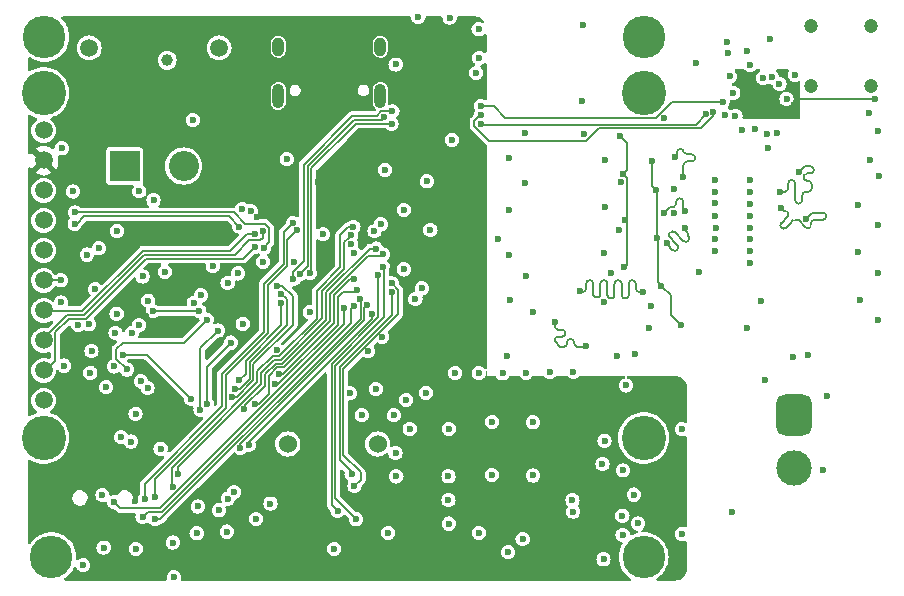
<source format=gbr>
%TF.GenerationSoftware,KiCad,Pcbnew,7.0.7*%
%TF.CreationDate,2023-09-03T21:13:37-04:00*%
%TF.ProjectId,eOPRA_interface,654f5052-415f-4696-9e74-657266616365,rev?*%
%TF.SameCoordinates,Original*%
%TF.FileFunction,Copper,L2,Inr*%
%TF.FilePolarity,Positive*%
%FSLAX46Y46*%
G04 Gerber Fmt 4.6, Leading zero omitted, Abs format (unit mm)*
G04 Created by KiCad (PCBNEW 7.0.7) date 2023-09-03 21:13:37*
%MOMM*%
%LPD*%
G01*
G04 APERTURE LIST*
G04 Aperture macros list*
%AMRoundRect*
0 Rectangle with rounded corners*
0 $1 Rounding radius*
0 $2 $3 $4 $5 $6 $7 $8 $9 X,Y pos of 4 corners*
0 Add a 4 corners polygon primitive as box body*
4,1,4,$2,$3,$4,$5,$6,$7,$8,$9,$2,$3,0*
0 Add four circle primitives for the rounded corners*
1,1,$1+$1,$2,$3*
1,1,$1+$1,$4,$5*
1,1,$1+$1,$6,$7*
1,1,$1+$1,$8,$9*
0 Add four rect primitives between the rounded corners*
20,1,$1+$1,$2,$3,$4,$5,0*
20,1,$1+$1,$4,$5,$6,$7,0*
20,1,$1+$1,$6,$7,$8,$9,0*
20,1,$1+$1,$8,$9,$2,$3,0*%
G04 Aperture macros list end*
%TA.AperFunction,ComponentPad*%
%ADD10C,1.508000*%
%TD*%
%TA.AperFunction,ComponentPad*%
%ADD11C,2.550000*%
%TD*%
%TA.AperFunction,ComponentPad*%
%ADD12R,2.550000X2.550000*%
%TD*%
%TA.AperFunction,ComponentPad*%
%ADD13C,1.200000*%
%TD*%
%TA.AperFunction,ComponentPad*%
%ADD14C,3.600000*%
%TD*%
%TA.AperFunction,ComponentPad*%
%ADD15C,3.000000*%
%TD*%
%TA.AperFunction,ComponentPad*%
%ADD16RoundRect,0.750000X0.750000X1.000000X-0.750000X1.000000X-0.750000X-1.000000X0.750000X-1.000000X0*%
%TD*%
%TA.AperFunction,ComponentPad*%
%ADD17O,1.000000X2.100000*%
%TD*%
%TA.AperFunction,ComponentPad*%
%ADD18O,1.000000X1.600000*%
%TD*%
%TA.AperFunction,ComponentPad*%
%ADD19C,1.524000*%
%TD*%
%TA.AperFunction,ComponentPad*%
%ADD20C,3.750000*%
%TD*%
%TA.AperFunction,ComponentPad*%
%ADD21C,1.500000*%
%TD*%
%TA.AperFunction,ViaPad*%
%ADD22C,0.600000*%
%TD*%
%TA.AperFunction,ViaPad*%
%ADD23C,1.000000*%
%TD*%
%TA.AperFunction,Conductor*%
%ADD24C,0.200000*%
%TD*%
G04 APERTURE END LIST*
D10*
%TO.N,*%
%TO.C,U5*%
X106300000Y-78800000D03*
X117300000Y-78800000D03*
D11*
%TO.N,GND*%
X114300000Y-88800000D03*
D12*
%TO.N,Net-(U5-+)*%
X109300000Y-88800000D03*
%TD*%
D13*
%TO.N,*%
%TO.C,SW4*%
X172505000Y-82025000D03*
X172505000Y-76945000D03*
%TO.N,Net-(D10-K)*%
X167425000Y-82025000D03*
%TO.N,GNDREF*%
X167425000Y-76945000D03*
%TD*%
D14*
%TO.N,unconnected-(U7-Pad1)*%
%TO.C,U7*%
X153250000Y-77850000D03*
%TD*%
D15*
%TO.N,*%
%TO.C,SW7*%
X165950000Y-114400000D03*
D16*
X165950000Y-109900000D03*
%TD*%
D17*
%TO.N,GND*%
%TO.C,U1*%
X130955000Y-82880000D03*
D18*
X130955000Y-78700000D03*
D17*
X122315000Y-82880000D03*
D18*
X122315000Y-78700000D03*
%TD*%
D14*
%TO.N,unconnected-(U8-Pad1)*%
%TO.C,U8*%
X153250000Y-121900000D03*
%TD*%
%TO.N,unconnected-(U6-Pad1)*%
%TO.C,U6*%
X103100000Y-121900000D03*
%TD*%
%TO.N,unconnected-(U9-Pad1)*%
%TO.C,U9*%
X102520000Y-77858175D03*
%TD*%
D19*
%TO.N,Net-(SP1-+)*%
%TO.C,SP1*%
X123125000Y-112325000D03*
%TO.N,Net-(Q3-D)*%
X130725000Y-112325000D03*
%TD*%
D20*
%TO.N,*%
%TO.C,U12*%
X102450000Y-82613175D03*
X102450000Y-111823175D03*
X153250000Y-82613175D03*
X153250000Y-111823175D03*
D21*
%TO.N,Net-(U12-LITE)*%
X102450000Y-108648175D03*
%TO.N,/MISO0*%
X102450000Y-106108175D03*
%TO.N,/SCK0*%
X102450000Y-103568175D03*
%TO.N,/MOSI0*%
X102450000Y-101028175D03*
%TO.N,/TFT_CS*%
X102450000Y-98488175D03*
%TO.N,/SD_CS*%
X102450000Y-95948175D03*
%TO.N,/TFT_DC*%
X102450000Y-93408175D03*
%TO.N,/peripherals/~{TFT_RESET}*%
X102450000Y-90868175D03*
%TO.N,+3V3*%
X102450000Y-88328175D03*
%TO.N,GND*%
X102450000Y-85788175D03*
%TD*%
D22*
%TO.N,/regulator/SYS_PWR*%
X106826138Y-99228811D03*
X107137500Y-95762500D03*
X105375000Y-102250500D03*
X108660000Y-94300000D03*
X115080000Y-84900000D03*
%TO.N,+3V3*%
X119950000Y-114625000D03*
X110900000Y-114700000D03*
X131850000Y-92500000D03*
X143870000Y-117980000D03*
X122475000Y-119875000D03*
X131900000Y-116550000D03*
X131970000Y-97650000D03*
X131900000Y-117975000D03*
X108775000Y-121250000D03*
X111125000Y-101500000D03*
X132200000Y-90275000D03*
X129475000Y-91475000D03*
X118550000Y-114625000D03*
X120030000Y-97160000D03*
X125644085Y-90125000D03*
X112575000Y-121375000D03*
X146430000Y-112910000D03*
X122730000Y-110310000D03*
X148150000Y-121275000D03*
X102450000Y-118300000D03*
X113550000Y-90800000D03*
X120500000Y-93150000D03*
X136790000Y-113110000D03*
X154550000Y-119830000D03*
X117175000Y-99400000D03*
X126079500Y-97925000D03*
X136290000Y-90030000D03*
X130825000Y-121129502D03*
X149800000Y-108025000D03*
X154280000Y-114760000D03*
X111780000Y-94270000D03*
X126275000Y-119875000D03*
X118025000Y-101050000D03*
X156500000Y-112100000D03*
X137800000Y-111025000D03*
X106825000Y-89925000D03*
%TO.N,+5V*%
X111247506Y-107602922D03*
X106400000Y-106300000D03*
X108437500Y-105762500D03*
%TO.N,/CAN_L*%
X110533564Y-102263929D03*
X118575000Y-116400000D03*
%TO.N,/CAN_H*%
X118075000Y-116950000D03*
X120450000Y-118675000D03*
X109925000Y-102915653D03*
%TO.N,/ROT_ENC_0*%
X128700000Y-96200000D03*
X133920500Y-100080000D03*
%TO.N,/ROT_ENC_1*%
X134470000Y-99160000D03*
X128481500Y-95384566D03*
%TO.N,/ESP-Wifi/EN*%
X147260000Y-118050000D03*
%TO.N,/A_IN_2*%
X115500000Y-117625000D03*
%TO.N,/A_IN_3*%
X115399414Y-119900586D03*
%TO.N,Net-(D10-A)*%
X162270000Y-80269500D03*
X163938233Y-78001472D03*
%TO.N,/RX*%
X111900000Y-116850000D03*
X123936423Y-94248750D03*
%TO.N,/TX*%
X111015952Y-116989463D03*
X123550000Y-93630000D03*
%TO.N,/SCL1*%
X131930000Y-98740000D03*
X128760603Y-115884431D03*
%TO.N,/SDA1*%
X128525000Y-114900000D03*
X131937311Y-99491895D03*
%TO.N,EMG_HIGH*%
X148360498Y-104026500D03*
X160340274Y-78320570D03*
X145740000Y-101990000D03*
%TO.N,EMG_LOW*%
X155840000Y-90740000D03*
X155853819Y-92797760D03*
X157650000Y-80080000D03*
%TO.N,CHAN_0A_OUT*%
X162290000Y-96990000D03*
%TO.N,CHAN_0B_OUT*%
X157920000Y-97740000D03*
X153900000Y-100650000D03*
%TO.N,CHAN_1A_OUT*%
X162290000Y-95980000D03*
%TO.N,CHAN_1B_OUT*%
X147875000Y-99376500D03*
X159330000Y-95990000D03*
X153180000Y-99480500D03*
%TO.N,CHAN_2A_OUT*%
X162280000Y-94990000D03*
%TO.N,CHAN_2B_OUT*%
X159310000Y-95000000D03*
%TO.N,CHAN_3A_OUT*%
X162280000Y-94010000D03*
%TO.N,CHAN_3B_OUT*%
X155200000Y-95340000D03*
X156770000Y-94010000D03*
X159370000Y-94030000D03*
%TO.N,CHAN_4A_OUT*%
X162260000Y-92990000D03*
%TO.N,CHAN_4B_OUT*%
X154950000Y-92783498D03*
X159310000Y-93000000D03*
X156739157Y-92629160D03*
%TO.N,CHAN_5A_OUT*%
X162270000Y-91990000D03*
X166980000Y-93290000D03*
X164890000Y-92380000D03*
%TO.N,CHAN_5B_OUT*%
X159330000Y-91960000D03*
%TO.N,CHAN_6A_OUT*%
X162250000Y-90990000D03*
X166425000Y-89275000D03*
X164820000Y-90980000D03*
%TO.N,CHAN_6B_OUT*%
X159320000Y-90970000D03*
%TO.N,CHAN_7A_OUT*%
X162260000Y-89990000D03*
%TO.N,CHAN_7B_OUT*%
X155900000Y-88060000D03*
X156620000Y-89750000D03*
X159320000Y-90020000D03*
%TO.N,/SCL0*%
X131150174Y-97336500D03*
X128919246Y-118712679D03*
%TO.N,/SDA0*%
X130773500Y-98062366D03*
X127329500Y-117975000D03*
%TO.N,Net-(Q1-Pad2)*%
X141690000Y-104870000D03*
%TO.N,GNDISO1*%
X123025000Y-88225000D03*
X126120000Y-94570000D03*
X118910000Y-97890000D03*
X124979500Y-101159920D03*
X122168756Y-104348756D03*
X131107843Y-103257843D03*
X129907843Y-104457843D03*
X132930000Y-97550000D03*
X119971297Y-92621297D03*
X132940000Y-92500000D03*
X131350000Y-89125000D03*
%TO.N,Net-(Q7-Pad2)*%
X149859782Y-100277460D03*
%TO.N,Net-(Q9-Pad2)*%
X163225000Y-100250000D03*
%TO.N,Net-(Q11-Pad2)*%
X141850000Y-96295000D03*
%TO.N,Net-(Q14-Pad2)*%
X153725500Y-102500000D03*
%TO.N,Net-(Q15-Pad2)*%
X171525000Y-100175000D03*
%TO.N,Net-(Q17-Pad2)*%
X141966170Y-100135390D03*
%TO.N,Net-(Q18-Pad2)*%
X149866892Y-96198211D03*
%TO.N,Net-(Q20-Pad2)*%
X171425000Y-96100000D03*
%TO.N,Net-(Q22-Pad2)*%
X150000000Y-92300000D03*
%TO.N,Net-(Q23-Pad2)*%
X172390943Y-88281625D03*
%TO.N,Net-(Q26-Pad2)*%
X171424500Y-92100000D03*
%TO.N,Net-(Q27-Pad2)*%
X141857406Y-88103453D03*
%TO.N,Net-(Q30-Pad2)*%
X141850000Y-92525000D03*
%TO.N,Net-(Q31-Pad2)*%
X172323340Y-84341689D03*
%TO.N,Net-(Q34-Pad2)*%
X149950000Y-88280000D03*
%TO.N,/switch_control/CHAN_0*%
X150500000Y-97829500D03*
X143900000Y-101150000D03*
X164510000Y-86030000D03*
%TO.N,/BUZZER*%
X130575000Y-107675000D03*
X123686494Y-96896494D03*
%TO.N,/processor/CAN_CS*%
X130220000Y-101340000D03*
X119800000Y-112425000D03*
X130460000Y-94320000D03*
X116259260Y-108928844D03*
X118300000Y-103750000D03*
%TO.N,/processor/CAN_STBY*%
X114957890Y-108532890D03*
X128693000Y-98378000D03*
X109125000Y-104775000D03*
X122397292Y-106447292D03*
%TO.N,/processor/QSPI_CS*%
X132250000Y-80200000D03*
X119266571Y-92416571D03*
%TO.N,/peripherals/~{TFT_RESET}*%
X105800000Y-122600000D03*
%TO.N,/switch_control/CHAN_1*%
X143320000Y-98070000D03*
X163709116Y-86082057D03*
X152520000Y-104720000D03*
%TO.N,/processor/CAN_RESET*%
X115725000Y-109425000D03*
X129809050Y-100566500D03*
X119097222Y-112647222D03*
X117225000Y-102725000D03*
X130980000Y-93736500D03*
%TO.N,/switch_control/CHAN_2*%
X140925000Y-94950000D03*
X163750000Y-87260498D03*
X162000000Y-102474500D03*
%TO.N,/switch_control/CHAN_3*%
X151175000Y-94250000D03*
X162650721Y-85680558D03*
X173050000Y-101875000D03*
%TO.N,/switch_control/CHAN_4*%
X173050000Y-97825000D03*
X161590000Y-85730000D03*
X151290000Y-90150000D03*
%TO.N,/switch_control/CHAN_6*%
X143225000Y-86025000D03*
X160150000Y-84475000D03*
X173150000Y-89634500D03*
%TO.N,/switch_control/CHAN_5*%
X173125000Y-93750000D03*
X161020000Y-84540000D03*
X143190000Y-90200000D03*
%TO.N,/switch_control/CHAN_7*%
X173100000Y-85800000D03*
X160839458Y-82595197D03*
X154950000Y-84750000D03*
%TO.N,Net-(R75-Pad1)*%
X167150000Y-104790000D03*
X168790000Y-108250000D03*
%TO.N,Net-(R76-Pad2)*%
X163525000Y-106950000D03*
%TO.N,/~{RESET}*%
X111900068Y-118706783D03*
X129270000Y-100040000D03*
X134880000Y-90098500D03*
X139330000Y-79650000D03*
%TO.N,/TFT_CS*%
X118025000Y-98700000D03*
X103900000Y-98480000D03*
%TO.N,/SWDIO*%
X110825000Y-118529500D03*
X128755550Y-100613363D03*
%TO.N,/SWCLK*%
X108425000Y-117250000D03*
X127900001Y-100835501D03*
%TO.N,/SCK0*%
X121040000Y-94280500D03*
%TO.N,/MOSI0*%
X120370982Y-94570500D03*
%TO.N,/MISO0*%
X120359287Y-95629500D03*
%TO.N,/SD_CS*%
X119014253Y-93923286D03*
X105075000Y-93680000D03*
%TO.N,/TFT_DC*%
X105120000Y-92730000D03*
X121080000Y-95739500D03*
%TO.N,/processor/SCK1*%
X122163500Y-98936273D03*
X118403335Y-108338143D03*
%TO.N,/processor/MOSI1*%
X118665267Y-107660502D03*
X122572804Y-99597096D03*
%TO.N,/processor/MISO1*%
X122548500Y-100417539D03*
X119028387Y-106928387D03*
%TO.N,/processor/ENC_CTL_0*%
X159924413Y-83374413D03*
X123600000Y-98378000D03*
X131975000Y-84150000D03*
X165343672Y-83130500D03*
X139450500Y-83740994D03*
%TO.N,/processor/ENC_CTL_1*%
X139450500Y-84470497D03*
X124166109Y-97917898D03*
X164096030Y-81269500D03*
X131262869Y-84689499D03*
X159110000Y-84190000D03*
%TO.N,/processor/ENC_CTL_2*%
X124996417Y-97839502D03*
X163370462Y-81345166D03*
X139450500Y-85200000D03*
X158548669Y-84400499D03*
X131900000Y-85218999D03*
%TO.N,/processor/~{Tx0RTS}*%
X122051500Y-107270990D03*
X129011000Y-99300000D03*
X115150000Y-100400000D03*
%TO.N,/processor/CAN_INT*%
X131175000Y-96283500D03*
X120373448Y-108948448D03*
%TO.N,/processor/~{Rx0BF}*%
X119441643Y-109391643D03*
X130595607Y-95786500D03*
%TO.N,Net-(U13-TXD)*%
X116250000Y-101825000D03*
X109500000Y-106025000D03*
%TO.N,Net-(U13-RXD)*%
X111722630Y-101086910D03*
X115628129Y-101077422D03*
%TO.N,GNDREF*%
X153957998Y-88350500D03*
X154265584Y-90798498D03*
X160525000Y-81208697D03*
X154741026Y-98933367D03*
X156405498Y-102275000D03*
X166050000Y-81075000D03*
X164750000Y-81828102D03*
X154358430Y-94919868D03*
X160423500Y-79213500D03*
%TO.N,SWITCHING_3V3*%
X150975000Y-104873500D03*
X172800000Y-83150000D03*
X151499606Y-89450207D03*
X165950000Y-83650000D03*
X148075000Y-76850000D03*
X151581787Y-97379500D03*
X162030000Y-79080000D03*
X148025000Y-83275000D03*
X151242000Y-86225000D03*
X161450000Y-80815666D03*
X148175000Y-86125000D03*
X151677149Y-93394649D03*
%TO.N,/processor/A_IN_2_PIN*%
X128481500Y-94658063D03*
X113801500Y-114900000D03*
%TO.N,/processor/A_IN_3_PIN*%
X128671498Y-93956845D03*
X113371326Y-115946326D03*
%TO.N,GND*%
X104175000Y-105700000D03*
X143880000Y-115000000D03*
X106273995Y-102203503D03*
X103975000Y-87300000D03*
X117275000Y-117950000D03*
X134800000Y-108000000D03*
X116764661Y-97270600D03*
X139300000Y-119850000D03*
X139275000Y-77225000D03*
X143880000Y-110500000D03*
X113475000Y-123625000D03*
X139070000Y-80910000D03*
X112700000Y-97750000D03*
X111750000Y-91700000D03*
X107525000Y-121100000D03*
X151470000Y-120030000D03*
X110250000Y-121200000D03*
X113375586Y-120674414D03*
X131625000Y-119850000D03*
X129375000Y-109900000D03*
X110550000Y-90925000D03*
X151486502Y-114570000D03*
X106125000Y-96300000D03*
X140425000Y-110450000D03*
X104925000Y-90950000D03*
X136825000Y-76227500D03*
X136750000Y-111050000D03*
X103925000Y-100350000D03*
X156500000Y-119950000D03*
X127050000Y-121200000D03*
X152789502Y-119060000D03*
X140400000Y-114950000D03*
D23*
X112910000Y-79850000D03*
D22*
X137019500Y-86575000D03*
X107425000Y-116675000D03*
X132100000Y-109900000D03*
X110825000Y-98150000D03*
X165920000Y-104940000D03*
X135190000Y-94210000D03*
X133150000Y-108600000D03*
X156475000Y-111075000D03*
X151775000Y-107375000D03*
X117950000Y-119750000D03*
X134150000Y-76202500D03*
%TO.N,/RXD*%
X143000000Y-120400000D03*
%TO.N,/TXD*%
X141775000Y-121500000D03*
%TO.N,/ESP-Wifi/GPIO0*%
X136725000Y-115075000D03*
X132310000Y-115075000D03*
%TO.N,Net-(U16-SCLK)*%
X137300000Y-106325000D03*
%TO.N,Net-(U16-CS0)*%
X147300000Y-106253500D03*
%TO.N,Net-(U16-MOSI)*%
X139300000Y-106325000D03*
%TO.N,Net-(U16-MISO)*%
X145300000Y-106253500D03*
%TO.N,Net-(U16-IO5)*%
X136750000Y-119075000D03*
%TO.N,Net-(U16-IO9)*%
X143300000Y-106300000D03*
%TO.N,Net-(U16-IO10)*%
X141300000Y-106350000D03*
%TO.N,/ESP-Wifi/ESP_INT*%
X128400000Y-108025000D03*
X121033270Y-96907105D03*
%TO.N,Net-(D11-K)*%
X152410000Y-116620000D03*
%TO.N,Net-(D12-K)*%
X151449740Y-118400644D03*
%TO.N,Net-(U16-IO4)*%
X136725000Y-117075000D03*
%TO.N,Net-(JP4-Pad2)*%
X121650000Y-117375000D03*
%TO.N,/peripherals/switch*%
X160700000Y-118125000D03*
X168450000Y-114500000D03*
%TO.N,/ESP-Wifi/GPIO2*%
X132240000Y-113110000D03*
%TO.N,/ESP-Wifi/~{RESET}*%
X149850000Y-122104502D03*
%TO.N,Net-(U16-IO15)*%
X133440000Y-111050000D03*
%TO.N,/ESP-Wifi/LED2*%
X149940000Y-112045498D03*
%TO.N,/ESP-Wifi/LED1*%
X149760000Y-114045498D03*
%TO.N,Net-(U16-IO16)*%
X147220000Y-117070000D03*
%TO.N,GNDISO2*%
X115750000Y-99750000D03*
X106500000Y-104475000D03*
X111300000Y-100200000D03*
X119300000Y-102150000D03*
X109850000Y-112125000D03*
X110231605Y-109778004D03*
X108625000Y-101300000D03*
X107750000Y-107525000D03*
X110669198Y-107024613D03*
X109025000Y-111750000D03*
X112350000Y-112725000D03*
X108525000Y-102925000D03*
%TD*%
D24*
%TO.N,/RX*%
X117876335Y-109287471D02*
X111900000Y-115263806D01*
X121430580Y-102954297D02*
X117876335Y-106508542D01*
X117876335Y-106508542D02*
X117876335Y-109287471D01*
X123936423Y-94248750D02*
X123090000Y-95095173D01*
X121430580Y-98881435D02*
X121430580Y-102954297D01*
X123090000Y-95095173D02*
X123090000Y-97222015D01*
X123090000Y-97222015D02*
X121430580Y-98881435D01*
X111900000Y-115263806D02*
X111900000Y-116850000D01*
%TO.N,/TX*%
X121100581Y-102821848D02*
X117549335Y-106373094D01*
X123550000Y-93630000D02*
X122760000Y-94420000D01*
X117549335Y-109152023D02*
X111015952Y-115685406D01*
X111015952Y-115685406D02*
X111015952Y-116989463D01*
X122760000Y-94420000D02*
X122760000Y-97085325D01*
X117549335Y-106373094D02*
X117549335Y-109152023D01*
X122760000Y-97085325D02*
X121100581Y-98744744D01*
X121100581Y-98744744D02*
X121100581Y-102821848D01*
%TO.N,/SCL1*%
X129300000Y-115345034D02*
X128760603Y-115884431D01*
X132490000Y-101310000D02*
X127830000Y-105970000D01*
X129300000Y-114740466D02*
X129300000Y-115345034D01*
X127830000Y-105970000D02*
X127830000Y-113270466D01*
X132490000Y-99300000D02*
X132490000Y-101310000D01*
X127830000Y-113270466D02*
X129300000Y-114740466D01*
X131930000Y-98740000D02*
X132490000Y-99300000D01*
%TO.N,/SDA1*%
X131950000Y-99504584D02*
X131950000Y-101383310D01*
X127500000Y-105833310D02*
X127500000Y-113690000D01*
X128525000Y-114715000D02*
X128525000Y-114900000D01*
X131950000Y-101383310D02*
X127500000Y-105833310D01*
X127500000Y-113690000D02*
X128525000Y-114715000D01*
X131937311Y-99491895D02*
X131950000Y-99504584D01*
%TO.N,EMG_HIGH*%
X145707087Y-102340000D02*
X145707087Y-102022913D01*
X146170000Y-104110000D02*
X145707087Y-103647087D01*
X147622680Y-104108769D02*
X148278229Y-104108769D01*
X146335000Y-102637913D02*
X146332913Y-102640000D01*
X146470000Y-104110000D02*
X146170000Y-104110000D01*
X147370000Y-103810000D02*
X147370000Y-103730000D01*
X148278229Y-104108769D02*
X148360498Y-104026500D01*
X146332913Y-103240000D02*
X146335000Y-103237913D01*
X146007087Y-103240000D02*
X146332913Y-103240000D01*
X145707087Y-103647087D02*
X145707087Y-103540000D01*
X146770000Y-103730000D02*
X146770000Y-103810000D01*
X145707087Y-102022913D02*
X145740000Y-101990000D01*
X146332913Y-102640000D02*
X146007087Y-102640000D01*
X147370068Y-103810000D02*
G75*
G03*
X147622680Y-104108768I305232J1900D01*
G01*
X147070000Y-103430000D02*
G75*
G03*
X146770000Y-103730000I0J-300000D01*
G01*
X145707100Y-102340000D02*
G75*
G03*
X146007087Y-102640000I300000J0D01*
G01*
X146634987Y-102937913D02*
G75*
G03*
X146335000Y-102637913I-299987J13D01*
G01*
X146470000Y-104110000D02*
G75*
G03*
X146770000Y-103810000I0J300000D01*
G01*
X146335000Y-103237900D02*
G75*
G03*
X146635000Y-102937913I0J300000D01*
G01*
X147370000Y-103730000D02*
G75*
G03*
X147070000Y-103430000I-300000J0D01*
G01*
X146007087Y-103239987D02*
G75*
G03*
X145707087Y-103540000I13J-300013D01*
G01*
%TO.N,CHAN_1B_OUT*%
X148380000Y-99160000D02*
X148380000Y-98760000D01*
X152580000Y-98760000D02*
X152580000Y-99160000D01*
X151655000Y-100012500D02*
X151705000Y-100012500D01*
X148980000Y-98760000D02*
X148980000Y-99685000D01*
X147957269Y-99458769D02*
X148127320Y-99458769D01*
X150180000Y-98760000D02*
X150180000Y-99735000D01*
X150780000Y-99735000D02*
X150780000Y-98760000D01*
X151380000Y-98760000D02*
X151380000Y-99737500D01*
X147875000Y-99376500D02*
X147957269Y-99458769D01*
X149205000Y-99910000D02*
X149355000Y-99910000D01*
X151980000Y-99737500D02*
X151980000Y-98760000D01*
X152880000Y-99460000D02*
X153159500Y-99460000D01*
X149580000Y-99685000D02*
X149580000Y-98760000D01*
X153159500Y-99460000D02*
X153180000Y-99480500D01*
X150455000Y-100010000D02*
X150505000Y-100010000D01*
X152580000Y-99160000D02*
G75*
G03*
X152880000Y-99460000I300000J0D01*
G01*
X151380000Y-98760000D02*
G75*
G03*
X151080000Y-98460000I-300000J0D01*
G01*
X152580000Y-98760000D02*
G75*
G03*
X152280000Y-98460000I-300000J0D01*
G01*
X148980000Y-99685000D02*
G75*
G03*
X149205000Y-99910000I225000J0D01*
G01*
X148127331Y-99458834D02*
G75*
G03*
X148379999Y-99160000I-52631J300734D01*
G01*
X149355000Y-99910000D02*
G75*
G03*
X149580000Y-99685000I0J225000D01*
G01*
X151380000Y-99737500D02*
G75*
G03*
X151655000Y-100012500I275000J0D01*
G01*
X151705000Y-100012500D02*
G75*
G03*
X151980000Y-99737500I0J275000D01*
G01*
X150180000Y-98760000D02*
G75*
G03*
X149880000Y-98460000I-300000J0D01*
G01*
X150180000Y-99735000D02*
G75*
G03*
X150455000Y-100010000I275000J0D01*
G01*
X149880000Y-98460000D02*
G75*
G03*
X149580000Y-98760000I0J-300000D01*
G01*
X150505000Y-100010000D02*
G75*
G03*
X150780000Y-99735000I0J275000D01*
G01*
X152280000Y-98460000D02*
G75*
G03*
X151980000Y-98760000I0J-300000D01*
G01*
X151080000Y-98460000D02*
G75*
G03*
X150780000Y-98760000I0J-300000D01*
G01*
X148680000Y-98460000D02*
G75*
G03*
X148380000Y-98760000I0J-300000D01*
G01*
X148980000Y-98760000D02*
G75*
G03*
X148680000Y-98460000I-300000J0D01*
G01*
%TO.N,CHAN_3B_OUT*%
X156770000Y-94010000D02*
X156770000Y-94220081D01*
X157025589Y-94705734D02*
X157030000Y-94705734D01*
X156605736Y-95130000D02*
X156601324Y-95130000D01*
X157022058Y-94702203D02*
X157025589Y-94705734D01*
X155500736Y-95725000D02*
X155675736Y-95900000D01*
X156601324Y-95130000D02*
X155890689Y-94419365D01*
X155500736Y-95640736D02*
X155200000Y-95340000D01*
X155500736Y-95725000D02*
X155500736Y-95640736D01*
X156100000Y-95475734D02*
X155925000Y-95300734D01*
X155925000Y-95300734D02*
X155923528Y-95300734D01*
X155923528Y-95300734D02*
X155466423Y-94843629D01*
X156770000Y-94220081D02*
X156946531Y-94396612D01*
X155466426Y-94419368D02*
G75*
G03*
X155466423Y-94843629I212174J-212132D01*
G01*
X156100033Y-95900033D02*
G75*
G03*
X156100000Y-95475734I-212133J212133D01*
G01*
X156946540Y-94396615D02*
G75*
G03*
X157022058Y-94702203I295560J-89085D01*
G01*
X156605737Y-95129999D02*
G75*
G03*
X157029999Y-95129999I212131J212131D01*
G01*
X157030033Y-95130033D02*
G75*
G03*
X157030000Y-94705734I-212133J212133D01*
G01*
X155890688Y-94419366D02*
G75*
G03*
X155466424Y-94419366I-212132J-212130D01*
G01*
X155675737Y-95899999D02*
G75*
G03*
X156099999Y-95899999I212131J212131D01*
G01*
%TO.N,CHAN_4B_OUT*%
X156600000Y-92490003D02*
X156600000Y-91825000D01*
X155837463Y-92237561D02*
X155495937Y-92237561D01*
X156739157Y-92629160D02*
X156600000Y-92490003D01*
X156000000Y-91825000D02*
X156000000Y-91967760D01*
X155495937Y-92237561D02*
X154950000Y-92783498D01*
X156300000Y-91525000D02*
G75*
G03*
X156000000Y-91825000I0J-300000D01*
G01*
X155837460Y-92237556D02*
G75*
G03*
X156000000Y-91967760I-147060J272456D01*
G01*
X156600000Y-91825000D02*
G75*
G03*
X156300000Y-91525000I-300000J0D01*
G01*
%TO.N,CHAN_5A_OUT*%
X165613276Y-93722460D02*
X165925736Y-93410000D01*
X166364264Y-93410000D02*
X166932213Y-93977949D01*
X165613276Y-93738040D02*
X165613276Y-93722460D01*
X164906170Y-93596619D02*
X164927645Y-93596619D01*
X167720000Y-93340000D02*
X168420000Y-93340000D01*
X168420000Y-92740000D02*
X167530000Y-92740000D01*
X167422447Y-93642205D02*
X167422205Y-93642205D01*
X166350000Y-93410000D02*
X166364264Y-93410000D01*
X164927645Y-93596619D02*
X165424999Y-93099265D01*
X165330435Y-94020882D02*
X165613276Y-93738040D01*
X164890000Y-92380000D02*
X164899948Y-92380000D01*
X166980000Y-93290000D02*
X167002194Y-93290000D01*
X167530000Y-92740000D02*
X166980000Y-93290000D01*
X164899948Y-92380000D02*
X165119393Y-92599445D01*
X167422205Y-93642205D02*
X167420000Y-93640000D01*
X166932214Y-93977948D02*
G75*
G03*
X167356476Y-93977948I212131J212131D01*
G01*
X168420000Y-93340000D02*
G75*
G03*
X168720000Y-93040000I0J300000D01*
G01*
X168720000Y-93040000D02*
G75*
G03*
X168420000Y-92740000I-300000J0D01*
G01*
X166349999Y-93410001D02*
G75*
G03*
X165925737Y-93410001I-212131J-212131D01*
G01*
X165424967Y-93099232D02*
G75*
G03*
X165425000Y-92675000I-212067J212132D01*
G01*
X167720000Y-93340000D02*
G75*
G03*
X167420000Y-93640000I0J-300000D01*
G01*
X164906169Y-94020884D02*
G75*
G03*
X165330434Y-94020881I212131J212084D01*
G01*
X164906220Y-93596669D02*
G75*
G03*
X164906171Y-94020882I212080J-212131D01*
G01*
X167356484Y-93977956D02*
G75*
G03*
X167422446Y-93642205I-224984J218556D01*
G01*
X165425023Y-92674977D02*
G75*
G03*
X165119393Y-92599445I-216523J-220023D01*
G01*
%TO.N,CHAN_6A_OUT*%
X167170000Y-90980000D02*
X166980000Y-90980000D01*
X167470000Y-90330000D02*
X167470000Y-90680000D01*
X167070000Y-90030000D02*
X167170000Y-90030000D01*
X166080000Y-91680000D02*
X166080000Y-90280000D01*
X166870000Y-88830000D02*
X166425000Y-89275000D01*
X166680000Y-91280000D02*
X166680000Y-91680000D01*
X165480000Y-90280000D02*
X165480000Y-90680000D01*
X164821231Y-90978769D02*
X164820000Y-90980000D01*
X165227320Y-90978769D02*
X164821231Y-90978769D01*
X167375000Y-89430000D02*
X167070000Y-89430000D01*
X167375000Y-88830000D02*
X166870000Y-88830000D01*
X166380000Y-91980000D02*
G75*
G03*
X166680000Y-91680000I0J300000D01*
G01*
X167070000Y-89430000D02*
G75*
G03*
X166770000Y-89730000I0J-300000D01*
G01*
X165780000Y-89980000D02*
G75*
G03*
X165480000Y-90280000I0J-300000D01*
G01*
X167675000Y-89130000D02*
G75*
G03*
X167375000Y-88830000I-300000J0D01*
G01*
X166980000Y-90980000D02*
G75*
G03*
X166680000Y-91280000I0J-300000D01*
G01*
X167375000Y-89430000D02*
G75*
G03*
X167675000Y-89130000I0J300000D01*
G01*
X167470000Y-90330000D02*
G75*
G03*
X167170000Y-90030000I-300000J0D01*
G01*
X166770000Y-89730000D02*
G75*
G03*
X167070000Y-90030000I300000J0D01*
G01*
X166080000Y-91680000D02*
G75*
G03*
X166380000Y-91980000I300000J0D01*
G01*
X166080000Y-90280000D02*
G75*
G03*
X165780000Y-89980000I-300000J0D01*
G01*
X165227331Y-90978834D02*
G75*
G03*
X165479999Y-90680000I-52631J300734D01*
G01*
X167170000Y-90980000D02*
G75*
G03*
X167470000Y-90680000I0J300000D01*
G01*
%TO.N,CHAN_7B_OUT*%
X156050000Y-87910000D02*
X155900000Y-88060000D01*
X156620000Y-89750000D02*
X156620000Y-88714500D01*
X156050000Y-87650000D02*
X156050000Y-87910000D01*
X156650477Y-87650477D02*
X156650000Y-87650000D01*
X156650477Y-87651829D02*
X156650477Y-87650477D01*
X157320000Y-87814500D02*
X156920000Y-87814500D01*
X156920000Y-88414500D02*
X157320000Y-88414500D01*
X156650000Y-87650000D02*
G75*
G03*
X156350000Y-87350000I-300000J0D01*
G01*
X156920000Y-88414500D02*
G75*
G03*
X156620000Y-88714500I0J-300000D01*
G01*
X156350000Y-87350000D02*
G75*
G03*
X156050000Y-87650000I0J-300000D01*
G01*
X157320000Y-88414500D02*
G75*
G03*
X157620000Y-88114500I0J300000D01*
G01*
X157620000Y-88114500D02*
G75*
G03*
X157320000Y-87814500I-300000J0D01*
G01*
X156650428Y-87651856D02*
G75*
G03*
X156920000Y-87814500I271972J146056D01*
G01*
%TO.N,/SCL0*%
X131150174Y-97336500D02*
X131300000Y-97486326D01*
X127150000Y-105716620D02*
X127150000Y-116945500D01*
X127150000Y-116945500D02*
X128917179Y-118712679D01*
X128917179Y-118712679D02*
X128919246Y-118712679D01*
X131300000Y-97486326D02*
X131300000Y-101566620D01*
X131300000Y-101566620D02*
X127150000Y-105716620D01*
%TO.N,/SDA0*%
X126820000Y-105579930D02*
X126820000Y-117465500D01*
X130780000Y-101619930D02*
X126820000Y-105579930D01*
X130773500Y-98062366D02*
X130780000Y-98068866D01*
X130780000Y-98068866D02*
X130780000Y-101619930D01*
X126820000Y-117465500D02*
X127329500Y-117975000D01*
%TO.N,/processor/CAN_CS*%
X116259260Y-108928844D02*
X116259260Y-105790740D01*
X116259260Y-105790740D02*
X118300000Y-103750000D01*
X119800000Y-112137482D02*
X119800000Y-112425000D01*
X130220000Y-101340000D02*
X130220000Y-101717482D01*
X130220000Y-101717482D02*
X119800000Y-112137482D01*
%TO.N,/processor/CAN_STBY*%
X111200000Y-104775000D02*
X114957890Y-108532890D01*
X123126929Y-106001929D02*
X122681566Y-106447292D01*
X127035759Y-102093099D02*
X123126929Y-106001929D01*
X127040001Y-102093099D02*
X127040001Y-99748155D01*
X122681566Y-106447292D02*
X122397292Y-106447292D01*
X127040001Y-102093099D02*
X127035759Y-102093099D01*
X128410156Y-98378000D02*
X128693000Y-98378000D01*
X127040001Y-99748155D02*
X128410156Y-98378000D01*
X109125000Y-104775000D02*
X111200000Y-104775000D01*
%TO.N,/processor/CAN_RESET*%
X115725000Y-104225000D02*
X117225000Y-102725000D01*
X129609550Y-101852758D02*
X119097222Y-112365086D01*
X129609550Y-100766000D02*
X129609550Y-101852758D01*
X119097222Y-112365086D02*
X119097222Y-112647222D01*
X129809050Y-100566500D02*
X129609550Y-100766000D01*
X115725000Y-109425000D02*
X115725000Y-104225000D01*
%TO.N,/~{RESET}*%
X129282550Y-100052550D02*
X129282550Y-101717310D01*
X129282550Y-101717310D02*
X112293077Y-118706783D01*
X112293077Y-118706783D02*
X111900068Y-118706783D01*
X129270000Y-100040000D02*
X129282550Y-100052550D01*
%TO.N,/TFT_CS*%
X103891825Y-98488175D02*
X103900000Y-98480000D01*
X102450000Y-98488175D02*
X103891825Y-98488175D01*
%TO.N,/SWDIO*%
X128454999Y-100913914D02*
X128454999Y-102078171D01*
X112428170Y-118105000D02*
X111249500Y-118105000D01*
X128454999Y-102078171D02*
X112428170Y-118105000D01*
X128755550Y-100613363D02*
X128454999Y-100913914D01*
X111249500Y-118105000D02*
X110825000Y-118529500D01*
%TO.N,/SWCLK*%
X127900001Y-102166479D02*
X127900001Y-100835501D01*
X108950000Y-117775000D02*
X112291480Y-117775000D01*
X112291480Y-117775000D02*
X127900001Y-102166479D01*
X108425000Y-117250000D02*
X108950000Y-117775000D01*
%TO.N,/SCK0*%
X104463000Y-101397000D02*
X102420000Y-103440000D01*
X120800000Y-95100000D02*
X119866463Y-95100000D01*
X121040000Y-94280500D02*
X121040000Y-94860000D01*
X119866463Y-95100000D02*
X118666463Y-96300000D01*
X110966224Y-96300000D02*
X105869224Y-101397000D01*
X118666463Y-96300000D02*
X110966224Y-96300000D01*
X121040000Y-94860000D02*
X120800000Y-95100000D01*
X105869224Y-101397000D02*
X104463000Y-101397000D01*
%TO.N,/MOSI0*%
X105729534Y-101070000D02*
X102480000Y-101070000D01*
X119641669Y-94570500D02*
X118242168Y-95970001D01*
X110829533Y-95970001D02*
X105729534Y-101070000D01*
X118242168Y-95970001D02*
X110829533Y-95970001D01*
X120370982Y-94570500D02*
X119641669Y-94570500D01*
%TO.N,/MISO0*%
X106004672Y-101724000D02*
X104598448Y-101724000D01*
X111098672Y-96630000D02*
X106004672Y-101724000D01*
X103430000Y-102892448D02*
X103430000Y-105300000D01*
X104598448Y-101724000D02*
X103430000Y-102892448D01*
X120359287Y-95629500D02*
X119358787Y-96630000D01*
X103430000Y-105300000D02*
X102480000Y-106250000D01*
X119358787Y-96630000D02*
X111098672Y-96630000D01*
%TO.N,/SD_CS*%
X118147967Y-93057000D02*
X119014253Y-93923286D01*
X105250000Y-93680000D02*
X105873000Y-93057000D01*
X105873000Y-93057000D02*
X118147967Y-93057000D01*
X102750000Y-96180000D02*
X102640000Y-96180000D01*
X105075000Y-93680000D02*
X105250000Y-93680000D01*
%TO.N,/TFT_DC*%
X118566258Y-92730000D02*
X119513258Y-93677000D01*
X121570000Y-94065209D02*
X121570000Y-95249500D01*
X121570000Y-95249500D02*
X121080000Y-95739500D01*
X105120000Y-92730000D02*
X118566258Y-92730000D01*
X121181791Y-93677000D02*
X121570000Y-94065209D01*
X119513258Y-93677000D02*
X121181791Y-93677000D01*
X102477000Y-93213000D02*
X102430000Y-93260000D01*
%TO.N,/processor/SCK1*%
X123550000Y-102222221D02*
X123550000Y-99829708D01*
X123550000Y-99829708D02*
X122656565Y-98936273D01*
X120208003Y-106955803D02*
X120208003Y-105564218D01*
X120208003Y-105564218D02*
X123550000Y-102222221D01*
X118825663Y-108338143D02*
X120208003Y-106955803D01*
X122656565Y-98936273D02*
X122163500Y-98936273D01*
X118403335Y-108338143D02*
X118825663Y-108338143D01*
%TO.N,/processor/MOSI1*%
X123075000Y-100099292D02*
X122572804Y-99597096D01*
X119881003Y-106820355D02*
X119881003Y-105428770D01*
X119040856Y-107660502D02*
X119881003Y-106820355D01*
X119881003Y-105428770D02*
X123075000Y-102234773D01*
X118665267Y-107660502D02*
X119040856Y-107660502D01*
X123075000Y-102234773D02*
X123075000Y-100099292D01*
%TO.N,/processor/MISO1*%
X119554003Y-106402771D02*
X119554003Y-105293322D01*
X122548500Y-102298825D02*
X122548500Y-100417539D01*
X119028387Y-106928387D02*
X119554003Y-106402771D01*
X119554003Y-105293322D02*
X122548500Y-102298825D01*
%TO.N,/processor/ENC_CTL_0*%
X130643835Y-84558999D02*
X131043335Y-84159499D01*
X128591001Y-84558999D02*
X130643835Y-84558999D01*
X159900000Y-83350000D02*
X155690000Y-83350000D01*
X124457585Y-88692415D02*
X128591001Y-84558999D01*
X123600000Y-98378000D02*
X123600000Y-97731816D01*
X124457585Y-90675329D02*
X124457585Y-88692415D01*
X123600000Y-97731816D02*
X124465500Y-96866316D01*
X131965501Y-84159499D02*
X131975000Y-84150000D01*
X159924413Y-83374413D02*
X159900000Y-83350000D01*
X141520265Y-84720265D02*
X140540994Y-83740994D01*
X131043335Y-84159499D02*
X131965501Y-84159499D01*
X140540994Y-83740994D02*
X139450500Y-83740994D01*
X155690000Y-83350000D02*
X154319735Y-84720265D01*
X154319735Y-84720265D02*
X141520265Y-84720265D01*
X124465500Y-96866316D02*
X124465500Y-90683244D01*
X124465500Y-90683244D02*
X124457585Y-90675329D01*
%TO.N,/processor/ENC_CTL_1*%
X131063369Y-84888999D02*
X131262869Y-84689499D01*
X148394534Y-86655000D02*
X140155966Y-86655000D01*
X138920500Y-84980466D02*
X139430469Y-84470497D01*
X159110000Y-84600352D02*
X158095353Y-85614999D01*
X138920500Y-85419534D02*
X138920500Y-84980466D01*
X124795500Y-90546554D02*
X124787585Y-90538639D01*
X158095353Y-85614999D02*
X149434535Y-85614999D01*
X149434535Y-85614999D02*
X148394534Y-86655000D01*
X128727691Y-84888999D02*
X131063369Y-84888999D01*
X124166109Y-97917898D02*
X124795500Y-97288507D01*
X124795500Y-97288507D02*
X124795500Y-90546554D01*
X139430469Y-84470497D02*
X139450500Y-84470497D01*
X159110000Y-84190000D02*
X159110000Y-84600352D01*
X140155966Y-86655000D02*
X138920500Y-85419534D01*
X124787585Y-90538639D02*
X124787585Y-88829105D01*
X124787585Y-88829105D02*
X128727691Y-84888999D01*
%TO.N,/processor/ENC_CTL_2*%
X125117585Y-88982881D02*
X128881467Y-85218999D01*
X139535499Y-85284999D02*
X139450500Y-85200000D01*
X125125500Y-97710419D02*
X125125500Y-90409864D01*
X125117585Y-90401949D02*
X125117585Y-88982881D01*
X125125500Y-90409864D02*
X125117585Y-90401949D01*
X158548669Y-84400499D02*
X157664169Y-85284999D01*
X157664169Y-85284999D02*
X139535499Y-85284999D01*
X128881467Y-85218999D02*
X131900000Y-85218999D01*
X124996417Y-97839502D02*
X125125500Y-97710419D01*
%TO.N,/processor/~{Tx0RTS}*%
X122051500Y-107270990D02*
X122328800Y-107270990D01*
X127370001Y-102229789D02*
X127370001Y-99884845D01*
X127794846Y-99460000D02*
X128851000Y-99460000D01*
X122328800Y-107270990D02*
X127370001Y-102229789D01*
X127370001Y-99884845D02*
X127794846Y-99460000D01*
X128851000Y-99460000D02*
X129011000Y-99300000D01*
%TO.N,/processor/CAN_INT*%
X120651342Y-108948448D02*
X121525000Y-108074790D01*
X121525000Y-108074790D02*
X121525000Y-106575000D01*
X126710001Y-99611465D02*
X129911466Y-96410000D01*
X120373448Y-108948448D02*
X120651342Y-108948448D01*
X129911466Y-96410000D02*
X131048500Y-96410000D01*
X131048500Y-96410000D02*
X131175000Y-96283500D01*
X126710001Y-101956409D02*
X126710001Y-99611465D01*
X122244000Y-105856000D02*
X122810410Y-105856000D01*
X122810410Y-105856000D02*
X126710001Y-101956409D01*
X121525000Y-106575000D02*
X122244000Y-105856000D01*
%TO.N,/processor/~{Rx0BF}*%
X119441643Y-109391643D02*
X119441643Y-109134962D01*
X122104310Y-105529000D02*
X122670720Y-105529000D01*
X121195001Y-107381604D02*
X121195001Y-106438309D01*
X122670720Y-105529000D02*
X126380001Y-101819719D01*
X119441643Y-109134962D02*
X121195001Y-107381604D01*
X121195001Y-106438309D02*
X122104310Y-105529000D01*
X130068276Y-95786500D02*
X130595607Y-95786500D01*
X126380001Y-101819719D02*
X126380001Y-99474775D01*
X126380001Y-99474775D02*
X130068276Y-95786500D01*
%TO.N,Net-(U13-TXD)*%
X108598000Y-104302000D02*
X109125000Y-103775000D01*
X109125000Y-103775000D02*
X114300000Y-103775000D01*
X109500000Y-106025000D02*
X108598000Y-105123000D01*
X114300000Y-103775000D02*
X116250000Y-101825000D01*
X108598000Y-105123000D02*
X108598000Y-104302000D01*
%TO.N,Net-(U13-RXD)*%
X115628129Y-101077422D02*
X115627707Y-101077000D01*
X115627707Y-101077000D02*
X111732540Y-101077000D01*
X111732540Y-101077000D02*
X111722630Y-101086910D01*
%TO.N,GNDREF*%
X154741026Y-98933367D02*
X155550000Y-99742341D01*
X154450000Y-95011438D02*
X154358430Y-94919868D01*
X154741026Y-98933367D02*
X154450000Y-98642341D01*
X154375000Y-90907914D02*
X154375000Y-94903298D01*
X155550000Y-101419502D02*
X156405498Y-102275000D01*
X154375000Y-94903298D02*
X154358430Y-94919868D01*
X154265584Y-90798498D02*
X154375000Y-90907914D01*
X153957998Y-90490912D02*
X153957998Y-88350500D01*
X154450000Y-98642341D02*
X154450000Y-95011438D01*
X155550000Y-99742341D02*
X155550000Y-101419502D01*
X154265584Y-90798498D02*
X153957998Y-90490912D01*
%TO.N,SWITCHING_3V3*%
X151825000Y-97136287D02*
X151825000Y-93542500D01*
X151499606Y-89450207D02*
X151825000Y-89124813D01*
X151825000Y-86808000D02*
X151242000Y-86225000D01*
X166450000Y-83150000D02*
X172800000Y-83150000D01*
X151825000Y-93542500D02*
X151677149Y-93394649D01*
X151825000Y-93246798D02*
X151677149Y-93394649D01*
X165950000Y-83650000D02*
X166450000Y-83150000D01*
X151825000Y-89775601D02*
X151825000Y-93246798D01*
X151825000Y-89124813D02*
X151825000Y-86808000D01*
X151581787Y-97379500D02*
X151825000Y-97136287D01*
X151499606Y-89450207D02*
X151825000Y-89775601D01*
%TO.N,/processor/A_IN_2_PIN*%
X120865002Y-107223700D02*
X120865002Y-106301618D01*
X113801500Y-114900000D02*
X113801500Y-114299928D01*
X126050001Y-101683029D02*
X126050002Y-99338084D01*
X126050002Y-99338084D02*
X127867000Y-97521086D01*
X115657048Y-112431654D02*
X120865002Y-107223700D01*
X120865002Y-106301618D02*
X121964620Y-105202000D01*
X113801500Y-114299928D02*
X115657048Y-112444380D01*
X115657048Y-112444380D02*
X115657048Y-112431654D01*
X122531030Y-105202000D02*
X126050001Y-101683029D01*
X121964620Y-105202000D02*
X122531030Y-105202000D01*
X128263209Y-94857566D02*
X128281997Y-94857566D01*
X128281997Y-94857566D02*
X128481500Y-94658063D01*
X127867000Y-95253775D02*
X128263209Y-94857566D01*
X127867000Y-97521086D02*
X127867000Y-95253775D01*
%TO.N,/processor/A_IN_3_PIN*%
X128236330Y-93956845D02*
X128671498Y-93956845D01*
X125550000Y-101716340D02*
X125550000Y-99371396D01*
X125550000Y-99371396D02*
X127540000Y-97381396D01*
X120535003Y-106164927D02*
X121824930Y-104875000D01*
X121824930Y-104875000D02*
X122391340Y-104875000D01*
X122391340Y-104875000D02*
X125550000Y-101716340D01*
X113275000Y-115850000D02*
X113275000Y-114359738D01*
X127540000Y-94653175D02*
X128236330Y-93956845D01*
X113275000Y-114359738D02*
X115330048Y-112304690D01*
X113371326Y-115946326D02*
X113275000Y-115850000D01*
X127540000Y-97381396D02*
X127540000Y-94653175D01*
X120535003Y-107091251D02*
X120535003Y-106164927D01*
X115330048Y-112296206D02*
X120535003Y-107091251D01*
X115330048Y-112304690D02*
X115330048Y-112296206D01*
%TD*%
%TA.AperFunction,Conductor*%
%TO.N,+3V3*%
G36*
X133492409Y-76144685D02*
G01*
X133538164Y-76197489D01*
X133548309Y-76232815D01*
X133564955Y-76359260D01*
X133564956Y-76359262D01*
X133575310Y-76384260D01*
X133625464Y-76505341D01*
X133721718Y-76630782D01*
X133847159Y-76727036D01*
X133993238Y-76787544D01*
X134062922Y-76796718D01*
X134149999Y-76808182D01*
X134150000Y-76808182D01*
X134150001Y-76808182D01*
X134237078Y-76796718D01*
X134306762Y-76787544D01*
X134452841Y-76727036D01*
X134578282Y-76630782D01*
X134674536Y-76505341D01*
X134735044Y-76359262D01*
X134751690Y-76232815D01*
X134779957Y-76168918D01*
X134838282Y-76130447D01*
X134874630Y-76125000D01*
X136097079Y-76125000D01*
X136164118Y-76144685D01*
X136209873Y-76197489D01*
X136220018Y-76232815D01*
X136239955Y-76384260D01*
X136239956Y-76384262D01*
X136300464Y-76530341D01*
X136396718Y-76655782D01*
X136522159Y-76752036D01*
X136668238Y-76812544D01*
X136746619Y-76822862D01*
X136824999Y-76833182D01*
X136825000Y-76833182D01*
X136825001Y-76833182D01*
X136877253Y-76826302D01*
X136981762Y-76812544D01*
X137127841Y-76752036D01*
X137253282Y-76655782D01*
X137349536Y-76530341D01*
X137410044Y-76384262D01*
X137429982Y-76232814D01*
X137458248Y-76168918D01*
X137516573Y-76130447D01*
X137552921Y-76125000D01*
X138946951Y-76125000D01*
X138953032Y-76125299D01*
X139005303Y-76130447D01*
X139132941Y-76143018D01*
X139156769Y-76147757D01*
X139321001Y-76197576D01*
X139343453Y-76206877D01*
X139463807Y-76271207D01*
X139494798Y-76287772D01*
X139515010Y-76301277D01*
X139647666Y-76410145D01*
X139664854Y-76427333D01*
X139736879Y-76515096D01*
X139764192Y-76579406D01*
X139752401Y-76648274D01*
X139705249Y-76699834D01*
X139637706Y-76717717D01*
X139585586Y-76703001D01*
X139585349Y-76703574D01*
X139580495Y-76701563D01*
X139579027Y-76701149D01*
X139577839Y-76700463D01*
X139431762Y-76639956D01*
X139431760Y-76639955D01*
X139275001Y-76619318D01*
X139274999Y-76619318D01*
X139118239Y-76639955D01*
X139118237Y-76639956D01*
X138972160Y-76700463D01*
X138846718Y-76796718D01*
X138750463Y-76922160D01*
X138689956Y-77068237D01*
X138689955Y-77068239D01*
X138669318Y-77224998D01*
X138669318Y-77225001D01*
X138689955Y-77381760D01*
X138689956Y-77381762D01*
X138750464Y-77527841D01*
X138846718Y-77653282D01*
X138972159Y-77749536D01*
X139118238Y-77810044D01*
X139196619Y-77820363D01*
X139274999Y-77830682D01*
X139275000Y-77830682D01*
X139275001Y-77830682D01*
X139348117Y-77821056D01*
X139431762Y-77810044D01*
X139577841Y-77749536D01*
X139703282Y-77653282D01*
X139727625Y-77621556D01*
X139784051Y-77580355D01*
X139853797Y-77576200D01*
X139914718Y-77610412D01*
X139947471Y-77672129D01*
X139950000Y-77697044D01*
X139950000Y-79117381D01*
X139930315Y-79184420D01*
X139877511Y-79230175D01*
X139808353Y-79240119D01*
X139750514Y-79215757D01*
X139632842Y-79125464D01*
X139486762Y-79064956D01*
X139486760Y-79064955D01*
X139330001Y-79044318D01*
X139329999Y-79044318D01*
X139173239Y-79064955D01*
X139173237Y-79064956D01*
X139027160Y-79125463D01*
X138901718Y-79221718D01*
X138805463Y-79347160D01*
X138744956Y-79493237D01*
X138744955Y-79493239D01*
X138724318Y-79649998D01*
X138724318Y-79650001D01*
X138744955Y-79806760D01*
X138744956Y-79806762D01*
X138788286Y-79911371D01*
X138805464Y-79952841D01*
X138897731Y-80073086D01*
X138901719Y-80078283D01*
X138944137Y-80110831D01*
X138985340Y-80167259D01*
X138989495Y-80237005D01*
X138955283Y-80297925D01*
X138916104Y-80323768D01*
X138767160Y-80385463D01*
X138641718Y-80481718D01*
X138545463Y-80607160D01*
X138484956Y-80753237D01*
X138484955Y-80753239D01*
X138464318Y-80909998D01*
X138464318Y-80910001D01*
X138484955Y-81066760D01*
X138484956Y-81066762D01*
X138545464Y-81212841D01*
X138641718Y-81338282D01*
X138767159Y-81434536D01*
X138913238Y-81495044D01*
X138991619Y-81505363D01*
X139069999Y-81515682D01*
X139070000Y-81515682D01*
X139070001Y-81515682D01*
X139122253Y-81508802D01*
X139226762Y-81495044D01*
X139372841Y-81434536D01*
X139498282Y-81338282D01*
X139594536Y-81212841D01*
X139655044Y-81066762D01*
X139675682Y-80910000D01*
X139655044Y-80753238D01*
X139594536Y-80607159D01*
X139498282Y-80481718D01*
X139455859Y-80449166D01*
X139414659Y-80392740D01*
X139410504Y-80322994D01*
X139444717Y-80262073D01*
X139483895Y-80236231D01*
X139486760Y-80235044D01*
X139486762Y-80235044D01*
X139632841Y-80174536D01*
X139750516Y-80084240D01*
X139815682Y-80059048D01*
X139884127Y-80073086D01*
X139934117Y-80121900D01*
X139950000Y-80182618D01*
X139950000Y-83115912D01*
X139930315Y-83182951D01*
X139877511Y-83228706D01*
X139808353Y-83238650D01*
X139761345Y-83218852D01*
X139760381Y-83220522D01*
X139753343Y-83216459D01*
X139753338Y-83216457D01*
X139607262Y-83155950D01*
X139607260Y-83155949D01*
X139450501Y-83135312D01*
X139450499Y-83135312D01*
X139293739Y-83155949D01*
X139293737Y-83155950D01*
X139147660Y-83216457D01*
X139022218Y-83312712D01*
X138925963Y-83438154D01*
X138865456Y-83584231D01*
X138865455Y-83584233D01*
X138844818Y-83740992D01*
X138844818Y-83740995D01*
X138865455Y-83897754D01*
X138865456Y-83897756D01*
X138929074Y-84051343D01*
X138927875Y-84051839D01*
X138942385Y-84111645D01*
X138928245Y-84159804D01*
X138929074Y-84160148D01*
X138865456Y-84313734D01*
X138865456Y-84313735D01*
X138847392Y-84450942D01*
X138819125Y-84514838D01*
X138812135Y-84522437D01*
X138615016Y-84719557D01*
X138615013Y-84719560D01*
X138592449Y-84742125D01*
X138592448Y-84742126D01*
X138582391Y-84761863D01*
X138572231Y-84778443D01*
X138559206Y-84796371D01*
X138559203Y-84796376D01*
X138552354Y-84817454D01*
X138544913Y-84835418D01*
X138534854Y-84855161D01*
X138531387Y-84877048D01*
X138526847Y-84895957D01*
X138520000Y-84917033D01*
X138520000Y-85482963D01*
X138520001Y-85482973D01*
X138526846Y-85504041D01*
X138531387Y-85522952D01*
X138534854Y-85544838D01*
X138534855Y-85544841D01*
X138544912Y-85564579D01*
X138552357Y-85582552D01*
X138559204Y-85603624D01*
X138572226Y-85621548D01*
X138582390Y-85638134D01*
X138587051Y-85647280D01*
X138592450Y-85657876D01*
X138613364Y-85678790D01*
X138613393Y-85678821D01*
X139896942Y-86962370D01*
X139896961Y-86962387D01*
X139908467Y-86973893D01*
X139913681Y-86979107D01*
X139947166Y-87040430D01*
X139950000Y-87066787D01*
X139950000Y-106000546D01*
X139905058Y-106021558D01*
X139835814Y-106012231D01*
X139787942Y-105974469D01*
X139728282Y-105896718D01*
X139602841Y-105800464D01*
X139596327Y-105797766D01*
X139456762Y-105739956D01*
X139456760Y-105739955D01*
X139300001Y-105719318D01*
X139299999Y-105719318D01*
X139143239Y-105739955D01*
X139143237Y-105739956D01*
X138997160Y-105800463D01*
X138871718Y-105896718D01*
X138775463Y-106022160D01*
X138714956Y-106168237D01*
X138714955Y-106168239D01*
X138694318Y-106324998D01*
X138694318Y-106325001D01*
X138714955Y-106481760D01*
X138714956Y-106481762D01*
X138752393Y-106572144D01*
X138775464Y-106627841D01*
X138871718Y-106753282D01*
X138997159Y-106849536D01*
X139143238Y-106910044D01*
X139213681Y-106919318D01*
X139299999Y-106930682D01*
X139300000Y-106930682D01*
X139300001Y-106930682D01*
X139352254Y-106923802D01*
X139456762Y-106910044D01*
X139602841Y-106849536D01*
X139728282Y-106753282D01*
X139824536Y-106627841D01*
X139885044Y-106481762D01*
X139905308Y-106327838D01*
X139905682Y-106325001D01*
X139905682Y-106325000D01*
X139900422Y-106285044D01*
X139886746Y-106181168D01*
X139897511Y-106112135D01*
X139943891Y-106059879D01*
X139950000Y-106058163D01*
X139950000Y-106550000D01*
X140728019Y-106550000D01*
X140743038Y-106574558D01*
X140775464Y-106652841D01*
X140871718Y-106778282D01*
X140997159Y-106874536D01*
X141143238Y-106935044D01*
X141180541Y-106939955D01*
X141299999Y-106955682D01*
X141300000Y-106955682D01*
X141300001Y-106955682D01*
X141352253Y-106948802D01*
X141456762Y-106935044D01*
X141602841Y-106874536D01*
X141728282Y-106778282D01*
X141824536Y-106652841D01*
X141835426Y-106626548D01*
X141879267Y-106572144D01*
X141945561Y-106550079D01*
X141949988Y-106550000D01*
X142673768Y-106550000D01*
X142740807Y-106569685D01*
X142772144Y-106598514D01*
X142870178Y-106726276D01*
X142871718Y-106728282D01*
X142997159Y-106824536D01*
X143143238Y-106885044D01*
X143221619Y-106895363D01*
X143299999Y-106905682D01*
X143300000Y-106905682D01*
X143300001Y-106905682D01*
X143352254Y-106898802D01*
X143456762Y-106885044D01*
X143602841Y-106824536D01*
X143728282Y-106728282D01*
X143824536Y-106602841D01*
X143824537Y-106602839D01*
X143827856Y-106598514D01*
X143884284Y-106557311D01*
X143926232Y-106550000D01*
X144709449Y-106550000D01*
X144776488Y-106569685D01*
X144807822Y-106598512D01*
X144811145Y-106602841D01*
X144869142Y-106678426D01*
X144871718Y-106681782D01*
X144997159Y-106778036D01*
X145143238Y-106838544D01*
X145221619Y-106848862D01*
X145299999Y-106859182D01*
X145300000Y-106859182D01*
X145300001Y-106859182D01*
X145366220Y-106850464D01*
X145456762Y-106838544D01*
X145602841Y-106778036D01*
X145728282Y-106681782D01*
X145792176Y-106598512D01*
X145848603Y-106557311D01*
X145890551Y-106550000D01*
X146709449Y-106550000D01*
X146776488Y-106569685D01*
X146807822Y-106598512D01*
X146811145Y-106602841D01*
X146869142Y-106678426D01*
X146871718Y-106681782D01*
X146997159Y-106778036D01*
X147143238Y-106838544D01*
X147221619Y-106848862D01*
X147299999Y-106859182D01*
X147300000Y-106859182D01*
X147300001Y-106859182D01*
X147366220Y-106850464D01*
X147456762Y-106838544D01*
X147602841Y-106778036D01*
X147728282Y-106681782D01*
X147792176Y-106598512D01*
X147848603Y-106557311D01*
X147890551Y-106550000D01*
X151574154Y-106550000D01*
X151641193Y-106569685D01*
X151686948Y-106622489D01*
X151696892Y-106691647D01*
X151667867Y-106755203D01*
X151621607Y-106788561D01*
X151618239Y-106789955D01*
X151618238Y-106789956D01*
X151553708Y-106816684D01*
X151472160Y-106850463D01*
X151346718Y-106946718D01*
X151250463Y-107072160D01*
X151189956Y-107218237D01*
X151189955Y-107218239D01*
X151169318Y-107374998D01*
X151169318Y-107375001D01*
X151189955Y-107531760D01*
X151189956Y-107531762D01*
X151249287Y-107675001D01*
X151250464Y-107677841D01*
X151346718Y-107803282D01*
X151472159Y-107899536D01*
X151618238Y-107960044D01*
X151696618Y-107970363D01*
X151774999Y-107980682D01*
X151775000Y-107980682D01*
X151775001Y-107980682D01*
X151841509Y-107971926D01*
X151931762Y-107960044D01*
X152077841Y-107899536D01*
X152203282Y-107803282D01*
X152299536Y-107677841D01*
X152360044Y-107531762D01*
X152380682Y-107375000D01*
X152379637Y-107367065D01*
X152360044Y-107218239D01*
X152360044Y-107218238D01*
X152299536Y-107072159D01*
X152203282Y-106946718D01*
X152077841Y-106850464D01*
X151931762Y-106789956D01*
X151931760Y-106789955D01*
X151928393Y-106788561D01*
X151873990Y-106744720D01*
X151851925Y-106678426D01*
X151869204Y-106610727D01*
X151920341Y-106563116D01*
X151975846Y-106550000D01*
X155896951Y-106550000D01*
X155903032Y-106550299D01*
X155964067Y-106556310D01*
X156082941Y-106568018D01*
X156106769Y-106572757D01*
X156271001Y-106622576D01*
X156293453Y-106631877D01*
X156410851Y-106694627D01*
X156444798Y-106712772D01*
X156465008Y-106726276D01*
X156528377Y-106778281D01*
X156597666Y-106835145D01*
X156614854Y-106852333D01*
X156723722Y-106984989D01*
X156737227Y-107005201D01*
X156818121Y-107156543D01*
X156827424Y-107179001D01*
X156877240Y-107343224D01*
X156881982Y-107367065D01*
X156899701Y-107546967D01*
X156900000Y-107553048D01*
X156900000Y-110415484D01*
X156880315Y-110482523D01*
X156827511Y-110528278D01*
X156758353Y-110538222D01*
X156728548Y-110530045D01*
X156631765Y-110489957D01*
X156631760Y-110489955D01*
X156475001Y-110469318D01*
X156474999Y-110469318D01*
X156318239Y-110489955D01*
X156318237Y-110489956D01*
X156172160Y-110550463D01*
X156046718Y-110646718D01*
X155950463Y-110772160D01*
X155889956Y-110918237D01*
X155889955Y-110918239D01*
X155869318Y-111074998D01*
X155869318Y-111075001D01*
X155889955Y-111231760D01*
X155889956Y-111231762D01*
X155950464Y-111377841D01*
X156046718Y-111503282D01*
X156172159Y-111599536D01*
X156318238Y-111660044D01*
X156396619Y-111670362D01*
X156474999Y-111680682D01*
X156475000Y-111680682D01*
X156475001Y-111680682D01*
X156527253Y-111673802D01*
X156631762Y-111660044D01*
X156728547Y-111619953D01*
X156798017Y-111612485D01*
X156860496Y-111643760D01*
X156896148Y-111703849D01*
X156900000Y-111734515D01*
X156900000Y-119280129D01*
X156880315Y-119347168D01*
X156827511Y-119392923D01*
X156758353Y-119402867D01*
X156728548Y-119394690D01*
X156656765Y-119364957D01*
X156656760Y-119364955D01*
X156500001Y-119344318D01*
X156499999Y-119344318D01*
X156343239Y-119364955D01*
X156343237Y-119364956D01*
X156197160Y-119425463D01*
X156071718Y-119521718D01*
X155975463Y-119647160D01*
X155914956Y-119793237D01*
X155914955Y-119793239D01*
X155894318Y-119949998D01*
X155894318Y-119950001D01*
X155914955Y-120106760D01*
X155914956Y-120106762D01*
X155975464Y-120252841D01*
X156071718Y-120378282D01*
X156197159Y-120474536D01*
X156343238Y-120535044D01*
X156421619Y-120545362D01*
X156499999Y-120555682D01*
X156500000Y-120555682D01*
X156500001Y-120555682D01*
X156552253Y-120548802D01*
X156656762Y-120535044D01*
X156728549Y-120505308D01*
X156798016Y-120497840D01*
X156860495Y-120529115D01*
X156896148Y-120589204D01*
X156900000Y-120619870D01*
X156900000Y-122896951D01*
X156899701Y-122903032D01*
X156881982Y-123082934D01*
X156877240Y-123106775D01*
X156827424Y-123270998D01*
X156818121Y-123293456D01*
X156737227Y-123444798D01*
X156723722Y-123465010D01*
X156614854Y-123597666D01*
X156597666Y-123614854D01*
X156465010Y-123723722D01*
X156444798Y-123737227D01*
X156293456Y-123818121D01*
X156270998Y-123827424D01*
X156106775Y-123877240D01*
X156082934Y-123881982D01*
X155903032Y-123899701D01*
X155896951Y-123900000D01*
X154446359Y-123900000D01*
X154379320Y-123880315D01*
X154333565Y-123827511D01*
X154323621Y-123758353D01*
X154352646Y-123694797D01*
X154381931Y-123670052D01*
X154456015Y-123625000D01*
X154464147Y-123620055D01*
X154687053Y-123438708D01*
X154883189Y-123228698D01*
X155048901Y-122993936D01*
X155181104Y-122738797D01*
X155277334Y-122468032D01*
X155335798Y-122186686D01*
X155355408Y-121900000D01*
X155335798Y-121613314D01*
X155277334Y-121331968D01*
X155181105Y-121061206D01*
X155181106Y-121061206D01*
X155048901Y-120806064D01*
X154883187Y-120571299D01*
X154777635Y-120458282D01*
X154687053Y-120361292D01*
X154464147Y-120179945D01*
X154464146Y-120179944D01*
X154218617Y-120030634D01*
X153955063Y-119916158D01*
X153955061Y-119916157D01*
X153955058Y-119916156D01*
X153809825Y-119875464D01*
X153678364Y-119838630D01*
X153678359Y-119838629D01*
X153678358Y-119838629D01*
X153506120Y-119814955D01*
X153393679Y-119799500D01*
X153393678Y-119799500D01*
X153177489Y-119799500D01*
X153110450Y-119779815D01*
X153064695Y-119727011D01*
X153054751Y-119657853D01*
X153083776Y-119594297D01*
X153101999Y-119577126D01*
X153217784Y-119488282D01*
X153314038Y-119362841D01*
X153374546Y-119216762D01*
X153393209Y-119075000D01*
X153395184Y-119060001D01*
X153395184Y-119059998D01*
X153374546Y-118903239D01*
X153374546Y-118903238D01*
X153314038Y-118757159D01*
X153217784Y-118631718D01*
X153092343Y-118535464D01*
X153050758Y-118518239D01*
X152946264Y-118474956D01*
X152946262Y-118474955D01*
X152789503Y-118454318D01*
X152789501Y-118454318D01*
X152632741Y-118474955D01*
X152632739Y-118474956D01*
X152486662Y-118535463D01*
X152361220Y-118631718D01*
X152264965Y-118757160D01*
X152204458Y-118903237D01*
X152204457Y-118903239D01*
X152183820Y-119059998D01*
X152183820Y-119060001D01*
X152204457Y-119216760D01*
X152204458Y-119216762D01*
X152257293Y-119344318D01*
X152264966Y-119362841D01*
X152361220Y-119488282D01*
X152486661Y-119584536D01*
X152632740Y-119645044D01*
X152632745Y-119645044D01*
X152640590Y-119647147D01*
X152640141Y-119648822D01*
X152695008Y-119673089D01*
X152733485Y-119731410D01*
X152734322Y-119801275D01*
X152697255Y-119860502D01*
X152648390Y-119887171D01*
X152544936Y-119916157D01*
X152544935Y-119916158D01*
X152281381Y-120030635D01*
X152281373Y-120030639D01*
X152253541Y-120047564D01*
X152186034Y-120065577D01*
X152119504Y-120044232D01*
X152075075Y-119990308D01*
X152066177Y-119957803D01*
X152055044Y-119873238D01*
X151994536Y-119727159D01*
X151898282Y-119601718D01*
X151772841Y-119505464D01*
X151767573Y-119503282D01*
X151626762Y-119444956D01*
X151626760Y-119444955D01*
X151470001Y-119424318D01*
X151469999Y-119424318D01*
X151313239Y-119444955D01*
X151313237Y-119444956D01*
X151167160Y-119505463D01*
X151041718Y-119601718D01*
X150945463Y-119727160D01*
X150884956Y-119873237D01*
X150884955Y-119873239D01*
X150864318Y-120029998D01*
X150864318Y-120030001D01*
X150884955Y-120186760D01*
X150884956Y-120186762D01*
X150945464Y-120332841D01*
X151041718Y-120458282D01*
X151167159Y-120554536D01*
X151313238Y-120615044D01*
X151359827Y-120621177D01*
X151423723Y-120649443D01*
X151462195Y-120707767D01*
X151463027Y-120777632D01*
X151452444Y-120801990D01*
X151453048Y-120802303D01*
X151318894Y-121061206D01*
X151222667Y-121331962D01*
X151222666Y-121331965D01*
X151164201Y-121613319D01*
X151144592Y-121899999D01*
X151164201Y-122186680D01*
X151222666Y-122468034D01*
X151222667Y-122468037D01*
X151318894Y-122738793D01*
X151318893Y-122738793D01*
X151451098Y-122993935D01*
X151616812Y-123228700D01*
X151677291Y-123293456D01*
X151812947Y-123438708D01*
X152035853Y-123620055D01*
X152035855Y-123620056D01*
X152035856Y-123620057D01*
X152118069Y-123670052D01*
X152165121Y-123721703D01*
X152176779Y-123790594D01*
X152149342Y-123854851D01*
X152091520Y-123894073D01*
X152053641Y-123900000D01*
X114185872Y-123900000D01*
X114118833Y-123880315D01*
X114073078Y-123827511D01*
X114062933Y-123759814D01*
X114063126Y-123758353D01*
X114080682Y-123625000D01*
X114077083Y-123597666D01*
X114060044Y-123468239D01*
X114060044Y-123468238D01*
X113999536Y-123322159D01*
X113903282Y-123196718D01*
X113777841Y-123100464D01*
X113631762Y-123039956D01*
X113631760Y-123039955D01*
X113475001Y-123019318D01*
X113474999Y-123019318D01*
X113318239Y-123039955D01*
X113318237Y-123039956D01*
X113172160Y-123100463D01*
X113046718Y-123196718D01*
X112950463Y-123322160D01*
X112889956Y-123468237D01*
X112889955Y-123468239D01*
X112869318Y-123624998D01*
X112869318Y-123625000D01*
X112886874Y-123758353D01*
X112887067Y-123759814D01*
X112876302Y-123828850D01*
X112829922Y-123881106D01*
X112764128Y-123900000D01*
X104296359Y-123900000D01*
X104229320Y-123880315D01*
X104183565Y-123827511D01*
X104173621Y-123758353D01*
X104202646Y-123694797D01*
X104231931Y-123670052D01*
X104306015Y-123625000D01*
X104314147Y-123620055D01*
X104537053Y-123438708D01*
X104733189Y-123228698D01*
X104898901Y-122993936D01*
X105006499Y-122786281D01*
X105054820Y-122735815D01*
X105122754Y-122719483D01*
X105188733Y-122742472D01*
X105231157Y-122795876D01*
X105275464Y-122902841D01*
X105371718Y-123028282D01*
X105497159Y-123124536D01*
X105643238Y-123185044D01*
X105704179Y-123193067D01*
X105799999Y-123205682D01*
X105800000Y-123205682D01*
X105800001Y-123205682D01*
X105852253Y-123198802D01*
X105956762Y-123185044D01*
X106102841Y-123124536D01*
X106228282Y-123028282D01*
X106324536Y-122902841D01*
X106385044Y-122756762D01*
X106405682Y-122600000D01*
X106385044Y-122443238D01*
X106324536Y-122297159D01*
X106228282Y-122171718D01*
X106102841Y-122075464D01*
X105956762Y-122014956D01*
X105956760Y-122014955D01*
X105800001Y-121994318D01*
X105799999Y-121994318D01*
X105643239Y-122014955D01*
X105643237Y-122014956D01*
X105497157Y-122075464D01*
X105394523Y-122154218D01*
X105329353Y-122179412D01*
X105260909Y-122165373D01*
X105210919Y-122116559D01*
X105195256Y-122048468D01*
X105195311Y-122047604D01*
X105205408Y-121900000D01*
X105185798Y-121613314D01*
X105127334Y-121331968D01*
X105044893Y-121100001D01*
X106919318Y-121100001D01*
X106939955Y-121256760D01*
X106939956Y-121256762D01*
X106981376Y-121356760D01*
X107000464Y-121402841D01*
X107096718Y-121528282D01*
X107222159Y-121624536D01*
X107368238Y-121685044D01*
X107446618Y-121695363D01*
X107524999Y-121705682D01*
X107525000Y-121705682D01*
X107525001Y-121705682D01*
X107577253Y-121698802D01*
X107681762Y-121685044D01*
X107827841Y-121624536D01*
X107953282Y-121528282D01*
X108049536Y-121402841D01*
X108110044Y-121256762D01*
X108117517Y-121200001D01*
X109644318Y-121200001D01*
X109664955Y-121356760D01*
X109664956Y-121356762D01*
X109724287Y-121500001D01*
X109725464Y-121502841D01*
X109821718Y-121628282D01*
X109947159Y-121724536D01*
X110093238Y-121785044D01*
X110171618Y-121795362D01*
X110249999Y-121805682D01*
X110250000Y-121805682D01*
X110250001Y-121805682D01*
X110302254Y-121798802D01*
X110406762Y-121785044D01*
X110552841Y-121724536D01*
X110678282Y-121628282D01*
X110774536Y-121502841D01*
X110835044Y-121356762D01*
X110855682Y-121200000D01*
X110835044Y-121043238D01*
X110774536Y-120897159D01*
X110678282Y-120771718D01*
X110552841Y-120675464D01*
X110550308Y-120674415D01*
X112769904Y-120674415D01*
X112790541Y-120831174D01*
X112790542Y-120831176D01*
X112817873Y-120897160D01*
X112851050Y-120977255D01*
X112947304Y-121102696D01*
X113072745Y-121198950D01*
X113218824Y-121259458D01*
X113297205Y-121269777D01*
X113375585Y-121280096D01*
X113375586Y-121280096D01*
X113375587Y-121280096D01*
X113427840Y-121273216D01*
X113532348Y-121259458D01*
X113675890Y-121200001D01*
X126444318Y-121200001D01*
X126464955Y-121356760D01*
X126464956Y-121356762D01*
X126524287Y-121500001D01*
X126525464Y-121502841D01*
X126621718Y-121628282D01*
X126747159Y-121724536D01*
X126893238Y-121785044D01*
X126971618Y-121795362D01*
X127049999Y-121805682D01*
X127050000Y-121805682D01*
X127050001Y-121805682D01*
X127102254Y-121798802D01*
X127206762Y-121785044D01*
X127352841Y-121724536D01*
X127478282Y-121628282D01*
X127574536Y-121502841D01*
X127575712Y-121500001D01*
X141169318Y-121500001D01*
X141189955Y-121656760D01*
X141189956Y-121656762D01*
X141249975Y-121801662D01*
X141250464Y-121802841D01*
X141346718Y-121928282D01*
X141472159Y-122024536D01*
X141618238Y-122085044D01*
X141696618Y-122095363D01*
X141774999Y-122105682D01*
X141775000Y-122105682D01*
X141775001Y-122105682D01*
X141783955Y-122104503D01*
X149244318Y-122104503D01*
X149264955Y-122261262D01*
X149264956Y-122261264D01*
X149325464Y-122407343D01*
X149421718Y-122532784D01*
X149547159Y-122629038D01*
X149693238Y-122689546D01*
X149771618Y-122699864D01*
X149849999Y-122710184D01*
X149850000Y-122710184D01*
X149850001Y-122710184D01*
X149902253Y-122703304D01*
X150006762Y-122689546D01*
X150152841Y-122629038D01*
X150278282Y-122532784D01*
X150374536Y-122407343D01*
X150435044Y-122261264D01*
X150455682Y-122104502D01*
X150453120Y-122085044D01*
X150435044Y-121947741D01*
X150435044Y-121947740D01*
X150374536Y-121801661D01*
X150278282Y-121676220D01*
X150152841Y-121579966D01*
X150006762Y-121519458D01*
X150006760Y-121519457D01*
X149850001Y-121498820D01*
X149849999Y-121498820D01*
X149693239Y-121519457D01*
X149693237Y-121519458D01*
X149547160Y-121579965D01*
X149421718Y-121676220D01*
X149325463Y-121801662D01*
X149264956Y-121947739D01*
X149264955Y-121947741D01*
X149244318Y-122104500D01*
X149244318Y-122104503D01*
X141783955Y-122104503D01*
X141827253Y-122098802D01*
X141931762Y-122085044D01*
X142077841Y-122024536D01*
X142203282Y-121928282D01*
X142299536Y-121802841D01*
X142360044Y-121656762D01*
X142378120Y-121519458D01*
X142380682Y-121500001D01*
X142380682Y-121499998D01*
X142360044Y-121343239D01*
X142360044Y-121343238D01*
X142299536Y-121197159D01*
X142203282Y-121071718D01*
X142077841Y-120975464D01*
X141931762Y-120914956D01*
X141931760Y-120914955D01*
X141775001Y-120894318D01*
X141774999Y-120894318D01*
X141618239Y-120914955D01*
X141618237Y-120914956D01*
X141472160Y-120975463D01*
X141346718Y-121071718D01*
X141250463Y-121197160D01*
X141189956Y-121343237D01*
X141189955Y-121343239D01*
X141169318Y-121499998D01*
X141169318Y-121500001D01*
X127575712Y-121500001D01*
X127635044Y-121356762D01*
X127655682Y-121200000D01*
X127635044Y-121043238D01*
X127574536Y-120897159D01*
X127478282Y-120771718D01*
X127352841Y-120675464D01*
X127350308Y-120674415D01*
X127206762Y-120614956D01*
X127206760Y-120614955D01*
X127050001Y-120594318D01*
X127049999Y-120594318D01*
X126893239Y-120614955D01*
X126893237Y-120614956D01*
X126747160Y-120675463D01*
X126621718Y-120771718D01*
X126525463Y-120897160D01*
X126464956Y-121043237D01*
X126464955Y-121043239D01*
X126444318Y-121199998D01*
X126444318Y-121200001D01*
X113675890Y-121200001D01*
X113678427Y-121198950D01*
X113803868Y-121102696D01*
X113900122Y-120977255D01*
X113960630Y-120831176D01*
X113981268Y-120674414D01*
X113980008Y-120664846D01*
X113962920Y-120535044D01*
X113960630Y-120517652D01*
X113900122Y-120371573D01*
X113803868Y-120246132D01*
X113678427Y-120149878D01*
X113532348Y-120089370D01*
X113532346Y-120089369D01*
X113375587Y-120068732D01*
X113375585Y-120068732D01*
X113218825Y-120089369D01*
X113218823Y-120089370D01*
X113072746Y-120149877D01*
X112947304Y-120246132D01*
X112851049Y-120371574D01*
X112790542Y-120517651D01*
X112790541Y-120517653D01*
X112769904Y-120674412D01*
X112769904Y-120674415D01*
X110550308Y-120674415D01*
X110406762Y-120614956D01*
X110406760Y-120614955D01*
X110250001Y-120594318D01*
X110249999Y-120594318D01*
X110093239Y-120614955D01*
X110093237Y-120614956D01*
X109947160Y-120675463D01*
X109821718Y-120771718D01*
X109725463Y-120897160D01*
X109664956Y-121043237D01*
X109664955Y-121043239D01*
X109644318Y-121199998D01*
X109644318Y-121200001D01*
X108117517Y-121200001D01*
X108130682Y-121100000D01*
X108110044Y-120943238D01*
X108049536Y-120797159D01*
X107953282Y-120671718D01*
X107827841Y-120575464D01*
X107782690Y-120556762D01*
X107681762Y-120514956D01*
X107681760Y-120514955D01*
X107525001Y-120494318D01*
X107524999Y-120494318D01*
X107368239Y-120514955D01*
X107368237Y-120514956D01*
X107222160Y-120575463D01*
X107096718Y-120671718D01*
X107000463Y-120797160D01*
X106939956Y-120943237D01*
X106939955Y-120943239D01*
X106919318Y-121099998D01*
X106919318Y-121100001D01*
X105044893Y-121100001D01*
X105031105Y-121061206D01*
X105031106Y-121061206D01*
X104898901Y-120806064D01*
X104733187Y-120571299D01*
X104627635Y-120458282D01*
X104537053Y-120361292D01*
X104314147Y-120179945D01*
X104314146Y-120179944D01*
X104068617Y-120030634D01*
X103805063Y-119916158D01*
X103805061Y-119916157D01*
X103805058Y-119916156D01*
X103749491Y-119900587D01*
X114793732Y-119900587D01*
X114814369Y-120057346D01*
X114814370Y-120057348D01*
X114864462Y-120178282D01*
X114874878Y-120203427D01*
X114971132Y-120328868D01*
X115096573Y-120425122D01*
X115242652Y-120485630D01*
X115308644Y-120494318D01*
X115399413Y-120506268D01*
X115399414Y-120506268D01*
X115399415Y-120506268D01*
X115463431Y-120497840D01*
X115556176Y-120485630D01*
X115702255Y-120425122D01*
X115827696Y-120328868D01*
X115923950Y-120203427D01*
X115984458Y-120057348D01*
X116005096Y-119900586D01*
X116001495Y-119873237D01*
X115985271Y-119750001D01*
X117344318Y-119750001D01*
X117364955Y-119906760D01*
X117364956Y-119906762D01*
X117416267Y-120030639D01*
X117425464Y-120052841D01*
X117521718Y-120178282D01*
X117647159Y-120274536D01*
X117793238Y-120335044D01*
X117871618Y-120345362D01*
X117949999Y-120355682D01*
X117950000Y-120355682D01*
X117950001Y-120355682D01*
X118002254Y-120348802D01*
X118106762Y-120335044D01*
X118252841Y-120274536D01*
X118378282Y-120178282D01*
X118474536Y-120052841D01*
X118535044Y-119906762D01*
X118542517Y-119850001D01*
X131019318Y-119850001D01*
X131039955Y-120006760D01*
X131039956Y-120006762D01*
X131081376Y-120106760D01*
X131100464Y-120152841D01*
X131196718Y-120278282D01*
X131322159Y-120374536D01*
X131468238Y-120435044D01*
X131546619Y-120445363D01*
X131624999Y-120455682D01*
X131625000Y-120455682D01*
X131625001Y-120455682D01*
X131677254Y-120448802D01*
X131781762Y-120435044D01*
X131927841Y-120374536D01*
X132053282Y-120278282D01*
X132149536Y-120152841D01*
X132210044Y-120006762D01*
X132230682Y-119850001D01*
X138694318Y-119850001D01*
X138714955Y-120006760D01*
X138714956Y-120006762D01*
X138756376Y-120106760D01*
X138775464Y-120152841D01*
X138871718Y-120278282D01*
X138997159Y-120374536D01*
X139143238Y-120435044D01*
X139221619Y-120445362D01*
X139299999Y-120455682D01*
X139300000Y-120455682D01*
X139300001Y-120455682D01*
X139352254Y-120448802D01*
X139456762Y-120435044D01*
X139541363Y-120400001D01*
X142394318Y-120400001D01*
X142414955Y-120556760D01*
X142414956Y-120556762D01*
X142463689Y-120674415D01*
X142475464Y-120702841D01*
X142571718Y-120828282D01*
X142697159Y-120924536D01*
X142843238Y-120985044D01*
X142921618Y-120995362D01*
X142999999Y-121005682D01*
X143000000Y-121005682D01*
X143000001Y-121005682D01*
X143052254Y-120998802D01*
X143156762Y-120985044D01*
X143302841Y-120924536D01*
X143428282Y-120828282D01*
X143524536Y-120702841D01*
X143585044Y-120556762D01*
X143605682Y-120400000D01*
X143599847Y-120355682D01*
X143585044Y-120243239D01*
X143585044Y-120243238D01*
X143524536Y-120097159D01*
X143428282Y-119971718D01*
X143302841Y-119875464D01*
X143297469Y-119873239D01*
X143156762Y-119814956D01*
X143156760Y-119814955D01*
X143000001Y-119794318D01*
X142999999Y-119794318D01*
X142843239Y-119814955D01*
X142843237Y-119814956D01*
X142697160Y-119875463D01*
X142571718Y-119971718D01*
X142475463Y-120097160D01*
X142414956Y-120243237D01*
X142414955Y-120243239D01*
X142394318Y-120399998D01*
X142394318Y-120400001D01*
X139541363Y-120400001D01*
X139602841Y-120374536D01*
X139728282Y-120278282D01*
X139824536Y-120152841D01*
X139885044Y-120006762D01*
X139905682Y-119850000D01*
X139901068Y-119814956D01*
X139885044Y-119693239D01*
X139885044Y-119693238D01*
X139824536Y-119547159D01*
X139728282Y-119421718D01*
X139602841Y-119325464D01*
X139593797Y-119321718D01*
X139456762Y-119264956D01*
X139456760Y-119264955D01*
X139300001Y-119244318D01*
X139299999Y-119244318D01*
X139143239Y-119264955D01*
X139143237Y-119264956D01*
X138997160Y-119325463D01*
X138871718Y-119421718D01*
X138775463Y-119547160D01*
X138714956Y-119693237D01*
X138714955Y-119693239D01*
X138694318Y-119849998D01*
X138694318Y-119850001D01*
X132230682Y-119850001D01*
X132230682Y-119850000D01*
X132226068Y-119814956D01*
X132210044Y-119693239D01*
X132210044Y-119693238D01*
X132149536Y-119547159D01*
X132053282Y-119421718D01*
X131927841Y-119325464D01*
X131918797Y-119321718D01*
X131781762Y-119264956D01*
X131781760Y-119264955D01*
X131625001Y-119244318D01*
X131624999Y-119244318D01*
X131468239Y-119264955D01*
X131468237Y-119264956D01*
X131322160Y-119325463D01*
X131196718Y-119421718D01*
X131100463Y-119547160D01*
X131039956Y-119693237D01*
X131039955Y-119693239D01*
X131019318Y-119849998D01*
X131019318Y-119850001D01*
X118542517Y-119850001D01*
X118555682Y-119750000D01*
X118552655Y-119727011D01*
X118535044Y-119593239D01*
X118535044Y-119593238D01*
X118474536Y-119447159D01*
X118378282Y-119321718D01*
X118252841Y-119225464D01*
X118190245Y-119199536D01*
X118106762Y-119164956D01*
X118106760Y-119164955D01*
X117950001Y-119144318D01*
X117949999Y-119144318D01*
X117793239Y-119164955D01*
X117793237Y-119164956D01*
X117647160Y-119225463D01*
X117521718Y-119321718D01*
X117425463Y-119447160D01*
X117364956Y-119593237D01*
X117364955Y-119593239D01*
X117344318Y-119749998D01*
X117344318Y-119750001D01*
X115985271Y-119750001D01*
X115984458Y-119743825D01*
X115984458Y-119743824D01*
X115923950Y-119597745D01*
X115827696Y-119472304D01*
X115702255Y-119376050D01*
X115675474Y-119364957D01*
X115556176Y-119315542D01*
X115556174Y-119315541D01*
X115399415Y-119294904D01*
X115399413Y-119294904D01*
X115242653Y-119315541D01*
X115242651Y-119315542D01*
X115096574Y-119376049D01*
X114971132Y-119472304D01*
X114874877Y-119597746D01*
X114814370Y-119743823D01*
X114814369Y-119743825D01*
X114793732Y-119900584D01*
X114793732Y-119900587D01*
X103749491Y-119900587D01*
X103659825Y-119875464D01*
X103528364Y-119838630D01*
X103528359Y-119838629D01*
X103528358Y-119838629D01*
X103356120Y-119814955D01*
X103243679Y-119799500D01*
X103243678Y-119799500D01*
X102956322Y-119799500D01*
X102956321Y-119799500D01*
X102671642Y-119838629D01*
X102671635Y-119838630D01*
X102463861Y-119896845D01*
X102394942Y-119916156D01*
X102394939Y-119916156D01*
X102394936Y-119916158D01*
X102394935Y-119916158D01*
X102131382Y-120030634D01*
X101885853Y-120179944D01*
X101662950Y-120361289D01*
X101662947Y-120361291D01*
X101662947Y-120361292D01*
X101633728Y-120392577D01*
X101466808Y-120571304D01*
X101350304Y-120736354D01*
X101295562Y-120779772D01*
X101226037Y-120786701D01*
X101163803Y-120754943D01*
X101128617Y-120694579D01*
X101125000Y-120664846D01*
X101125000Y-117225682D01*
X101125000Y-116858833D01*
X104865624Y-116858833D01*
X104875944Y-117022860D01*
X104926732Y-117179171D01*
X104926734Y-117179175D01*
X105014798Y-117317940D01*
X105134603Y-117430445D01*
X105134611Y-117430451D01*
X105271425Y-117505665D01*
X105278632Y-117509627D01*
X105437823Y-117550500D01*
X105437827Y-117550500D01*
X105560923Y-117550500D01*
X105560925Y-117550500D01*
X105560930Y-117550499D01*
X105560934Y-117550499D01*
X105574174Y-117548826D01*
X105683058Y-117535071D01*
X105835871Y-117474568D01*
X105856999Y-117459218D01*
X105968835Y-117377965D01*
X105968835Y-117377963D01*
X105968837Y-117377963D01*
X106073600Y-117251326D01*
X106143579Y-117102613D01*
X106174376Y-116941170D01*
X106164056Y-116777140D01*
X106130869Y-116675001D01*
X106819318Y-116675001D01*
X106839955Y-116831760D01*
X106839956Y-116831762D01*
X106875775Y-116918238D01*
X106900464Y-116977841D01*
X106996718Y-117103282D01*
X107122159Y-117199536D01*
X107268238Y-117260044D01*
X107346618Y-117270362D01*
X107424999Y-117280682D01*
X107425000Y-117280682D01*
X107425001Y-117280682D01*
X107487027Y-117272516D01*
X107581762Y-117260044D01*
X107658990Y-117228054D01*
X107728457Y-117220586D01*
X107790936Y-117251861D01*
X107826589Y-117311949D01*
X107829380Y-117326430D01*
X107836148Y-117377841D01*
X107839956Y-117406761D01*
X107839956Y-117406762D01*
X107882564Y-117509628D01*
X107900464Y-117552841D01*
X107996718Y-117678282D01*
X108122159Y-117774536D01*
X108268238Y-117835044D01*
X108425000Y-117855682D01*
X108425001Y-117855681D01*
X108428513Y-117856144D01*
X108492410Y-117884410D01*
X108499999Y-117891392D01*
X108621950Y-118013342D01*
X108711658Y-118103050D01*
X108731395Y-118113106D01*
X108747981Y-118123269D01*
X108765910Y-118136296D01*
X108786981Y-118143142D01*
X108804958Y-118150588D01*
X108824696Y-118160646D01*
X108846578Y-118164111D01*
X108865491Y-118168652D01*
X108886567Y-118175500D01*
X108918481Y-118175500D01*
X110136076Y-118175500D01*
X110203115Y-118195185D01*
X110248870Y-118247989D01*
X110258814Y-118317147D01*
X110250637Y-118346949D01*
X110248198Y-118352841D01*
X110239956Y-118372738D01*
X110239955Y-118372739D01*
X110219318Y-118529498D01*
X110219318Y-118529501D01*
X110239955Y-118686260D01*
X110239956Y-118686262D01*
X110269322Y-118757159D01*
X110300464Y-118832341D01*
X110396718Y-118957782D01*
X110522159Y-119054036D01*
X110668238Y-119114544D01*
X110746619Y-119124862D01*
X110824999Y-119135182D01*
X110825000Y-119135182D01*
X110825001Y-119135182D01*
X110877254Y-119128302D01*
X110981762Y-119114544D01*
X111127841Y-119054036D01*
X111206815Y-118993437D01*
X111271983Y-118968244D01*
X111340427Y-118982282D01*
X111380674Y-119016325D01*
X111471786Y-119135065D01*
X111597227Y-119231319D01*
X111743306Y-119291827D01*
X111788091Y-119297723D01*
X111900067Y-119312465D01*
X111900068Y-119312465D01*
X111900069Y-119312465D01*
X111952321Y-119305585D01*
X112056830Y-119291827D01*
X112202909Y-119231319D01*
X112328350Y-119135065D01*
X112328353Y-119135060D01*
X112333577Y-119129838D01*
X112394900Y-119096353D01*
X112401854Y-119095046D01*
X112418381Y-119092429D01*
X112438121Y-119082369D01*
X112456088Y-119074927D01*
X112477167Y-119068079D01*
X112495103Y-119055046D01*
X112511665Y-119044897D01*
X112531419Y-119034833D01*
X112546911Y-119019340D01*
X112546918Y-119019335D01*
X112891252Y-118675001D01*
X119844318Y-118675001D01*
X119864955Y-118831760D01*
X119864956Y-118831762D01*
X119900775Y-118918238D01*
X119925464Y-118977841D01*
X120021718Y-119103282D01*
X120147159Y-119199536D01*
X120293238Y-119260044D01*
X120330541Y-119264955D01*
X120449999Y-119280682D01*
X120450000Y-119280682D01*
X120450001Y-119280682D01*
X120502253Y-119273802D01*
X120606762Y-119260044D01*
X120752841Y-119199536D01*
X120878282Y-119103282D01*
X120974536Y-118977841D01*
X121035044Y-118831762D01*
X121050721Y-118712680D01*
X121055682Y-118675001D01*
X121055682Y-118674998D01*
X121040005Y-118555918D01*
X121035044Y-118518238D01*
X120974536Y-118372159D01*
X120878282Y-118246718D01*
X120752841Y-118150464D01*
X120718636Y-118136296D01*
X120606762Y-118089956D01*
X120606760Y-118089955D01*
X120450001Y-118069318D01*
X120449999Y-118069318D01*
X120293239Y-118089955D01*
X120293237Y-118089956D01*
X120147160Y-118150463D01*
X120021718Y-118246718D01*
X119925463Y-118372160D01*
X119864956Y-118518237D01*
X119864955Y-118518239D01*
X119844318Y-118674998D01*
X119844318Y-118675001D01*
X112891252Y-118675001D01*
X113941252Y-117625001D01*
X114894318Y-117625001D01*
X114914955Y-117781760D01*
X114914956Y-117781762D01*
X114961130Y-117893237D01*
X114975464Y-117927841D01*
X115071718Y-118053282D01*
X115197159Y-118149536D01*
X115343238Y-118210044D01*
X115421618Y-118220362D01*
X115499999Y-118230682D01*
X115500000Y-118230682D01*
X115500001Y-118230682D01*
X115552253Y-118223802D01*
X115656762Y-118210044D01*
X115802841Y-118149536D01*
X115928282Y-118053282D01*
X116007532Y-117950001D01*
X116669318Y-117950001D01*
X116689955Y-118106760D01*
X116689956Y-118106762D01*
X116746752Y-118243881D01*
X116750464Y-118252841D01*
X116846718Y-118378282D01*
X116972159Y-118474536D01*
X117118238Y-118535044D01*
X117196618Y-118545363D01*
X117274999Y-118555682D01*
X117275000Y-118555682D01*
X117275001Y-118555682D01*
X117327254Y-118548802D01*
X117431762Y-118535044D01*
X117577841Y-118474536D01*
X117703282Y-118378282D01*
X117799536Y-118252841D01*
X117860044Y-118106762D01*
X117877738Y-117972362D01*
X117880682Y-117950001D01*
X117880682Y-117949998D01*
X117860044Y-117793240D01*
X117860044Y-117793239D01*
X117860044Y-117793238D01*
X117825760Y-117710470D01*
X117818292Y-117641005D01*
X117849567Y-117578526D01*
X117909655Y-117542873D01*
X117956506Y-117540082D01*
X118025399Y-117549152D01*
X118074999Y-117555682D01*
X118075000Y-117555682D01*
X118075001Y-117555682D01*
X118127254Y-117548802D01*
X118231762Y-117535044D01*
X118377841Y-117474536D01*
X118503282Y-117378282D01*
X118505800Y-117375001D01*
X121044318Y-117375001D01*
X121064955Y-117531760D01*
X121064956Y-117531762D01*
X121124456Y-117675409D01*
X121125464Y-117677841D01*
X121221718Y-117803282D01*
X121347159Y-117899536D01*
X121493238Y-117960044D01*
X121571618Y-117970362D01*
X121649999Y-117980682D01*
X121650000Y-117980682D01*
X121650001Y-117980682D01*
X121713197Y-117972362D01*
X121806762Y-117960044D01*
X121952841Y-117899536D01*
X122078282Y-117803282D01*
X122174536Y-117677841D01*
X122235044Y-117531762D01*
X122249038Y-117425463D01*
X122255682Y-117375001D01*
X122255682Y-117374998D01*
X122239599Y-117252839D01*
X122235044Y-117218238D01*
X122174536Y-117072159D01*
X122078282Y-116946718D01*
X121952841Y-116850464D01*
X121909957Y-116832701D01*
X121806762Y-116789956D01*
X121806760Y-116789955D01*
X121650001Y-116769318D01*
X121649999Y-116769318D01*
X121493239Y-116789955D01*
X121493237Y-116789956D01*
X121347160Y-116850463D01*
X121221718Y-116946718D01*
X121125463Y-117072160D01*
X121064956Y-117218237D01*
X121064955Y-117218239D01*
X121044318Y-117374998D01*
X121044318Y-117375001D01*
X118505800Y-117375001D01*
X118599536Y-117252841D01*
X118660044Y-117106762D01*
X118663511Y-117080422D01*
X118691776Y-117016527D01*
X118738995Y-116982047D01*
X118877841Y-116924536D01*
X119003282Y-116828282D01*
X119099536Y-116702841D01*
X119160044Y-116556762D01*
X119178193Y-116418905D01*
X119180682Y-116400001D01*
X119180682Y-116399998D01*
X119160868Y-116249500D01*
X119160044Y-116243238D01*
X119099536Y-116097159D01*
X119003282Y-115971718D01*
X118877841Y-115875464D01*
X118815670Y-115849712D01*
X118731762Y-115814956D01*
X118731760Y-115814955D01*
X118575001Y-115794318D01*
X118574999Y-115794318D01*
X118418239Y-115814955D01*
X118418237Y-115814956D01*
X118272160Y-115875463D01*
X118146718Y-115971718D01*
X118050463Y-116097160D01*
X117989956Y-116243238D01*
X117986488Y-116269579D01*
X117958221Y-116333475D01*
X117911002Y-116367953D01*
X117772160Y-116425463D01*
X117646718Y-116521718D01*
X117550463Y-116647160D01*
X117489956Y-116793237D01*
X117489955Y-116793239D01*
X117469318Y-116949998D01*
X117469318Y-116950001D01*
X117489955Y-117106760D01*
X117489956Y-117106762D01*
X117519950Y-117179175D01*
X117524238Y-117189525D01*
X117531707Y-117258994D01*
X117500432Y-117321474D01*
X117440343Y-117357126D01*
X117393492Y-117359917D01*
X117275001Y-117344318D01*
X117274999Y-117344318D01*
X117118239Y-117364955D01*
X117118237Y-117364956D01*
X116972160Y-117425463D01*
X116846718Y-117521718D01*
X116750463Y-117647160D01*
X116689956Y-117793237D01*
X116689955Y-117793239D01*
X116669318Y-117949998D01*
X116669318Y-117950001D01*
X116007532Y-117950001D01*
X116024536Y-117927841D01*
X116085044Y-117781762D01*
X116100085Y-117667514D01*
X116105682Y-117625001D01*
X116105682Y-117624998D01*
X116088999Y-117498282D01*
X116085044Y-117468238D01*
X116024536Y-117322159D01*
X115928282Y-117196718D01*
X115802841Y-117100464D01*
X115754460Y-117080424D01*
X115656762Y-117039956D01*
X115656760Y-117039955D01*
X115500001Y-117019318D01*
X115499999Y-117019318D01*
X115343239Y-117039955D01*
X115343237Y-117039956D01*
X115197160Y-117100463D01*
X115071718Y-117196718D01*
X114975463Y-117322160D01*
X114914956Y-117468237D01*
X114914955Y-117468239D01*
X114894318Y-117624998D01*
X114894318Y-117625001D01*
X113941252Y-117625001D01*
X115496935Y-116069318D01*
X118492163Y-113074088D01*
X118553486Y-113040604D01*
X118623178Y-113045588D01*
X118662339Y-113070756D01*
X118662493Y-113070556D01*
X118664891Y-113072396D01*
X118667525Y-113074089D01*
X118668935Y-113075499D01*
X118668937Y-113075501D01*
X118668940Y-113075504D01*
X118794381Y-113171758D01*
X118940460Y-113232266D01*
X119018841Y-113242584D01*
X119097221Y-113252904D01*
X119097222Y-113252904D01*
X119097223Y-113252904D01*
X119149476Y-113246024D01*
X119253984Y-113232266D01*
X119400063Y-113171758D01*
X119525504Y-113075504D01*
X119538342Y-113058772D01*
X119594766Y-113017568D01*
X119652902Y-113011316D01*
X119800000Y-113030682D01*
X119800001Y-113030682D01*
X119852254Y-113023802D01*
X119956762Y-113010044D01*
X120102841Y-112949536D01*
X120228282Y-112853282D01*
X120324536Y-112727841D01*
X120385044Y-112581762D01*
X120405682Y-112425000D01*
X120403681Y-112409804D01*
X120392516Y-112324999D01*
X122057359Y-112324999D01*
X122077872Y-112533284D01*
X122093701Y-112585464D01*
X122137752Y-112730682D01*
X122138629Y-112733571D01*
X122237291Y-112918153D01*
X122370063Y-113079936D01*
X122503862Y-113189742D01*
X122531850Y-113212711D01*
X122716431Y-113311372D01*
X122916714Y-113372127D01*
X123125000Y-113392641D01*
X123333286Y-113372127D01*
X123533569Y-113311372D01*
X123718150Y-113212711D01*
X123879936Y-113079936D01*
X124012711Y-112918150D01*
X124111372Y-112733569D01*
X124172127Y-112533286D01*
X124192641Y-112325000D01*
X124172127Y-112116714D01*
X124111372Y-111916431D01*
X124012711Y-111731850D01*
X123983879Y-111696718D01*
X123879936Y-111570063D01*
X123718153Y-111437291D01*
X123718151Y-111437290D01*
X123718150Y-111437289D01*
X123533569Y-111338628D01*
X123433427Y-111308250D01*
X123333284Y-111277872D01*
X123125000Y-111257359D01*
X122916715Y-111277872D01*
X122716428Y-111338629D01*
X122531846Y-111437291D01*
X122370063Y-111570063D01*
X122237291Y-111731846D01*
X122138629Y-111916428D01*
X122077872Y-112116715D01*
X122057359Y-112324999D01*
X120392516Y-112324999D01*
X120385044Y-112268240D01*
X120385044Y-112268238D01*
X120372989Y-112239136D01*
X120365520Y-112169671D01*
X120396793Y-112107191D01*
X120399841Y-112104032D01*
X126207819Y-106296055D01*
X126269142Y-106262570D01*
X126338834Y-106267554D01*
X126394767Y-106309426D01*
X126419184Y-106374890D01*
X126419500Y-106383736D01*
X126419500Y-117528929D01*
X126419501Y-117528939D01*
X126426346Y-117550007D01*
X126430887Y-117568918D01*
X126434354Y-117590804D01*
X126434355Y-117590807D01*
X126444412Y-117610545D01*
X126451857Y-117628518D01*
X126458704Y-117649590D01*
X126471726Y-117667514D01*
X126481890Y-117684100D01*
X126491950Y-117703842D01*
X126512864Y-117724756D01*
X126512893Y-117724787D01*
X126688097Y-117899990D01*
X126721582Y-117961313D01*
X126723355Y-117971485D01*
X126723817Y-117975000D01*
X126723818Y-117975000D01*
X126741164Y-118106760D01*
X126744456Y-118131761D01*
X126744456Y-118131762D01*
X126776881Y-118210044D01*
X126804964Y-118277841D01*
X126901218Y-118403282D01*
X127026659Y-118499536D01*
X127172738Y-118560044D01*
X127251118Y-118570362D01*
X127329499Y-118580682D01*
X127329500Y-118580682D01*
X127329501Y-118580682D01*
X127381753Y-118573802D01*
X127486262Y-118560044D01*
X127632341Y-118499536D01*
X127757782Y-118403282D01*
X127794842Y-118354983D01*
X127851266Y-118313782D01*
X127921012Y-118309627D01*
X127980897Y-118342790D01*
X128278156Y-118640049D01*
X128311641Y-118701372D01*
X128313414Y-118711544D01*
X128334202Y-118869440D01*
X128334202Y-118869441D01*
X128393362Y-119012267D01*
X128394710Y-119015520D01*
X128490964Y-119140961D01*
X128616405Y-119237215D01*
X128762484Y-119297723D01*
X128840865Y-119308042D01*
X128919245Y-119318361D01*
X128919246Y-119318361D01*
X128919247Y-119318361D01*
X128971499Y-119311481D01*
X129076008Y-119297723D01*
X129222087Y-119237215D01*
X129347528Y-119140961D01*
X129398141Y-119075001D01*
X136144318Y-119075001D01*
X136164955Y-119231760D01*
X136164956Y-119231762D01*
X136200826Y-119318361D01*
X136225464Y-119377841D01*
X136321718Y-119503282D01*
X136447159Y-119599536D01*
X136593238Y-119660044D01*
X136671619Y-119670362D01*
X136749999Y-119680682D01*
X136750000Y-119680682D01*
X136750001Y-119680682D01*
X136807675Y-119673089D01*
X136906762Y-119660044D01*
X137052841Y-119599536D01*
X137178282Y-119503282D01*
X137274536Y-119377841D01*
X137335044Y-119231762D01*
X137353043Y-119095045D01*
X137355682Y-119075001D01*
X137355682Y-119074998D01*
X137335044Y-118918239D01*
X137335044Y-118918238D01*
X137274536Y-118772159D01*
X137178282Y-118646718D01*
X137052841Y-118550464D01*
X137016625Y-118535463D01*
X136906762Y-118489956D01*
X136906760Y-118489955D01*
X136750001Y-118469318D01*
X136749999Y-118469318D01*
X136593239Y-118489955D01*
X136593237Y-118489956D01*
X136447160Y-118550463D01*
X136321718Y-118646718D01*
X136225463Y-118772160D01*
X136164956Y-118918237D01*
X136164955Y-118918239D01*
X136144318Y-119074998D01*
X136144318Y-119075001D01*
X129398141Y-119075001D01*
X129443782Y-119015520D01*
X129504290Y-118869441D01*
X129524928Y-118712679D01*
X129523717Y-118703483D01*
X129504290Y-118555918D01*
X129504290Y-118555917D01*
X129443782Y-118409838D01*
X129347528Y-118284397D01*
X129222087Y-118188143D01*
X129076008Y-118127635D01*
X129042883Y-118123274D01*
X128913350Y-118106220D01*
X128849454Y-118077953D01*
X128841855Y-118070962D01*
X127845894Y-117075001D01*
X136119318Y-117075001D01*
X136139955Y-117231760D01*
X136139956Y-117231762D01*
X136199287Y-117375001D01*
X136200464Y-117377841D01*
X136296718Y-117503282D01*
X136422159Y-117599536D01*
X136568238Y-117660044D01*
X136573829Y-117660780D01*
X136724999Y-117680682D01*
X136725000Y-117680682D01*
X136725001Y-117680682D01*
X136825021Y-117667514D01*
X136881762Y-117660044D01*
X137027841Y-117599536D01*
X137153282Y-117503282D01*
X137249536Y-117377841D01*
X137310044Y-117231762D01*
X137325313Y-117115785D01*
X137330682Y-117075001D01*
X137330682Y-117074998D01*
X137330024Y-117070001D01*
X146614318Y-117070001D01*
X146634955Y-117226760D01*
X146634956Y-117226762D01*
X146694555Y-117370648D01*
X146695464Y-117372841D01*
X146791718Y-117498282D01*
X146791720Y-117498283D01*
X146796666Y-117504729D01*
X146795445Y-117505665D01*
X146824534Y-117558936D01*
X146819550Y-117628628D01*
X146801744Y-117660780D01*
X146735464Y-117747157D01*
X146674956Y-117893237D01*
X146674955Y-117893239D01*
X146654318Y-118049998D01*
X146654318Y-118050001D01*
X146674955Y-118206760D01*
X146674956Y-118206762D01*
X146707113Y-118284397D01*
X146735464Y-118352841D01*
X146831718Y-118478282D01*
X146957159Y-118574536D01*
X147103238Y-118635044D01*
X147141255Y-118640049D01*
X147259999Y-118655682D01*
X147260000Y-118655682D01*
X147260001Y-118655682D01*
X147312254Y-118648802D01*
X147416762Y-118635044D01*
X147562841Y-118574536D01*
X147688282Y-118478282D01*
X147747855Y-118400645D01*
X150844058Y-118400645D01*
X150864695Y-118557404D01*
X150864696Y-118557406D01*
X150913405Y-118675001D01*
X150925204Y-118703485D01*
X151021458Y-118828926D01*
X151146899Y-118925180D01*
X151292978Y-118985688D01*
X151371358Y-118996006D01*
X151449739Y-119006326D01*
X151449740Y-119006326D01*
X151449741Y-119006326D01*
X151501994Y-118999446D01*
X151606502Y-118985688D01*
X151752581Y-118925180D01*
X151878022Y-118828926D01*
X151974276Y-118703485D01*
X152034784Y-118557406D01*
X152048542Y-118452898D01*
X152055422Y-118400645D01*
X152055422Y-118400642D01*
X152039255Y-118277841D01*
X152034784Y-118243882D01*
X151974276Y-118097803D01*
X151878022Y-117972362D01*
X151752581Y-117876108D01*
X151703268Y-117855682D01*
X151606502Y-117815600D01*
X151606500Y-117815599D01*
X151449741Y-117794962D01*
X151449739Y-117794962D01*
X151292979Y-117815599D01*
X151292977Y-117815600D01*
X151146900Y-117876107D01*
X151021458Y-117972362D01*
X150925203Y-118097804D01*
X150864696Y-118243881D01*
X150864695Y-118243883D01*
X150844058Y-118400642D01*
X150844058Y-118400645D01*
X147747855Y-118400645D01*
X147784536Y-118352841D01*
X147845044Y-118206762D01*
X147865682Y-118050000D01*
X147845044Y-117893238D01*
X147784536Y-117747159D01*
X147688282Y-117621718D01*
X147688279Y-117621716D01*
X147683334Y-117615271D01*
X147684553Y-117614335D01*
X147655465Y-117561063D01*
X147660449Y-117491371D01*
X147678253Y-117459221D01*
X147744536Y-117372841D01*
X147805044Y-117226762D01*
X147820842Y-117106762D01*
X147825682Y-117070001D01*
X147825682Y-117069998D01*
X147809884Y-116950000D01*
X147805044Y-116913238D01*
X147744536Y-116767159D01*
X147648282Y-116641718D01*
X147619980Y-116620001D01*
X151804318Y-116620001D01*
X151824955Y-116776760D01*
X151824956Y-116776762D01*
X151885464Y-116922841D01*
X151981718Y-117048282D01*
X152107159Y-117144536D01*
X152253238Y-117205044D01*
X152331618Y-117215362D01*
X152409999Y-117225682D01*
X152410000Y-117225682D01*
X152410001Y-117225682D01*
X152466551Y-117218237D01*
X152566762Y-117205044D01*
X152712841Y-117144536D01*
X152838282Y-117048282D01*
X152934536Y-116922841D01*
X152995044Y-116776762D01*
X153012106Y-116647160D01*
X153015682Y-116620001D01*
X153015682Y-116619998D01*
X152995044Y-116463239D01*
X152995044Y-116463238D01*
X152934536Y-116317159D01*
X152838282Y-116191718D01*
X152712841Y-116095464D01*
X152566762Y-116034956D01*
X152566760Y-116034955D01*
X152410001Y-116014318D01*
X152409999Y-116014318D01*
X152253239Y-116034955D01*
X152253237Y-116034956D01*
X152107160Y-116095463D01*
X151981718Y-116191718D01*
X151885463Y-116317160D01*
X151824956Y-116463237D01*
X151824955Y-116463239D01*
X151804318Y-116619998D01*
X151804318Y-116620001D01*
X147619980Y-116620001D01*
X147522841Y-116545464D01*
X147457109Y-116518237D01*
X147376762Y-116484956D01*
X147376760Y-116484955D01*
X147220001Y-116464318D01*
X147219999Y-116464318D01*
X147063239Y-116484955D01*
X147063237Y-116484956D01*
X146917160Y-116545463D01*
X146791718Y-116641718D01*
X146695463Y-116767160D01*
X146634956Y-116913237D01*
X146634955Y-116913239D01*
X146614318Y-117069998D01*
X146614318Y-117070001D01*
X137330024Y-117070001D01*
X137314226Y-116950001D01*
X137310044Y-116918238D01*
X137249536Y-116772159D01*
X137153282Y-116646718D01*
X137027841Y-116550464D01*
X137023517Y-116548673D01*
X136881762Y-116489956D01*
X136881760Y-116489955D01*
X136725001Y-116469318D01*
X136724999Y-116469318D01*
X136568239Y-116489955D01*
X136568237Y-116489956D01*
X136422160Y-116550463D01*
X136296718Y-116646718D01*
X136200463Y-116772160D01*
X136139956Y-116918237D01*
X136139955Y-116918239D01*
X136119318Y-117074998D01*
X136119318Y-117075001D01*
X127845894Y-117075001D01*
X127586819Y-116815926D01*
X127553334Y-116754603D01*
X127550500Y-116728245D01*
X127550500Y-114606254D01*
X127570185Y-114539215D01*
X127622989Y-114493460D01*
X127692147Y-114483516D01*
X127755703Y-114512541D01*
X127762153Y-114518546D01*
X127902173Y-114658566D01*
X127935656Y-114719887D01*
X127937429Y-114762430D01*
X127919318Y-114899998D01*
X127919318Y-114900001D01*
X127939955Y-115056760D01*
X127939956Y-115056762D01*
X127981376Y-115156760D01*
X128000464Y-115202841D01*
X128096718Y-115328282D01*
X128201220Y-115408469D01*
X128208388Y-115413969D01*
X128249590Y-115470397D01*
X128253745Y-115540143D01*
X128238130Y-115573394D01*
X128240131Y-115574550D01*
X128236068Y-115581587D01*
X128175559Y-115727668D01*
X128175558Y-115727670D01*
X128154921Y-115884429D01*
X128154921Y-115884432D01*
X128175558Y-116041191D01*
X128175559Y-116041193D01*
X128220820Y-116150464D01*
X128236067Y-116187272D01*
X128332321Y-116312713D01*
X128457762Y-116408967D01*
X128603841Y-116469475D01*
X128682222Y-116479793D01*
X128760602Y-116490113D01*
X128760603Y-116490113D01*
X128760604Y-116490113D01*
X128821772Y-116482060D01*
X128917365Y-116469475D01*
X129063444Y-116408967D01*
X129188885Y-116312713D01*
X129285139Y-116187272D01*
X129345647Y-116041193D01*
X129366285Y-115884431D01*
X129366284Y-115884428D01*
X129366747Y-115880916D01*
X129395013Y-115817020D01*
X129401980Y-115809446D01*
X129605484Y-115605943D01*
X129605485Y-115605940D01*
X129612552Y-115598874D01*
X129612555Y-115598870D01*
X129628050Y-115583376D01*
X129638109Y-115563632D01*
X129648272Y-115547049D01*
X129661297Y-115529123D01*
X129668144Y-115508048D01*
X129675589Y-115490074D01*
X129685646Y-115470338D01*
X129689111Y-115448455D01*
X129693654Y-115429536D01*
X129700500Y-115408467D01*
X129700500Y-115281601D01*
X129700500Y-115075001D01*
X131704318Y-115075001D01*
X131724955Y-115231760D01*
X131724956Y-115231762D01*
X131764935Y-115328281D01*
X131785464Y-115377841D01*
X131881718Y-115503282D01*
X132007159Y-115599536D01*
X132153238Y-115660044D01*
X132231618Y-115670362D01*
X132309999Y-115680682D01*
X132310000Y-115680682D01*
X132310001Y-115680682D01*
X132362254Y-115673802D01*
X132466762Y-115660044D01*
X132612841Y-115599536D01*
X132738282Y-115503282D01*
X132834536Y-115377841D01*
X132895044Y-115231762D01*
X132908802Y-115127253D01*
X132915682Y-115075001D01*
X136119318Y-115075001D01*
X136139955Y-115231760D01*
X136139956Y-115231762D01*
X136179935Y-115328281D01*
X136200464Y-115377841D01*
X136296718Y-115503282D01*
X136422159Y-115599536D01*
X136568238Y-115660044D01*
X136646618Y-115670362D01*
X136724999Y-115680682D01*
X136725000Y-115680682D01*
X136725001Y-115680682D01*
X136777253Y-115673802D01*
X136881762Y-115660044D01*
X137027841Y-115599536D01*
X137153282Y-115503282D01*
X137249536Y-115377841D01*
X137310044Y-115231762D01*
X137323802Y-115127253D01*
X137330682Y-115075001D01*
X137330682Y-115074998D01*
X137314226Y-114950001D01*
X139794318Y-114950001D01*
X139814955Y-115106760D01*
X139814956Y-115106762D01*
X139875464Y-115252841D01*
X139971718Y-115378282D01*
X140097159Y-115474536D01*
X140243238Y-115535044D01*
X140321618Y-115545362D01*
X140399999Y-115555682D01*
X140400000Y-115555682D01*
X140400001Y-115555682D01*
X140465620Y-115547043D01*
X140556762Y-115535044D01*
X140702841Y-115474536D01*
X140828282Y-115378282D01*
X140924536Y-115252841D01*
X140985044Y-115106762D01*
X140999099Y-115000001D01*
X143274318Y-115000001D01*
X143294955Y-115156760D01*
X143294956Y-115156762D01*
X143355464Y-115302841D01*
X143451718Y-115428282D01*
X143577159Y-115524536D01*
X143723238Y-115585044D01*
X143773196Y-115591621D01*
X143879999Y-115605682D01*
X143880000Y-115605682D01*
X143880001Y-115605682D01*
X143932253Y-115598802D01*
X144036762Y-115585044D01*
X144182841Y-115524536D01*
X144308282Y-115428282D01*
X144404536Y-115302841D01*
X144465044Y-115156762D01*
X144485682Y-115000000D01*
X144479099Y-114950000D01*
X144468941Y-114872839D01*
X144465044Y-114843238D01*
X144404536Y-114697159D01*
X144308282Y-114571718D01*
X144182841Y-114475464D01*
X144178775Y-114473780D01*
X144036762Y-114414956D01*
X144036760Y-114414955D01*
X143880001Y-114394318D01*
X143879999Y-114394318D01*
X143723239Y-114414955D01*
X143723237Y-114414956D01*
X143577160Y-114475463D01*
X143451718Y-114571718D01*
X143355463Y-114697160D01*
X143294956Y-114843237D01*
X143294955Y-114843239D01*
X143274318Y-114999998D01*
X143274318Y-115000001D01*
X140999099Y-115000001D01*
X141005682Y-114950000D01*
X141001500Y-114918238D01*
X140985044Y-114793239D01*
X140985044Y-114793238D01*
X140924536Y-114647159D01*
X140828282Y-114521718D01*
X140702841Y-114425464D01*
X140677472Y-114414956D01*
X140556762Y-114364956D01*
X140556760Y-114364955D01*
X140400001Y-114344318D01*
X140399999Y-114344318D01*
X140243239Y-114364955D01*
X140243237Y-114364956D01*
X140097160Y-114425463D01*
X139971718Y-114521718D01*
X139875463Y-114647160D01*
X139814956Y-114793237D01*
X139814955Y-114793239D01*
X139794318Y-114949998D01*
X139794318Y-114950001D01*
X137314226Y-114950001D01*
X137310044Y-114918238D01*
X137249536Y-114772159D01*
X137153282Y-114646718D01*
X137027841Y-114550464D01*
X136950849Y-114518573D01*
X136881762Y-114489956D01*
X136881760Y-114489955D01*
X136725001Y-114469318D01*
X136724999Y-114469318D01*
X136568239Y-114489955D01*
X136568237Y-114489956D01*
X136422160Y-114550463D01*
X136296718Y-114646718D01*
X136200463Y-114772160D01*
X136139956Y-114918237D01*
X136139955Y-114918239D01*
X136119318Y-115074998D01*
X136119318Y-115075001D01*
X132915682Y-115075001D01*
X132915682Y-115074998D01*
X132899226Y-114950001D01*
X132895044Y-114918238D01*
X132834536Y-114772159D01*
X132738282Y-114646718D01*
X132612841Y-114550464D01*
X132535849Y-114518573D01*
X132466762Y-114489956D01*
X132466760Y-114489955D01*
X132310001Y-114469318D01*
X132309999Y-114469318D01*
X132153239Y-114489955D01*
X132153237Y-114489956D01*
X132007160Y-114550463D01*
X131881718Y-114646718D01*
X131785463Y-114772160D01*
X131724956Y-114918237D01*
X131724955Y-114918239D01*
X131704318Y-115074998D01*
X131704318Y-115075001D01*
X129700500Y-115075001D01*
X129700500Y-114708947D01*
X129700500Y-114677033D01*
X129693652Y-114655957D01*
X129689111Y-114637044D01*
X129685646Y-114615162D01*
X129675588Y-114595424D01*
X129668140Y-114577442D01*
X129661296Y-114556376D01*
X129648271Y-114538448D01*
X129638106Y-114521860D01*
X129636431Y-114518573D01*
X129628050Y-114502124D01*
X129607398Y-114481472D01*
X129607380Y-114481452D01*
X129171427Y-114045499D01*
X149154318Y-114045499D01*
X149174955Y-114202258D01*
X149174956Y-114202260D01*
X149201838Y-114267160D01*
X149235464Y-114348339D01*
X149331718Y-114473780D01*
X149457159Y-114570034D01*
X149603238Y-114630542D01*
X149652573Y-114637037D01*
X149759999Y-114651180D01*
X149760000Y-114651180D01*
X149760001Y-114651180D01*
X149812254Y-114644300D01*
X149916762Y-114630542D01*
X150062841Y-114570034D01*
X150062884Y-114570001D01*
X150880820Y-114570001D01*
X150901457Y-114726760D01*
X150901458Y-114726762D01*
X150954865Y-114855699D01*
X150961966Y-114872841D01*
X151058220Y-114998282D01*
X151183661Y-115094536D01*
X151329740Y-115155044D01*
X151342790Y-115156762D01*
X151486501Y-115175682D01*
X151486502Y-115175682D01*
X151486503Y-115175682D01*
X151538756Y-115168802D01*
X151643264Y-115155044D01*
X151789343Y-115094536D01*
X151914784Y-114998282D01*
X152011038Y-114872841D01*
X152071546Y-114726762D01*
X152087411Y-114606254D01*
X152092184Y-114570001D01*
X152092184Y-114569998D01*
X152077320Y-114457095D01*
X152071546Y-114413238D01*
X152011038Y-114267159D01*
X151914784Y-114141718D01*
X151789343Y-114045464D01*
X151643264Y-113984956D01*
X151643262Y-113984955D01*
X151486503Y-113964318D01*
X151486501Y-113964318D01*
X151329741Y-113984955D01*
X151329739Y-113984956D01*
X151183662Y-114045463D01*
X151058220Y-114141718D01*
X150961965Y-114267160D01*
X150901458Y-114413237D01*
X150901457Y-114413239D01*
X150880820Y-114569998D01*
X150880820Y-114570001D01*
X150062884Y-114570001D01*
X150188282Y-114473780D01*
X150284536Y-114348339D01*
X150345044Y-114202260D01*
X150365682Y-114045498D01*
X150365677Y-114045463D01*
X150345044Y-113888737D01*
X150345044Y-113888736D01*
X150284536Y-113742657D01*
X150188282Y-113617216D01*
X150062841Y-113520962D01*
X150060774Y-113520106D01*
X149916762Y-113460454D01*
X149916760Y-113460453D01*
X149760001Y-113439816D01*
X149759999Y-113439816D01*
X149603239Y-113460453D01*
X149603237Y-113460454D01*
X149457160Y-113520961D01*
X149331718Y-113617216D01*
X149235463Y-113742658D01*
X149174956Y-113888735D01*
X149174955Y-113888737D01*
X149154318Y-114045496D01*
X149154318Y-114045499D01*
X129171427Y-114045499D01*
X128266818Y-113140890D01*
X128233333Y-113079567D01*
X128230499Y-113053209D01*
X128230499Y-112325000D01*
X129657359Y-112325000D01*
X129677872Y-112533284D01*
X129693701Y-112585464D01*
X129737752Y-112730682D01*
X129738629Y-112733571D01*
X129837291Y-112918153D01*
X129970063Y-113079936D01*
X130103862Y-113189742D01*
X130131850Y-113212711D01*
X130316431Y-113311372D01*
X130516714Y-113372127D01*
X130725000Y-113392641D01*
X130933286Y-113372127D01*
X131133569Y-113311372D01*
X131318150Y-113212711D01*
X131443211Y-113110075D01*
X131507522Y-113082762D01*
X131576389Y-113094553D01*
X131627950Y-113141705D01*
X131644816Y-113189742D01*
X131654956Y-113266761D01*
X131654956Y-113266762D01*
X131681432Y-113330682D01*
X131715464Y-113412841D01*
X131811718Y-113538282D01*
X131937159Y-113634536D01*
X132083238Y-113695044D01*
X132161618Y-113705362D01*
X132239999Y-113715682D01*
X132240000Y-113715682D01*
X132240001Y-113715682D01*
X132292253Y-113708802D01*
X132396762Y-113695044D01*
X132542841Y-113634536D01*
X132668282Y-113538282D01*
X132764536Y-113412841D01*
X132825044Y-113266762D01*
X132845682Y-113110000D01*
X132844967Y-113104572D01*
X132825044Y-112953239D01*
X132825044Y-112953238D01*
X132764536Y-112807159D01*
X132668282Y-112681718D01*
X132542841Y-112585464D01*
X132529116Y-112579779D01*
X132396762Y-112524956D01*
X132396760Y-112524955D01*
X132240001Y-112504318D01*
X132239999Y-112504318D01*
X132083239Y-112524955D01*
X132083237Y-112524956D01*
X131950884Y-112579779D01*
X131881414Y-112587248D01*
X131818935Y-112555973D01*
X131783283Y-112495884D01*
X131780028Y-112453064D01*
X131782512Y-112427839D01*
X131792641Y-112325000D01*
X131772127Y-112116714D01*
X131750524Y-112045499D01*
X149334318Y-112045499D01*
X149354955Y-112202258D01*
X149354956Y-112202260D01*
X149414116Y-112345086D01*
X149415464Y-112348339D01*
X149511718Y-112473780D01*
X149637159Y-112570034D01*
X149783238Y-112630542D01*
X149861619Y-112640860D01*
X149939999Y-112651180D01*
X149940000Y-112651180D01*
X149940001Y-112651180D01*
X150002992Y-112642887D01*
X150096762Y-112630542D01*
X150242841Y-112570034D01*
X150368282Y-112473780D01*
X150464536Y-112348339D01*
X150525044Y-112202260D01*
X150545682Y-112045498D01*
X150535510Y-111968237D01*
X150525044Y-111888737D01*
X150525044Y-111888736D01*
X150497887Y-111823174D01*
X151069417Y-111823174D01*
X151089726Y-112120098D01*
X151089727Y-112120100D01*
X151150275Y-112411477D01*
X151150280Y-112411494D01*
X151249943Y-112691918D01*
X151249942Y-112691918D01*
X151386868Y-112956172D01*
X151386872Y-112956178D01*
X151558494Y-113199312D01*
X151558497Y-113199315D01*
X151761636Y-113416823D01*
X151992501Y-113604646D01*
X151992503Y-113604647D01*
X151992504Y-113604648D01*
X152246791Y-113759283D01*
X152433226Y-113840262D01*
X152519767Y-113877853D01*
X152806347Y-113958149D01*
X153065562Y-113993777D01*
X153101191Y-113998675D01*
X153101192Y-113998675D01*
X153398809Y-113998675D01*
X153430596Y-113994305D01*
X153693653Y-113958149D01*
X153980233Y-113877853D01*
X154253210Y-113759282D01*
X154507499Y-113604646D01*
X154738364Y-113416823D01*
X154941503Y-113199315D01*
X155113132Y-112956171D01*
X155250055Y-112691922D01*
X155349721Y-112411489D01*
X155349722Y-112411482D01*
X155349724Y-112411477D01*
X155393200Y-112202258D01*
X155410273Y-112120098D01*
X155430583Y-111823175D01*
X155410273Y-111526252D01*
X155374237Y-111352839D01*
X155349724Y-111234872D01*
X155349719Y-111234855D01*
X155250056Y-110954431D01*
X155250057Y-110954431D01*
X155113131Y-110690177D01*
X155113127Y-110690171D01*
X154941505Y-110447037D01*
X154863063Y-110363047D01*
X154738364Y-110229527D01*
X154507499Y-110041704D01*
X154507497Y-110041703D01*
X154507495Y-110041701D01*
X154253208Y-109887066D01*
X153980236Y-109768498D01*
X153980234Y-109768497D01*
X153980233Y-109768497D01*
X153835123Y-109727839D01*
X153693658Y-109688202D01*
X153693654Y-109688201D01*
X153693653Y-109688201D01*
X153519333Y-109664241D01*
X153398809Y-109647675D01*
X153398808Y-109647675D01*
X153101192Y-109647675D01*
X153101191Y-109647675D01*
X152806347Y-109688201D01*
X152806341Y-109688202D01*
X152519763Y-109768498D01*
X152246791Y-109887066D01*
X151992504Y-110041701D01*
X151761639Y-110229524D01*
X151558494Y-110447037D01*
X151386872Y-110690171D01*
X151386868Y-110690177D01*
X151249943Y-110954431D01*
X151150280Y-111234855D01*
X151150275Y-111234872D01*
X151089727Y-111526249D01*
X151089726Y-111526251D01*
X151069417Y-111823174D01*
X150497887Y-111823174D01*
X150464536Y-111742657D01*
X150368282Y-111617216D01*
X150242841Y-111520962D01*
X150200155Y-111503281D01*
X150096762Y-111460454D01*
X150096760Y-111460453D01*
X149940001Y-111439816D01*
X149939999Y-111439816D01*
X149783239Y-111460453D01*
X149783237Y-111460454D01*
X149637160Y-111520961D01*
X149511718Y-111617216D01*
X149415463Y-111742658D01*
X149354956Y-111888735D01*
X149354955Y-111888737D01*
X149334318Y-112045496D01*
X149334318Y-112045499D01*
X131750524Y-112045499D01*
X131711372Y-111916431D01*
X131612711Y-111731850D01*
X131583879Y-111696718D01*
X131479936Y-111570063D01*
X131318153Y-111437291D01*
X131318151Y-111437290D01*
X131318150Y-111437289D01*
X131133569Y-111338628D01*
X131033427Y-111308250D01*
X130933284Y-111277872D01*
X130725000Y-111257359D01*
X130516715Y-111277872D01*
X130316428Y-111338629D01*
X130131846Y-111437291D01*
X129970063Y-111570063D01*
X129837291Y-111731846D01*
X129738629Y-111916428D01*
X129677872Y-112116715D01*
X129657359Y-112325000D01*
X128230499Y-112325000D01*
X128230499Y-111050001D01*
X132834318Y-111050001D01*
X132854955Y-111206760D01*
X132854956Y-111206762D01*
X132866592Y-111234855D01*
X132915464Y-111352841D01*
X133011718Y-111478282D01*
X133137159Y-111574536D01*
X133283238Y-111635044D01*
X133349443Y-111643760D01*
X133439999Y-111655682D01*
X133440000Y-111655682D01*
X133440001Y-111655682D01*
X133492253Y-111648802D01*
X133596762Y-111635044D01*
X133742841Y-111574536D01*
X133868282Y-111478282D01*
X133964536Y-111352841D01*
X134025044Y-111206762D01*
X134045682Y-111050001D01*
X136144318Y-111050001D01*
X136164955Y-111206760D01*
X136164956Y-111206762D01*
X136176592Y-111234855D01*
X136225464Y-111352841D01*
X136321718Y-111478282D01*
X136447159Y-111574536D01*
X136593238Y-111635044D01*
X136659443Y-111643760D01*
X136749999Y-111655682D01*
X136750000Y-111655682D01*
X136750001Y-111655682D01*
X136802253Y-111648802D01*
X136906762Y-111635044D01*
X137052841Y-111574536D01*
X137178282Y-111478282D01*
X137274536Y-111352841D01*
X137335044Y-111206762D01*
X137355682Y-111050000D01*
X137335044Y-110893238D01*
X137274536Y-110747159D01*
X137178282Y-110621718D01*
X137052841Y-110525464D01*
X136949172Y-110482523D01*
X136906762Y-110464956D01*
X136906760Y-110464955D01*
X136793169Y-110450001D01*
X139819318Y-110450001D01*
X139839955Y-110606760D01*
X139839956Y-110606762D01*
X139874508Y-110690179D01*
X139900464Y-110752841D01*
X139996718Y-110878282D01*
X140122159Y-110974536D01*
X140268238Y-111035044D01*
X140346618Y-111045363D01*
X140424999Y-111055682D01*
X140425000Y-111055682D01*
X140425001Y-111055682D01*
X140477254Y-111048802D01*
X140581762Y-111035044D01*
X140727841Y-110974536D01*
X140853282Y-110878282D01*
X140949536Y-110752841D01*
X141010044Y-110606762D01*
X141024099Y-110500001D01*
X143274318Y-110500001D01*
X143294955Y-110656760D01*
X143294956Y-110656762D01*
X143355464Y-110802841D01*
X143451718Y-110928282D01*
X143577159Y-111024536D01*
X143723238Y-111085044D01*
X143801619Y-111095362D01*
X143879999Y-111105682D01*
X143880000Y-111105682D01*
X143880001Y-111105682D01*
X143932253Y-111098802D01*
X144036762Y-111085044D01*
X144182841Y-111024536D01*
X144308282Y-110928282D01*
X144404536Y-110802841D01*
X144465044Y-110656762D01*
X144485682Y-110500000D01*
X144481068Y-110464956D01*
X144465044Y-110343239D01*
X144465044Y-110343238D01*
X144404536Y-110197159D01*
X144308282Y-110071718D01*
X144182841Y-109975464D01*
X144120245Y-109949536D01*
X144036762Y-109914956D01*
X144036760Y-109914955D01*
X143880001Y-109894318D01*
X143879999Y-109894318D01*
X143723239Y-109914955D01*
X143723237Y-109914956D01*
X143577160Y-109975463D01*
X143451718Y-110071718D01*
X143355463Y-110197160D01*
X143294956Y-110343237D01*
X143294955Y-110343239D01*
X143274318Y-110499998D01*
X143274318Y-110500001D01*
X141024099Y-110500001D01*
X141030682Y-110450000D01*
X141019234Y-110363047D01*
X141010044Y-110293239D01*
X141010044Y-110293238D01*
X140949536Y-110147159D01*
X140853282Y-110021718D01*
X140727841Y-109925464D01*
X140702472Y-109914956D01*
X140581762Y-109864956D01*
X140581760Y-109864955D01*
X140425001Y-109844318D01*
X140424999Y-109844318D01*
X140268239Y-109864955D01*
X140268237Y-109864956D01*
X140122160Y-109925463D01*
X139996718Y-110021718D01*
X139900463Y-110147160D01*
X139839956Y-110293237D01*
X139839955Y-110293239D01*
X139819318Y-110449998D01*
X139819318Y-110450001D01*
X136793169Y-110450001D01*
X136750001Y-110444318D01*
X136749999Y-110444318D01*
X136593239Y-110464955D01*
X136593237Y-110464956D01*
X136447160Y-110525463D01*
X136321718Y-110621718D01*
X136225463Y-110747160D01*
X136164956Y-110893237D01*
X136164955Y-110893239D01*
X136144318Y-111049998D01*
X136144318Y-111050001D01*
X134045682Y-111050001D01*
X134045682Y-111050000D01*
X134025044Y-110893238D01*
X133964536Y-110747159D01*
X133868282Y-110621718D01*
X133742841Y-110525464D01*
X133639172Y-110482523D01*
X133596762Y-110464956D01*
X133596760Y-110464955D01*
X133440001Y-110444318D01*
X133439999Y-110444318D01*
X133283239Y-110464955D01*
X133283237Y-110464956D01*
X133137160Y-110525463D01*
X133011718Y-110621718D01*
X132915463Y-110747160D01*
X132854956Y-110893237D01*
X132854955Y-110893239D01*
X132834318Y-111049998D01*
X132834318Y-111050001D01*
X128230499Y-111050001D01*
X128230499Y-110878281D01*
X128230499Y-109900001D01*
X128769318Y-109900001D01*
X128789955Y-110056760D01*
X128789956Y-110056762D01*
X128829969Y-110153363D01*
X128850464Y-110202841D01*
X128946718Y-110328282D01*
X129072159Y-110424536D01*
X129218238Y-110485044D01*
X129296618Y-110495363D01*
X129374999Y-110505682D01*
X129375000Y-110505682D01*
X129375001Y-110505682D01*
X129427254Y-110498802D01*
X129531762Y-110485044D01*
X129677841Y-110424536D01*
X129803282Y-110328282D01*
X129899536Y-110202841D01*
X129960044Y-110056762D01*
X129973802Y-109952253D01*
X129980682Y-109900001D01*
X131494318Y-109900001D01*
X131514955Y-110056760D01*
X131514956Y-110056762D01*
X131554969Y-110153363D01*
X131575464Y-110202841D01*
X131671718Y-110328282D01*
X131797159Y-110424536D01*
X131943238Y-110485044D01*
X132021619Y-110495362D01*
X132099999Y-110505682D01*
X132100000Y-110505682D01*
X132100001Y-110505682D01*
X132152254Y-110498802D01*
X132256762Y-110485044D01*
X132402841Y-110424536D01*
X132528282Y-110328282D01*
X132624536Y-110202841D01*
X132685044Y-110056762D01*
X132698802Y-109952253D01*
X132705682Y-109900001D01*
X132705682Y-109899998D01*
X132689621Y-109778002D01*
X132685044Y-109743238D01*
X132624536Y-109597159D01*
X132528282Y-109471718D01*
X132402841Y-109375464D01*
X132358569Y-109357126D01*
X132256762Y-109314956D01*
X132256760Y-109314955D01*
X132100001Y-109294318D01*
X132099999Y-109294318D01*
X131943239Y-109314955D01*
X131943237Y-109314956D01*
X131797160Y-109375463D01*
X131671718Y-109471718D01*
X131575463Y-109597160D01*
X131514956Y-109743237D01*
X131514955Y-109743239D01*
X131494318Y-109899998D01*
X131494318Y-109900001D01*
X129980682Y-109900001D01*
X129980682Y-109899998D01*
X129964621Y-109778002D01*
X129960044Y-109743238D01*
X129899536Y-109597159D01*
X129803282Y-109471718D01*
X129677841Y-109375464D01*
X129633569Y-109357126D01*
X129531762Y-109314956D01*
X129531760Y-109314955D01*
X129375001Y-109294318D01*
X129374999Y-109294318D01*
X129218239Y-109314955D01*
X129218237Y-109314956D01*
X129072160Y-109375463D01*
X128946718Y-109471718D01*
X128850463Y-109597160D01*
X128789956Y-109743237D01*
X128789955Y-109743239D01*
X128769318Y-109899998D01*
X128769318Y-109900001D01*
X128230499Y-109900001D01*
X128230499Y-108749757D01*
X128250184Y-108682722D01*
X128302988Y-108636967D01*
X128370683Y-108626822D01*
X128400000Y-108630682D01*
X128556762Y-108610044D01*
X128581008Y-108600001D01*
X132544318Y-108600001D01*
X132564955Y-108756760D01*
X132564956Y-108756762D01*
X132605278Y-108854109D01*
X132625464Y-108902841D01*
X132721718Y-109028282D01*
X132847159Y-109124536D01*
X132993238Y-109185044D01*
X133071619Y-109195362D01*
X133149999Y-109205682D01*
X133150000Y-109205682D01*
X133150001Y-109205682D01*
X133202253Y-109198802D01*
X133306762Y-109185044D01*
X133452841Y-109124536D01*
X133578282Y-109028282D01*
X133674536Y-108902841D01*
X133735044Y-108756762D01*
X133754934Y-108605682D01*
X133755682Y-108600001D01*
X133755682Y-108599998D01*
X133735044Y-108443239D01*
X133735044Y-108443238D01*
X133674536Y-108297159D01*
X133578282Y-108171718D01*
X133452841Y-108075464D01*
X133390245Y-108049536D01*
X133306762Y-108014956D01*
X133306760Y-108014955D01*
X133193169Y-108000001D01*
X134194318Y-108000001D01*
X134214955Y-108156760D01*
X134214956Y-108156762D01*
X134251181Y-108244218D01*
X134275464Y-108302841D01*
X134371718Y-108428282D01*
X134497159Y-108524536D01*
X134643238Y-108585044D01*
X134721619Y-108595362D01*
X134799999Y-108605682D01*
X134800000Y-108605682D01*
X134800001Y-108605682D01*
X134852254Y-108598802D01*
X134956762Y-108585044D01*
X135102841Y-108524536D01*
X135228282Y-108428282D01*
X135324536Y-108302841D01*
X135385044Y-108156762D01*
X135398802Y-108052254D01*
X135405682Y-108000001D01*
X135405682Y-107999998D01*
X135385044Y-107843239D01*
X135385044Y-107843238D01*
X135324536Y-107697159D01*
X135228282Y-107571718D01*
X135102841Y-107475464D01*
X135048352Y-107452894D01*
X134956762Y-107414956D01*
X134956760Y-107414955D01*
X134800001Y-107394318D01*
X134799999Y-107394318D01*
X134643239Y-107414955D01*
X134643237Y-107414956D01*
X134497160Y-107475463D01*
X134371718Y-107571718D01*
X134275463Y-107697160D01*
X134214956Y-107843237D01*
X134214955Y-107843239D01*
X134194318Y-107999998D01*
X134194318Y-108000001D01*
X133193169Y-108000001D01*
X133150001Y-107994318D01*
X133149999Y-107994318D01*
X132993239Y-108014955D01*
X132993237Y-108014956D01*
X132847160Y-108075463D01*
X132721718Y-108171718D01*
X132625463Y-108297160D01*
X132564956Y-108443237D01*
X132564955Y-108443239D01*
X132544318Y-108599998D01*
X132544318Y-108600001D01*
X128581008Y-108600001D01*
X128702841Y-108549536D01*
X128828282Y-108453282D01*
X128924536Y-108327841D01*
X128985044Y-108181762D01*
X129000847Y-108061725D01*
X129005682Y-108025001D01*
X129005682Y-108024998D01*
X128985044Y-107868239D01*
X128985044Y-107868238D01*
X128924536Y-107722159D01*
X128888350Y-107675001D01*
X129969318Y-107675001D01*
X129989955Y-107831760D01*
X129989956Y-107831762D01*
X130050464Y-107977841D01*
X130146718Y-108103282D01*
X130272159Y-108199536D01*
X130418238Y-108260044D01*
X130496618Y-108270362D01*
X130574999Y-108280682D01*
X130575000Y-108280682D01*
X130575001Y-108280682D01*
X130627253Y-108273802D01*
X130731762Y-108260044D01*
X130877841Y-108199536D01*
X131003282Y-108103282D01*
X131099536Y-107977841D01*
X131160044Y-107831762D01*
X131180682Y-107675000D01*
X131180411Y-107672944D01*
X131160044Y-107518239D01*
X131160044Y-107518238D01*
X131099536Y-107372159D01*
X131003282Y-107246718D01*
X130877841Y-107150464D01*
X130731762Y-107089956D01*
X130731760Y-107089955D01*
X130575001Y-107069318D01*
X130574999Y-107069318D01*
X130418239Y-107089955D01*
X130418237Y-107089956D01*
X130272160Y-107150463D01*
X130146718Y-107246718D01*
X130050463Y-107372160D01*
X129989956Y-107518237D01*
X129989955Y-107518239D01*
X129969318Y-107674998D01*
X129969318Y-107675001D01*
X128888350Y-107675001D01*
X128828282Y-107596718D01*
X128702841Y-107500464D01*
X128642483Y-107475463D01*
X128556762Y-107439956D01*
X128556760Y-107439955D01*
X128400001Y-107419318D01*
X128399997Y-107419318D01*
X128370684Y-107423177D01*
X128301649Y-107412411D01*
X128249394Y-107366031D01*
X128230500Y-107300238D01*
X128230500Y-106325001D01*
X136694318Y-106325001D01*
X136714955Y-106481760D01*
X136714956Y-106481762D01*
X136752393Y-106572144D01*
X136775464Y-106627841D01*
X136871718Y-106753282D01*
X136997159Y-106849536D01*
X137143238Y-106910044D01*
X137213681Y-106919318D01*
X137299999Y-106930682D01*
X137300000Y-106930682D01*
X137300001Y-106930682D01*
X137352254Y-106923802D01*
X137456762Y-106910044D01*
X137602841Y-106849536D01*
X137728282Y-106753282D01*
X137824536Y-106627841D01*
X137885044Y-106481762D01*
X137905308Y-106327838D01*
X137905682Y-106325001D01*
X137905682Y-106324998D01*
X137885044Y-106168239D01*
X137885044Y-106168238D01*
X137824536Y-106022159D01*
X137728282Y-105896718D01*
X137602841Y-105800464D01*
X137596327Y-105797766D01*
X137456762Y-105739956D01*
X137456760Y-105739955D01*
X137300001Y-105719318D01*
X137299999Y-105719318D01*
X137143239Y-105739955D01*
X137143237Y-105739956D01*
X136997160Y-105800463D01*
X136871718Y-105896718D01*
X136775463Y-106022160D01*
X136714956Y-106168237D01*
X136714955Y-106168239D01*
X136694318Y-106324998D01*
X136694318Y-106325001D01*
X128230500Y-106325001D01*
X128230500Y-106187253D01*
X128250185Y-106120214D01*
X128266814Y-106099577D01*
X129403066Y-104963324D01*
X129464389Y-104929840D01*
X129534081Y-104934824D01*
X129566230Y-104952628D01*
X129605002Y-104982379D01*
X129605005Y-104982380D01*
X129605006Y-104982381D01*
X129664780Y-105007140D01*
X129751081Y-105042887D01*
X129824798Y-105052592D01*
X129907842Y-105063525D01*
X129907843Y-105063525D01*
X129907844Y-105063525D01*
X129960096Y-105056645D01*
X130064605Y-105042887D01*
X130210684Y-104982379D01*
X130336125Y-104886125D01*
X130432379Y-104760684D01*
X130492887Y-104614605D01*
X130513525Y-104457843D01*
X130512436Y-104449574D01*
X130492887Y-104301082D01*
X130492885Y-104301077D01*
X130490428Y-104295146D01*
X130454421Y-104208215D01*
X130432381Y-104155006D01*
X130432380Y-104155005D01*
X130432379Y-104155002D01*
X130402629Y-104116231D01*
X130377436Y-104051062D01*
X130391475Y-103982617D01*
X130413322Y-103953068D01*
X130603067Y-103763323D01*
X130664388Y-103729840D01*
X130734080Y-103734824D01*
X130766231Y-103752629D01*
X130805002Y-103782379D01*
X130805005Y-103782380D01*
X130805006Y-103782381D01*
X130878041Y-103812633D01*
X130951081Y-103842887D01*
X131029461Y-103853206D01*
X131107842Y-103863525D01*
X131107843Y-103863525D01*
X131107844Y-103863525D01*
X131160096Y-103856645D01*
X131264605Y-103842887D01*
X131410684Y-103782379D01*
X131536125Y-103686125D01*
X131632379Y-103560684D01*
X131692887Y-103414605D01*
X131713525Y-103257843D01*
X131712431Y-103249536D01*
X131692887Y-103101082D01*
X131692885Y-103101077D01*
X131682553Y-103076134D01*
X131653885Y-103006922D01*
X131632381Y-102955006D01*
X131632380Y-102955005D01*
X131632379Y-102955002D01*
X131602629Y-102916231D01*
X131577436Y-102851064D01*
X131591475Y-102782619D01*
X131613325Y-102753066D01*
X132165928Y-102200463D01*
X132795483Y-101570909D01*
X132795483Y-101570908D01*
X132818050Y-101548342D01*
X132828107Y-101528601D01*
X132838271Y-101512014D01*
X132851296Y-101494090D01*
X132858140Y-101473022D01*
X132865586Y-101455045D01*
X132875646Y-101435304D01*
X132879112Y-101413415D01*
X132883652Y-101394501D01*
X132890499Y-101373433D01*
X132890499Y-101344076D01*
X132890500Y-101344051D01*
X132890500Y-100080001D01*
X133314818Y-100080001D01*
X133335455Y-100236760D01*
X133335456Y-100236762D01*
X133394425Y-100379127D01*
X133395964Y-100382841D01*
X133492218Y-100508282D01*
X133617659Y-100604536D01*
X133763738Y-100665044D01*
X133797585Y-100669500D01*
X133920499Y-100685682D01*
X133920500Y-100685682D01*
X133920501Y-100685682D01*
X133972754Y-100678802D01*
X134077262Y-100665044D01*
X134223341Y-100604536D01*
X134348782Y-100508282D01*
X134445036Y-100382841D01*
X134505544Y-100236762D01*
X134526182Y-100080000D01*
X134524201Y-100064956D01*
X134505544Y-99923239D01*
X134505544Y-99923238D01*
X134503660Y-99918691D01*
X134496191Y-99849223D01*
X134527465Y-99786744D01*
X134587553Y-99751090D01*
X134602032Y-99748299D01*
X134626762Y-99745044D01*
X134772841Y-99684536D01*
X134898282Y-99588282D01*
X134994536Y-99462841D01*
X135055044Y-99316762D01*
X135070867Y-99196577D01*
X135075682Y-99160001D01*
X135075682Y-99159998D01*
X135060014Y-99040987D01*
X135055044Y-99003238D01*
X134994536Y-98857159D01*
X134898282Y-98731718D01*
X134772841Y-98635464D01*
X134761547Y-98630786D01*
X134626762Y-98574956D01*
X134626760Y-98574955D01*
X134470001Y-98554318D01*
X134469999Y-98554318D01*
X134313239Y-98574955D01*
X134313237Y-98574956D01*
X134167160Y-98635463D01*
X134041718Y-98731718D01*
X133945463Y-98857160D01*
X133884956Y-99003237D01*
X133884955Y-99003239D01*
X133864318Y-99159998D01*
X133864318Y-99160001D01*
X133884955Y-99316760D01*
X133884957Y-99316765D01*
X133886840Y-99321311D01*
X133894307Y-99390781D01*
X133863031Y-99453259D01*
X133802941Y-99488910D01*
X133788467Y-99491700D01*
X133763737Y-99494956D01*
X133617660Y-99555463D01*
X133492218Y-99651718D01*
X133395963Y-99777160D01*
X133335456Y-99923237D01*
X133335455Y-99923239D01*
X133314818Y-100079998D01*
X133314818Y-100080001D01*
X132890500Y-100080001D01*
X132890500Y-99236569D01*
X132890500Y-99236567D01*
X132883653Y-99215497D01*
X132879111Y-99196577D01*
X132877642Y-99187301D01*
X132875646Y-99174696D01*
X132865584Y-99154949D01*
X132858140Y-99136976D01*
X132856866Y-99133056D01*
X132851296Y-99115911D01*
X132847355Y-99110487D01*
X132838274Y-99097987D01*
X132828108Y-99081398D01*
X132824658Y-99074627D01*
X132818050Y-99061658D01*
X132797398Y-99041006D01*
X132797381Y-99040987D01*
X132571402Y-98815009D01*
X132537917Y-98753686D01*
X132536144Y-98743513D01*
X132535171Y-98736125D01*
X132515044Y-98583238D01*
X132454536Y-98437159D01*
X132358282Y-98311718D01*
X132232841Y-98215464D01*
X132178224Y-98192841D01*
X132086762Y-98154956D01*
X132086760Y-98154955D01*
X131930001Y-98134318D01*
X131929999Y-98134318D01*
X131840684Y-98146076D01*
X131771648Y-98135310D01*
X131719393Y-98088930D01*
X131700499Y-98023137D01*
X131700499Y-97884504D01*
X131700499Y-97601738D01*
X131709938Y-97554291D01*
X131711715Y-97550001D01*
X132324318Y-97550001D01*
X132344955Y-97706760D01*
X132344956Y-97706762D01*
X132405464Y-97852841D01*
X132501718Y-97978282D01*
X132627159Y-98074536D01*
X132773238Y-98135044D01*
X132828665Y-98142341D01*
X132929999Y-98155682D01*
X132930000Y-98155682D01*
X132930001Y-98155682D01*
X133002965Y-98146076D01*
X133086762Y-98135044D01*
X133232841Y-98074536D01*
X133358282Y-97978282D01*
X133454536Y-97852841D01*
X133515044Y-97706762D01*
X133535682Y-97550000D01*
X133534079Y-97537826D01*
X133516472Y-97404082D01*
X133515044Y-97393238D01*
X133454536Y-97247159D01*
X133358282Y-97121718D01*
X133232841Y-97025464D01*
X133209138Y-97015646D01*
X133086762Y-96964956D01*
X133086760Y-96964955D01*
X132930001Y-96944318D01*
X132929999Y-96944318D01*
X132773239Y-96964955D01*
X132773237Y-96964956D01*
X132627160Y-97025463D01*
X132501718Y-97121718D01*
X132405463Y-97247160D01*
X132344956Y-97393237D01*
X132344955Y-97393239D01*
X132324318Y-97549998D01*
X132324318Y-97550001D01*
X131711715Y-97550001D01*
X131735218Y-97493262D01*
X131755856Y-97336500D01*
X131755709Y-97335387D01*
X131735218Y-97179739D01*
X131735218Y-97179738D01*
X131674710Y-97033659D01*
X131578456Y-96908218D01*
X131578453Y-96908215D01*
X131578451Y-96908213D01*
X131578067Y-96907829D01*
X131577846Y-96907424D01*
X131573508Y-96901771D01*
X131574389Y-96901094D01*
X131544582Y-96846506D01*
X131549566Y-96776814D01*
X131590261Y-96721772D01*
X131603282Y-96711782D01*
X131699536Y-96586341D01*
X131760044Y-96440262D01*
X131774863Y-96327700D01*
X131780682Y-96283501D01*
X131780682Y-96283498D01*
X131765448Y-96167783D01*
X131760044Y-96126738D01*
X131699536Y-95980659D01*
X131603282Y-95855218D01*
X131477841Y-95758964D01*
X131331762Y-95698456D01*
X131300331Y-95694318D01*
X131273018Y-95690722D01*
X131209122Y-95662455D01*
X131174644Y-95615237D01*
X131120143Y-95483659D01*
X131023889Y-95358218D01*
X130898448Y-95261964D01*
X130876423Y-95252841D01*
X130752369Y-95201456D01*
X130752367Y-95201455D01*
X130595608Y-95180818D01*
X130595606Y-95180818D01*
X130438846Y-95201455D01*
X130438844Y-95201456D01*
X130292767Y-95261963D01*
X130292765Y-95261964D01*
X130292766Y-95261964D01*
X130167325Y-95358218D01*
X130167323Y-95358220D01*
X130164514Y-95360376D01*
X130099344Y-95385570D01*
X130089027Y-95386000D01*
X130004843Y-95386000D01*
X129986901Y-95391828D01*
X129983767Y-95392847D01*
X129964863Y-95397385D01*
X129942972Y-95400853D01*
X129923232Y-95410911D01*
X129905263Y-95418354D01*
X129884188Y-95425202D01*
X129884187Y-95425202D01*
X129866257Y-95438229D01*
X129849673Y-95448391D01*
X129829936Y-95458447D01*
X129829936Y-95458448D01*
X129807370Y-95481013D01*
X129807367Y-95481016D01*
X129396888Y-95891493D01*
X129335565Y-95924978D01*
X129265873Y-95919994D01*
X129210832Y-95879299D01*
X129128282Y-95771718D01*
X129128280Y-95771717D01*
X129128280Y-95771716D01*
X129089867Y-95742241D01*
X129084504Y-95738126D01*
X129043302Y-95681699D01*
X129039147Y-95611953D01*
X129045427Y-95592307D01*
X129066544Y-95541328D01*
X129083131Y-95415340D01*
X129087182Y-95384567D01*
X129087182Y-95384564D01*
X129068859Y-95245388D01*
X129066544Y-95227804D01*
X129036406Y-95155044D01*
X129002926Y-95074215D01*
X129004580Y-95073529D01*
X128990481Y-95015414D01*
X129004136Y-94968915D01*
X129002926Y-94968414D01*
X129050138Y-94854432D01*
X129066544Y-94814825D01*
X129087182Y-94658063D01*
X129085746Y-94647159D01*
X129065483Y-94493243D01*
X129067837Y-94492933D01*
X129069202Y-94435211D01*
X129095491Y-94392081D01*
X129094832Y-94391576D01*
X129099535Y-94385445D01*
X129099654Y-94385252D01*
X129099771Y-94385133D01*
X129099780Y-94385127D01*
X129149753Y-94320001D01*
X129854318Y-94320001D01*
X129874955Y-94476760D01*
X129874956Y-94476762D01*
X129921753Y-94589741D01*
X129935464Y-94622841D01*
X130031718Y-94748282D01*
X130157159Y-94844536D01*
X130303238Y-94905044D01*
X130362713Y-94912874D01*
X130459999Y-94925682D01*
X130460000Y-94925682D01*
X130460001Y-94925682D01*
X130512253Y-94918802D01*
X130616762Y-94905044D01*
X130762841Y-94844536D01*
X130888282Y-94748282D01*
X130984536Y-94622841D01*
X131045044Y-94476762D01*
X131052057Y-94423487D01*
X131080323Y-94359592D01*
X131130119Y-94326745D01*
X131129253Y-94324654D01*
X131136760Y-94321544D01*
X131136762Y-94321544D01*
X131282841Y-94261036D01*
X131349351Y-94210001D01*
X134584318Y-94210001D01*
X134604955Y-94366760D01*
X134604956Y-94366762D01*
X134664466Y-94510433D01*
X134665464Y-94512841D01*
X134761718Y-94638282D01*
X134887159Y-94734536D01*
X135033238Y-94795044D01*
X135111619Y-94805363D01*
X135189999Y-94815682D01*
X135190000Y-94815682D01*
X135190001Y-94815682D01*
X135242254Y-94808802D01*
X135346762Y-94795044D01*
X135492841Y-94734536D01*
X135618282Y-94638282D01*
X135714536Y-94512841D01*
X135775044Y-94366762D01*
X135795682Y-94210000D01*
X135794549Y-94201397D01*
X135780310Y-94093238D01*
X135775044Y-94053238D01*
X135714536Y-93907159D01*
X135618282Y-93781718D01*
X135492841Y-93685464D01*
X135479652Y-93680001D01*
X135346762Y-93624956D01*
X135346760Y-93624955D01*
X135190001Y-93604318D01*
X135189999Y-93604318D01*
X135033239Y-93624955D01*
X135033237Y-93624956D01*
X134887160Y-93685463D01*
X134761718Y-93781718D01*
X134665463Y-93907160D01*
X134604956Y-94053237D01*
X134604955Y-94053239D01*
X134584318Y-94209998D01*
X134584318Y-94210001D01*
X131349351Y-94210001D01*
X131408282Y-94164782D01*
X131504536Y-94039341D01*
X131565044Y-93893262D01*
X131585682Y-93736500D01*
X131585069Y-93731846D01*
X131567126Y-93595550D01*
X131565044Y-93579738D01*
X131504536Y-93433659D01*
X131408282Y-93308218D01*
X131282841Y-93211964D01*
X131136762Y-93151456D01*
X131136760Y-93151455D01*
X130980001Y-93130818D01*
X130979999Y-93130818D01*
X130823239Y-93151455D01*
X130823237Y-93151456D01*
X130677160Y-93211963D01*
X130551718Y-93308218D01*
X130455463Y-93433660D01*
X130394956Y-93579737D01*
X130394956Y-93579739D01*
X130387942Y-93633013D01*
X130359675Y-93696910D01*
X130309880Y-93729753D01*
X130310747Y-93731846D01*
X130303239Y-93734955D01*
X130303238Y-93734956D01*
X130254908Y-93754974D01*
X130157160Y-93795463D01*
X130031718Y-93891718D01*
X129935463Y-94017160D01*
X129874956Y-94163237D01*
X129874955Y-94163239D01*
X129854318Y-94319998D01*
X129854318Y-94320001D01*
X129149753Y-94320001D01*
X129196034Y-94259686D01*
X129256542Y-94113607D01*
X129273758Y-93982838D01*
X129277180Y-93956846D01*
X129277180Y-93956843D01*
X129256542Y-93800084D01*
X129256542Y-93800083D01*
X129196034Y-93654004D01*
X129099780Y-93528563D01*
X128974339Y-93432309D01*
X128956587Y-93424956D01*
X128828260Y-93371801D01*
X128828258Y-93371800D01*
X128671499Y-93351163D01*
X128671497Y-93351163D01*
X128514737Y-93371800D01*
X128514735Y-93371801D01*
X128368658Y-93432308D01*
X128366896Y-93433660D01*
X128243216Y-93528563D01*
X128243213Y-93528566D01*
X128240404Y-93530722D01*
X128182277Y-93553193D01*
X128182535Y-93554820D01*
X128172894Y-93556346D01*
X128151829Y-93563191D01*
X128132912Y-93567732D01*
X128111030Y-93571197D01*
X128111025Y-93571199D01*
X128091280Y-93581259D01*
X128073316Y-93588700D01*
X128052237Y-93595550D01*
X128034314Y-93608572D01*
X128017729Y-93618735D01*
X127997992Y-93628791D01*
X127997991Y-93628793D01*
X127997990Y-93628793D01*
X127997988Y-93628795D01*
X127976919Y-93649862D01*
X127939282Y-93687495D01*
X127939101Y-93687680D01*
X127234516Y-94392266D01*
X127234513Y-94392269D01*
X127211949Y-94414834D01*
X127211948Y-94414835D01*
X127201891Y-94434572D01*
X127191731Y-94451152D01*
X127178706Y-94469080D01*
X127178703Y-94469085D01*
X127171854Y-94490163D01*
X127164413Y-94508127D01*
X127154354Y-94527871D01*
X127154352Y-94527874D01*
X127150886Y-94549757D01*
X127146347Y-94568665D01*
X127139499Y-94589741D01*
X127139499Y-94589742D01*
X127139498Y-94646312D01*
X127139499Y-94646321D01*
X127139499Y-97164140D01*
X127119814Y-97231179D01*
X127103180Y-97251821D01*
X125244516Y-99110487D01*
X125244513Y-99110490D01*
X125221949Y-99133055D01*
X125221948Y-99133056D01*
X125211891Y-99152793D01*
X125201731Y-99169373D01*
X125188706Y-99187301D01*
X125188703Y-99187306D01*
X125181854Y-99208384D01*
X125174413Y-99226348D01*
X125164354Y-99246092D01*
X125164352Y-99246095D01*
X125160886Y-99267978D01*
X125156347Y-99286886D01*
X125149499Y-99307962D01*
X125149499Y-99307963D01*
X125149497Y-99391220D01*
X125149499Y-99391239D01*
X125149499Y-100435223D01*
X125129814Y-100502262D01*
X125077010Y-100548017D01*
X125009317Y-100558163D01*
X124990325Y-100555663D01*
X124979500Y-100554238D01*
X124979499Y-100554238D01*
X124979498Y-100554238D01*
X124822739Y-100574875D01*
X124822737Y-100574876D01*
X124676660Y-100635383D01*
X124551218Y-100731638D01*
X124454963Y-100857080D01*
X124394456Y-101003157D01*
X124394455Y-101003159D01*
X124373818Y-101159918D01*
X124373818Y-101159921D01*
X124394455Y-101316680D01*
X124394456Y-101316682D01*
X124443590Y-101435303D01*
X124454964Y-101462761D01*
X124551218Y-101588202D01*
X124676659Y-101684456D01*
X124744796Y-101712679D01*
X124799199Y-101756520D01*
X124821264Y-101822814D01*
X124803985Y-101890513D01*
X124785024Y-101914921D01*
X122775936Y-103924009D01*
X122714613Y-103957494D01*
X122644921Y-103952510D01*
X122600582Y-103924018D01*
X122597040Y-103920476D01*
X122597038Y-103920474D01*
X122597035Y-103920471D01*
X122595277Y-103918714D01*
X122561786Y-103857394D01*
X122566764Y-103787701D01*
X122595267Y-103743345D01*
X123855483Y-102483130D01*
X123882316Y-102456297D01*
X123886401Y-102444171D01*
X123888118Y-102440800D01*
X123898271Y-102424235D01*
X123911296Y-102406311D01*
X123918140Y-102385243D01*
X123925586Y-102367266D01*
X123935646Y-102347525D01*
X123939112Y-102325636D01*
X123943652Y-102306722D01*
X123950499Y-102285654D01*
X123950499Y-102256297D01*
X123950500Y-102256272D01*
X123950500Y-99766276D01*
X123950500Y-99766275D01*
X123943652Y-99745199D01*
X123939111Y-99726286D01*
X123935646Y-99704404D01*
X123925588Y-99684666D01*
X123918140Y-99666684D01*
X123911296Y-99645618D01*
X123898271Y-99627690D01*
X123888106Y-99611102D01*
X123887980Y-99610854D01*
X123878050Y-99591366D01*
X123857398Y-99570714D01*
X123857380Y-99570694D01*
X123478691Y-99192005D01*
X123445206Y-99130682D01*
X123450190Y-99060990D01*
X123492062Y-99005057D01*
X123557526Y-98980640D01*
X123582549Y-98981384D01*
X123600000Y-98983682D01*
X123756762Y-98963044D01*
X123902841Y-98902536D01*
X124028282Y-98806282D01*
X124124536Y-98680841D01*
X124163638Y-98586439D01*
X124207479Y-98532036D01*
X124262013Y-98510953D01*
X124322871Y-98502942D01*
X124468950Y-98442434D01*
X124557964Y-98374131D01*
X124623131Y-98348937D01*
X124685715Y-98361773D01*
X124686066Y-98360928D01*
X124690450Y-98362744D01*
X124691576Y-98362975D01*
X124693261Y-98363908D01*
X124773387Y-98397097D01*
X124839655Y-98424546D01*
X124918036Y-98434865D01*
X124996416Y-98445184D01*
X124996417Y-98445184D01*
X124996418Y-98445184D01*
X125048671Y-98438304D01*
X125153179Y-98424546D01*
X125299258Y-98364038D01*
X125424699Y-98267784D01*
X125520953Y-98142343D01*
X125581461Y-97996264D01*
X125602099Y-97839502D01*
X125581461Y-97682740D01*
X125535437Y-97571628D01*
X125525999Y-97524183D01*
X125525999Y-95122567D01*
X125545684Y-95055529D01*
X125598488Y-95009774D01*
X125667646Y-94999830D01*
X125725483Y-95024190D01*
X125817159Y-95094536D01*
X125963238Y-95155044D01*
X126041619Y-95165363D01*
X126119999Y-95175682D01*
X126120000Y-95175682D01*
X126120001Y-95175682D01*
X126172253Y-95168802D01*
X126276762Y-95155044D01*
X126422841Y-95094536D01*
X126548282Y-94998282D01*
X126644536Y-94872841D01*
X126705044Y-94726762D01*
X126725682Y-94570000D01*
X126725506Y-94568665D01*
X126706880Y-94427185D01*
X126705044Y-94413238D01*
X126644536Y-94267159D01*
X126548282Y-94141718D01*
X126422841Y-94045464D01*
X126394399Y-94033683D01*
X126276762Y-93984956D01*
X126276760Y-93984955D01*
X126120001Y-93964318D01*
X126119999Y-93964318D01*
X125963239Y-93984955D01*
X125963237Y-93984956D01*
X125817157Y-94045464D01*
X125725485Y-94115807D01*
X125660316Y-94141001D01*
X125591871Y-94126962D01*
X125541881Y-94078148D01*
X125525999Y-94017431D01*
X125526000Y-92500001D01*
X132334318Y-92500001D01*
X132354955Y-92656760D01*
X132354956Y-92656762D01*
X132415464Y-92802841D01*
X132511718Y-92928282D01*
X132637159Y-93024536D01*
X132783238Y-93085044D01*
X132834616Y-93091808D01*
X132939999Y-93105682D01*
X132940000Y-93105682D01*
X132940001Y-93105682D01*
X132992253Y-93098802D01*
X133096762Y-93085044D01*
X133242841Y-93024536D01*
X133368282Y-92928282D01*
X133464536Y-92802841D01*
X133525044Y-92656762D01*
X133545682Y-92500000D01*
X133536092Y-92427160D01*
X133525044Y-92343239D01*
X133525044Y-92343238D01*
X133464536Y-92197159D01*
X133368282Y-92071718D01*
X133242841Y-91975464D01*
X133138088Y-91932074D01*
X133096762Y-91914956D01*
X133096760Y-91914955D01*
X132940001Y-91894318D01*
X132939999Y-91894318D01*
X132783239Y-91914955D01*
X132783237Y-91914956D01*
X132637160Y-91975463D01*
X132511718Y-92071718D01*
X132415463Y-92197160D01*
X132354956Y-92343237D01*
X132354955Y-92343239D01*
X132334318Y-92499998D01*
X132334318Y-92500001D01*
X125526000Y-92500001D01*
X125526000Y-92427160D01*
X125526000Y-90378345D01*
X125526000Y-90378344D01*
X125526000Y-90346431D01*
X125525313Y-90344318D01*
X125524153Y-90340746D01*
X125518085Y-90302431D01*
X125518085Y-90098501D01*
X134274318Y-90098501D01*
X134294955Y-90255260D01*
X134294956Y-90255262D01*
X134342571Y-90370216D01*
X134355464Y-90401341D01*
X134451718Y-90526782D01*
X134577159Y-90623036D01*
X134723238Y-90683544D01*
X134801619Y-90693862D01*
X134879999Y-90704182D01*
X134880000Y-90704182D01*
X134880001Y-90704182D01*
X134932254Y-90697302D01*
X135036762Y-90683544D01*
X135182841Y-90623036D01*
X135308282Y-90526782D01*
X135404536Y-90401341D01*
X135465044Y-90255262D01*
X135479562Y-90144987D01*
X135485682Y-90098501D01*
X135485682Y-90098498D01*
X135465044Y-89941739D01*
X135465044Y-89941738D01*
X135404536Y-89795659D01*
X135308282Y-89670218D01*
X135182841Y-89573964D01*
X135158508Y-89563885D01*
X135036762Y-89513456D01*
X135036760Y-89513455D01*
X134880001Y-89492818D01*
X134879999Y-89492818D01*
X134723239Y-89513455D01*
X134723237Y-89513456D01*
X134577160Y-89573963D01*
X134451718Y-89670218D01*
X134355463Y-89795660D01*
X134294956Y-89941737D01*
X134294955Y-89941739D01*
X134274318Y-90098498D01*
X134274318Y-90098501D01*
X125518085Y-90098501D01*
X125518085Y-89200135D01*
X125537770Y-89133096D01*
X125544293Y-89125001D01*
X130744318Y-89125001D01*
X130764955Y-89281760D01*
X130764956Y-89281762D01*
X130820079Y-89414842D01*
X130825464Y-89427841D01*
X130921718Y-89553282D01*
X131047159Y-89649536D01*
X131193238Y-89710044D01*
X131271618Y-89720363D01*
X131349999Y-89730682D01*
X131350000Y-89730682D01*
X131350001Y-89730682D01*
X131402254Y-89723802D01*
X131506762Y-89710044D01*
X131652841Y-89649536D01*
X131778282Y-89553282D01*
X131874536Y-89427841D01*
X131935044Y-89281762D01*
X131952552Y-89148773D01*
X131955682Y-89125001D01*
X131955682Y-89124998D01*
X131935044Y-88968239D01*
X131935044Y-88968238D01*
X131874536Y-88822159D01*
X131778282Y-88696718D01*
X131652841Y-88600464D01*
X131648413Y-88598630D01*
X131506762Y-88539956D01*
X131506760Y-88539955D01*
X131350001Y-88519318D01*
X131349999Y-88519318D01*
X131193239Y-88539955D01*
X131193237Y-88539956D01*
X131047160Y-88600463D01*
X130921718Y-88696718D01*
X130825463Y-88822160D01*
X130764956Y-88968237D01*
X130764955Y-88968239D01*
X130744318Y-89124998D01*
X130744318Y-89125001D01*
X125544293Y-89125001D01*
X125554404Y-89112454D01*
X128091858Y-86575001D01*
X136413818Y-86575001D01*
X136434455Y-86731760D01*
X136434456Y-86731762D01*
X136466881Y-86810044D01*
X136494964Y-86877841D01*
X136591218Y-87003282D01*
X136716659Y-87099536D01*
X136862738Y-87160044D01*
X136941119Y-87170362D01*
X137019499Y-87180682D01*
X137019500Y-87180682D01*
X137019501Y-87180682D01*
X137071754Y-87173802D01*
X137176262Y-87160044D01*
X137322341Y-87099536D01*
X137447782Y-87003282D01*
X137544036Y-86877841D01*
X137604544Y-86731762D01*
X137625182Y-86575000D01*
X137618973Y-86527841D01*
X137604544Y-86418239D01*
X137604544Y-86418238D01*
X137544036Y-86272159D01*
X137447782Y-86146718D01*
X137322341Y-86050464D01*
X137202067Y-86000645D01*
X137176262Y-85989956D01*
X137176260Y-85989955D01*
X137019501Y-85969318D01*
X137019499Y-85969318D01*
X136862739Y-85989955D01*
X136862737Y-85989956D01*
X136716660Y-86050463D01*
X136591218Y-86146718D01*
X136494963Y-86272160D01*
X136434456Y-86418237D01*
X136434455Y-86418239D01*
X136413818Y-86574998D01*
X136413818Y-86575001D01*
X128091858Y-86575001D01*
X129011041Y-85655818D01*
X129072364Y-85622333D01*
X129098722Y-85619499D01*
X131393420Y-85619499D01*
X131460459Y-85639184D01*
X131468907Y-85645123D01*
X131471716Y-85647278D01*
X131471718Y-85647281D01*
X131597159Y-85743535D01*
X131743238Y-85804043D01*
X131821619Y-85814361D01*
X131899999Y-85824681D01*
X131900000Y-85824681D01*
X131900001Y-85824681D01*
X131952254Y-85817801D01*
X132056762Y-85804043D01*
X132202841Y-85743535D01*
X132328282Y-85647281D01*
X132424536Y-85521840D01*
X132485044Y-85375761D01*
X132505682Y-85218999D01*
X132503407Y-85201722D01*
X132485044Y-85062238D01*
X132485044Y-85062237D01*
X132424536Y-84916158D01*
X132424535Y-84916157D01*
X132424535Y-84916156D01*
X132377731Y-84855161D01*
X132328963Y-84791604D01*
X132303769Y-84726438D01*
X132317807Y-84657993D01*
X132351851Y-84617746D01*
X132403282Y-84578282D01*
X132499536Y-84452841D01*
X132560044Y-84306762D01*
X132580682Y-84150000D01*
X132577019Y-84122179D01*
X132560044Y-83993239D01*
X132560044Y-83993238D01*
X132499536Y-83847159D01*
X132403282Y-83721718D01*
X132277841Y-83625464D01*
X132211078Y-83597810D01*
X132131762Y-83564956D01*
X132131760Y-83564955D01*
X131975001Y-83544318D01*
X131974999Y-83544318D01*
X131818239Y-83564955D01*
X131818234Y-83564957D01*
X131756952Y-83590341D01*
X131687483Y-83597810D01*
X131625004Y-83566534D01*
X131589352Y-83506445D01*
X131585500Y-83475780D01*
X131585500Y-82290335D01*
X131585499Y-82290324D01*
X131580448Y-82250346D01*
X131570545Y-82171955D01*
X131511903Y-82023840D01*
X131418268Y-81894963D01*
X131295524Y-81793420D01*
X131295522Y-81793419D01*
X131295521Y-81793418D01*
X131151384Y-81725593D01*
X131151384Y-81725592D01*
X130994904Y-81695743D01*
X130994900Y-81695743D01*
X130835915Y-81705746D01*
X130684414Y-81754971D01*
X130643193Y-81781130D01*
X130549910Y-81840330D01*
X130549908Y-81840332D01*
X130549905Y-81840334D01*
X130440863Y-81956452D01*
X130440857Y-81956460D01*
X130364118Y-82096049D01*
X130364115Y-82096057D01*
X130324500Y-82250346D01*
X130324500Y-83469675D01*
X130339454Y-83588039D01*
X130339456Y-83588048D01*
X130354269Y-83625463D01*
X130398097Y-83736160D01*
X130491732Y-83865037D01*
X130491733Y-83865038D01*
X130491734Y-83865039D01*
X130491736Y-83865041D01*
X130539785Y-83904791D01*
X130578892Y-83962691D01*
X130580488Y-84032542D01*
X130548427Y-84088013D01*
X130514260Y-84122180D01*
X130452940Y-84155665D01*
X130426580Y-84158499D01*
X128527568Y-84158499D01*
X128506492Y-84165346D01*
X128487583Y-84169886D01*
X128465696Y-84173353D01*
X128445953Y-84183412D01*
X128427989Y-84190853D01*
X128406911Y-84197702D01*
X128406906Y-84197705D01*
X128388978Y-84210730D01*
X128372398Y-84220890D01*
X128352661Y-84230947D01*
X128352660Y-84230948D01*
X128330095Y-84253512D01*
X124152098Y-88431509D01*
X124129534Y-88454074D01*
X124129533Y-88454075D01*
X124119476Y-88473812D01*
X124109316Y-88490392D01*
X124096291Y-88508320D01*
X124096288Y-88508325D01*
X124089439Y-88529403D01*
X124081998Y-88547367D01*
X124071939Y-88567110D01*
X124068472Y-88588997D01*
X124063932Y-88607906D01*
X124057085Y-88628982D01*
X124057085Y-90738767D01*
X124058931Y-90744447D01*
X124064999Y-90782762D01*
X124064999Y-93016811D01*
X124045314Y-93083850D01*
X123992510Y-93129605D01*
X123923352Y-93139549D01*
X123865514Y-93115188D01*
X123852841Y-93105464D01*
X123706762Y-93044956D01*
X123706760Y-93044955D01*
X123550001Y-93024318D01*
X123549999Y-93024318D01*
X123393239Y-93044955D01*
X123393237Y-93044956D01*
X123247160Y-93105463D01*
X123121718Y-93201718D01*
X123025463Y-93327160D01*
X122964956Y-93473237D01*
X122964956Y-93473238D01*
X122943855Y-93633513D01*
X122915588Y-93697409D01*
X122908597Y-93705008D01*
X122454516Y-94159091D01*
X122454513Y-94159094D01*
X122431949Y-94181659D01*
X122431948Y-94181660D01*
X122421891Y-94201397D01*
X122411731Y-94217977D01*
X122398706Y-94235905D01*
X122398703Y-94235910D01*
X122391854Y-94256988D01*
X122384413Y-94274952D01*
X122374354Y-94294696D01*
X122374352Y-94294699D01*
X122370886Y-94316582D01*
X122366347Y-94335490D01*
X122359499Y-94356566D01*
X122359499Y-94356567D01*
X122359498Y-94413137D01*
X122359500Y-94413146D01*
X122359500Y-96868070D01*
X122339815Y-96935109D01*
X122323181Y-96955751D01*
X120795094Y-98483838D01*
X120772530Y-98506403D01*
X120772529Y-98506404D01*
X120762472Y-98526141D01*
X120752312Y-98542721D01*
X120739287Y-98560649D01*
X120739284Y-98560654D01*
X120732435Y-98581732D01*
X120724994Y-98599696D01*
X120714935Y-98619439D01*
X120711468Y-98641326D01*
X120706928Y-98660235D01*
X120700081Y-98681311D01*
X120700081Y-102604593D01*
X120680396Y-102671632D01*
X120663762Y-102692274D01*
X117243848Y-106112188D01*
X117221284Y-106134753D01*
X117221283Y-106134754D01*
X117211226Y-106154491D01*
X117201066Y-106171071D01*
X117188041Y-106188999D01*
X117188038Y-106189004D01*
X117181189Y-106210082D01*
X117173748Y-106228046D01*
X117163689Y-106247789D01*
X117160222Y-106269676D01*
X117155682Y-106288585D01*
X117148835Y-106309661D01*
X117148835Y-108934768D01*
X117129150Y-109001807D01*
X117112515Y-109022450D01*
X117071514Y-109063450D01*
X117010191Y-109096935D01*
X116940499Y-109091949D01*
X116884566Y-109050077D01*
X116860150Y-108984613D01*
X116860895Y-108959582D01*
X116864942Y-108928843D01*
X116864942Y-108928842D01*
X116844304Y-108772083D01*
X116844304Y-108772082D01*
X116783796Y-108626003D01*
X116783795Y-108626002D01*
X116783795Y-108626001D01*
X116685384Y-108497749D01*
X116660190Y-108432580D01*
X116659760Y-108422263D01*
X116659760Y-106007993D01*
X116679445Y-105940954D01*
X116696074Y-105920317D01*
X118224989Y-104391401D01*
X118286310Y-104357918D01*
X118296483Y-104356145D01*
X118300000Y-104355682D01*
X118456762Y-104335044D01*
X118602841Y-104274536D01*
X118728282Y-104178282D01*
X118824536Y-104052841D01*
X118885044Y-103906762D01*
X118905682Y-103750000D01*
X118900484Y-103710520D01*
X118885044Y-103593239D01*
X118885044Y-103593238D01*
X118824536Y-103447159D01*
X118728282Y-103321718D01*
X118602841Y-103225464D01*
X118561140Y-103208191D01*
X118456762Y-103164956D01*
X118456760Y-103164955D01*
X118300001Y-103144318D01*
X118299999Y-103144318D01*
X118143239Y-103164955D01*
X118143237Y-103164956D01*
X117997160Y-103225463D01*
X117871718Y-103321718D01*
X117775463Y-103447160D01*
X117714956Y-103593237D01*
X117714956Y-103593238D01*
X117693855Y-103753514D01*
X117665588Y-103817410D01*
X117658597Y-103825009D01*
X116337180Y-105146425D01*
X116275857Y-105179910D01*
X116206165Y-105174926D01*
X116150232Y-105133054D01*
X116125815Y-105067590D01*
X116125499Y-105058744D01*
X116125499Y-104876762D01*
X116125499Y-104442250D01*
X116145184Y-104375215D01*
X116161813Y-104354578D01*
X117149991Y-103366400D01*
X117211312Y-103332917D01*
X117221485Y-103331144D01*
X117224997Y-103330681D01*
X117225000Y-103330682D01*
X117381762Y-103310044D01*
X117527841Y-103249536D01*
X117653282Y-103153282D01*
X117749536Y-103027841D01*
X117810044Y-102881762D01*
X117830682Y-102725000D01*
X117810044Y-102568238D01*
X117749536Y-102422159D01*
X117653282Y-102296718D01*
X117527841Y-102200464D01*
X117428549Y-102159336D01*
X117406013Y-102150001D01*
X118694318Y-102150001D01*
X118714955Y-102306760D01*
X118714956Y-102306762D01*
X118767211Y-102432918D01*
X118775464Y-102452841D01*
X118871718Y-102578282D01*
X118997159Y-102674536D01*
X119143238Y-102735044D01*
X119221619Y-102745363D01*
X119299999Y-102755682D01*
X119300000Y-102755682D01*
X119300001Y-102755682D01*
X119352254Y-102748802D01*
X119456762Y-102735044D01*
X119602841Y-102674536D01*
X119728282Y-102578282D01*
X119824536Y-102452841D01*
X119885044Y-102306762D01*
X119905557Y-102150948D01*
X119905682Y-102150001D01*
X119905682Y-102149998D01*
X119886383Y-102003407D01*
X119885044Y-101993238D01*
X119824536Y-101847159D01*
X119728282Y-101721718D01*
X119602841Y-101625464D01*
X119576678Y-101614627D01*
X119456762Y-101564956D01*
X119456760Y-101564955D01*
X119300001Y-101544318D01*
X119299999Y-101544318D01*
X119143239Y-101564955D01*
X119143237Y-101564956D01*
X118997160Y-101625463D01*
X118871718Y-101721718D01*
X118775463Y-101847160D01*
X118714956Y-101993237D01*
X118714955Y-101993239D01*
X118694318Y-102149998D01*
X118694318Y-102150001D01*
X117406013Y-102150001D01*
X117381762Y-102139956D01*
X117381760Y-102139955D01*
X117225001Y-102119318D01*
X117224999Y-102119318D01*
X117068239Y-102139955D01*
X117068234Y-102139957D01*
X116984224Y-102174755D01*
X116914755Y-102182224D01*
X116852276Y-102150948D01*
X116816624Y-102090859D01*
X116819118Y-102021034D01*
X116822203Y-102012760D01*
X116835044Y-101981762D01*
X116854280Y-101835647D01*
X116855682Y-101825001D01*
X116855682Y-101824998D01*
X116837001Y-101683104D01*
X116835044Y-101668238D01*
X116774536Y-101522159D01*
X116678282Y-101396718D01*
X116552841Y-101300464D01*
X116551723Y-101300001D01*
X116510054Y-101282741D01*
X116406762Y-101239956D01*
X116392836Y-101238122D01*
X116338662Y-101230990D01*
X116274765Y-101202723D01*
X116236295Y-101144398D01*
X116231909Y-101091866D01*
X116233811Y-101077422D01*
X116213173Y-100920660D01*
X116152665Y-100774581D01*
X116056411Y-100649140D01*
X115930970Y-100552886D01*
X115930965Y-100552882D01*
X115923933Y-100548823D01*
X115924799Y-100547321D01*
X115878078Y-100509672D01*
X115856013Y-100443378D01*
X115873292Y-100375678D01*
X115924429Y-100328067D01*
X115932472Y-100324394D01*
X116052841Y-100274536D01*
X116178282Y-100178282D01*
X116274536Y-100052841D01*
X116335044Y-99906762D01*
X116352106Y-99777160D01*
X116355682Y-99750001D01*
X116355682Y-99749998D01*
X116335044Y-99593239D01*
X116335044Y-99593238D01*
X116274536Y-99447159D01*
X116178282Y-99321718D01*
X116052841Y-99225464D01*
X116039017Y-99219738D01*
X115906762Y-99164956D01*
X115906760Y-99164955D01*
X115750001Y-99144318D01*
X115749999Y-99144318D01*
X115593239Y-99164955D01*
X115593237Y-99164956D01*
X115447160Y-99225463D01*
X115321718Y-99321718D01*
X115225463Y-99447160D01*
X115164956Y-99593237D01*
X115164956Y-99593239D01*
X115150699Y-99701527D01*
X115122432Y-99765423D01*
X115064107Y-99803894D01*
X115043946Y-99808280D01*
X115013346Y-99812308D01*
X114993238Y-99814956D01*
X114993237Y-99814956D01*
X114847160Y-99875463D01*
X114721718Y-99971718D01*
X114625463Y-100097160D01*
X114564956Y-100243237D01*
X114564955Y-100243239D01*
X114544318Y-100399998D01*
X114544318Y-100400001D01*
X114562264Y-100536315D01*
X114551498Y-100605350D01*
X114505118Y-100657606D01*
X114439325Y-100676500D01*
X112216295Y-100676500D01*
X112149256Y-100656815D01*
X112140824Y-100650887D01*
X112025471Y-100562374D01*
X111981880Y-100544318D01*
X111947474Y-100530066D01*
X111893071Y-100486224D01*
X111871007Y-100419930D01*
X111880367Y-100368051D01*
X111885044Y-100356762D01*
X111905682Y-100200000D01*
X111904728Y-100192757D01*
X111889884Y-100080000D01*
X111885044Y-100043238D01*
X111824536Y-99897159D01*
X111728282Y-99771718D01*
X111602841Y-99675464D01*
X111581644Y-99666684D01*
X111456762Y-99614956D01*
X111456760Y-99614955D01*
X111300001Y-99594318D01*
X111299999Y-99594318D01*
X111143239Y-99614955D01*
X111143237Y-99614956D01*
X110997160Y-99675463D01*
X110871718Y-99771718D01*
X110775463Y-99897160D01*
X110714956Y-100043237D01*
X110714955Y-100043239D01*
X110694318Y-100199998D01*
X110694318Y-100200001D01*
X110714955Y-100356760D01*
X110714956Y-100356762D01*
X110750833Y-100443378D01*
X110775464Y-100502841D01*
X110871718Y-100628282D01*
X110997159Y-100724536D01*
X111075155Y-100756843D01*
X111129558Y-100800682D01*
X111151623Y-100866976D01*
X111142264Y-100918852D01*
X111137588Y-100930141D01*
X111137585Y-100930149D01*
X111116948Y-101086908D01*
X111116948Y-101086911D01*
X111137585Y-101243670D01*
X111137586Y-101243672D01*
X111195843Y-101384318D01*
X111198094Y-101389751D01*
X111294348Y-101515192D01*
X111419789Y-101611446D01*
X111565868Y-101671954D01*
X111630075Y-101680407D01*
X111722629Y-101692592D01*
X111722630Y-101692592D01*
X111722631Y-101692592D01*
X111815154Y-101680411D01*
X111879392Y-101671954D01*
X112025471Y-101611446D01*
X112150912Y-101515192D01*
X112150915Y-101515187D01*
X112152285Y-101513819D01*
X112153723Y-101513033D01*
X112157359Y-101510244D01*
X112157793Y-101510810D01*
X112213608Y-101480334D01*
X112239966Y-101477500D01*
X115120999Y-101477500D01*
X115188038Y-101497185D01*
X115196486Y-101503124D01*
X115199845Y-101505701D01*
X115199847Y-101505704D01*
X115325288Y-101601958D01*
X115471367Y-101662466D01*
X115539465Y-101671431D01*
X115603362Y-101699697D01*
X115641833Y-101758022D01*
X115646219Y-101810554D01*
X115643855Y-101828512D01*
X115615590Y-101892409D01*
X115608597Y-101900009D01*
X114170426Y-103338181D01*
X114109103Y-103371666D01*
X114082745Y-103374500D01*
X110570495Y-103374500D01*
X110503456Y-103354815D01*
X110457701Y-103302011D01*
X110447757Y-103232853D01*
X110455934Y-103203047D01*
X110510044Y-103072415D01*
X110524380Y-102963517D01*
X110552646Y-102899622D01*
X110610971Y-102861151D01*
X110631127Y-102856766D01*
X110690326Y-102848973D01*
X110836405Y-102788465D01*
X110961846Y-102692211D01*
X111058100Y-102566770D01*
X111118608Y-102420691D01*
X111133027Y-102311169D01*
X111139246Y-102263930D01*
X111139246Y-102263927D01*
X111120208Y-102119318D01*
X111118608Y-102107167D01*
X111058100Y-101961088D01*
X110961846Y-101835647D01*
X110836405Y-101739393D01*
X110809578Y-101728281D01*
X110690326Y-101678885D01*
X110690324Y-101678884D01*
X110533565Y-101658247D01*
X110533563Y-101658247D01*
X110376803Y-101678884D01*
X110376801Y-101678885D01*
X110230724Y-101739392D01*
X110105282Y-101835647D01*
X110009027Y-101961089D01*
X109958216Y-102083758D01*
X109948520Y-102107167D01*
X109946920Y-102119318D01*
X109934183Y-102216063D01*
X109905916Y-102279959D01*
X109847591Y-102318430D01*
X109827430Y-102322816D01*
X109787813Y-102328031D01*
X109768238Y-102330609D01*
X109768237Y-102330609D01*
X109622160Y-102391116D01*
X109496718Y-102487371D01*
X109400463Y-102612813D01*
X109337625Y-102764518D01*
X109293784Y-102818921D01*
X109227490Y-102840986D01*
X109159790Y-102823707D01*
X109112180Y-102772569D01*
X109108503Y-102764518D01*
X109104843Y-102755682D01*
X109049536Y-102622159D01*
X108953282Y-102496718D01*
X108827841Y-102400464D01*
X108805275Y-102391117D01*
X108681762Y-102339956D01*
X108681760Y-102339955D01*
X108525001Y-102319318D01*
X108524999Y-102319318D01*
X108368239Y-102339955D01*
X108368237Y-102339956D01*
X108222160Y-102400463D01*
X108096718Y-102496718D01*
X108000463Y-102622160D01*
X107939956Y-102768237D01*
X107939955Y-102768239D01*
X107919318Y-102924998D01*
X107919318Y-102925001D01*
X107939955Y-103081760D01*
X107939956Y-103081762D01*
X108000464Y-103227841D01*
X108096718Y-103353282D01*
X108222159Y-103449536D01*
X108368238Y-103510044D01*
X108521297Y-103530194D01*
X108585193Y-103558460D01*
X108623664Y-103616785D01*
X108624495Y-103686649D01*
X108592792Y-103740814D01*
X108292516Y-104041091D01*
X108292513Y-104041094D01*
X108269949Y-104063659D01*
X108269948Y-104063660D01*
X108259891Y-104083397D01*
X108249731Y-104099977D01*
X108236706Y-104117905D01*
X108236703Y-104117910D01*
X108229854Y-104138988D01*
X108222413Y-104156952D01*
X108212354Y-104176696D01*
X108212352Y-104176699D01*
X108208886Y-104198582D01*
X108204347Y-104217490D01*
X108197499Y-104238566D01*
X108197499Y-104238567D01*
X108197498Y-104295137D01*
X108197499Y-104295146D01*
X108197500Y-105059567D01*
X108197500Y-105130091D01*
X108177815Y-105197130D01*
X108140714Y-105232507D01*
X108141106Y-105233017D01*
X108136365Y-105236654D01*
X108135505Y-105237475D01*
X108134661Y-105237962D01*
X108009219Y-105334216D01*
X107912963Y-105459660D01*
X107852456Y-105605737D01*
X107852455Y-105605739D01*
X107831818Y-105762498D01*
X107831818Y-105762501D01*
X107852455Y-105919260D01*
X107852456Y-105919262D01*
X107910701Y-106059879D01*
X107912964Y-106065341D01*
X108009218Y-106190782D01*
X108134659Y-106287036D01*
X108280738Y-106347544D01*
X108359119Y-106357862D01*
X108437499Y-106368182D01*
X108437500Y-106368182D01*
X108437501Y-106368182D01*
X108489753Y-106361302D01*
X108594262Y-106347544D01*
X108740341Y-106287036D01*
X108777726Y-106258349D01*
X108842891Y-106233155D01*
X108911336Y-106247192D01*
X108961327Y-106296005D01*
X108967771Y-106309270D01*
X108975462Y-106327838D01*
X108975463Y-106327839D01*
X108975464Y-106327841D01*
X109071718Y-106453282D01*
X109197159Y-106549536D01*
X109343238Y-106610044D01*
X109421619Y-106620362D01*
X109499999Y-106630682D01*
X109500000Y-106630682D01*
X109500001Y-106630682D01*
X109552254Y-106623802D01*
X109656762Y-106610044D01*
X109802841Y-106549536D01*
X109928282Y-106453282D01*
X110024536Y-106327841D01*
X110085044Y-106181762D01*
X110101316Y-106058163D01*
X110105682Y-106025001D01*
X110105682Y-106024998D01*
X110085044Y-105868239D01*
X110085044Y-105868238D01*
X110024536Y-105722159D01*
X109928282Y-105596718D01*
X109802841Y-105500464D01*
X109656762Y-105439956D01*
X109601966Y-105432742D01*
X109538070Y-105404475D01*
X109499599Y-105346151D01*
X109498768Y-105276286D01*
X109535840Y-105217063D01*
X109542658Y-105211433D01*
X109553282Y-105203282D01*
X109553282Y-105203281D01*
X109556097Y-105201122D01*
X109621267Y-105175930D01*
X109631580Y-105175500D01*
X110982745Y-105175500D01*
X111049784Y-105195185D01*
X111070426Y-105211819D01*
X114316487Y-108457880D01*
X114349972Y-108519203D01*
X114351745Y-108529375D01*
X114352207Y-108532890D01*
X114352208Y-108532890D01*
X114372846Y-108689652D01*
X114433354Y-108835731D01*
X114529608Y-108961172D01*
X114655049Y-109057426D01*
X114801128Y-109117934D01*
X114957890Y-109138572D01*
X115000323Y-109132985D01*
X115069355Y-109143750D01*
X115121612Y-109190129D01*
X115140498Y-109257397D01*
X115139446Y-109272109D01*
X115119317Y-109424998D01*
X115119318Y-109425001D01*
X115139955Y-109581760D01*
X115139956Y-109581762D01*
X115194333Y-109713041D01*
X115200464Y-109727841D01*
X115296718Y-109853282D01*
X115422159Y-109949536D01*
X115568238Y-110010044D01*
X115639076Y-110019370D01*
X115724999Y-110030682D01*
X115725000Y-110030682D01*
X115799619Y-110020858D01*
X115868655Y-110031623D01*
X115920911Y-110078003D01*
X115939796Y-110145272D01*
X115919315Y-110212073D01*
X115903486Y-110231478D01*
X113145106Y-112989858D01*
X113083783Y-113023343D01*
X113014091Y-113018359D01*
X112958158Y-112976487D01*
X112933741Y-112911023D01*
X112934486Y-112885991D01*
X112935042Y-112881766D01*
X112935044Y-112881762D01*
X112955682Y-112725000D01*
X112945963Y-112651180D01*
X112935044Y-112568239D01*
X112935044Y-112568238D01*
X112874536Y-112422159D01*
X112778282Y-112296718D01*
X112652841Y-112200464D01*
X112506762Y-112139956D01*
X112506760Y-112139955D01*
X112350001Y-112119318D01*
X112349999Y-112119318D01*
X112193239Y-112139955D01*
X112193237Y-112139956D01*
X112047160Y-112200463D01*
X111921718Y-112296718D01*
X111825463Y-112422160D01*
X111764956Y-112568237D01*
X111764955Y-112568239D01*
X111744318Y-112724998D01*
X111744318Y-112725001D01*
X111764955Y-112881760D01*
X111764956Y-112881762D01*
X111825464Y-113027841D01*
X111921718Y-113153282D01*
X112047159Y-113249536D01*
X112193238Y-113310044D01*
X112270768Y-113320251D01*
X112349999Y-113330682D01*
X112350000Y-113330682D01*
X112506762Y-113310044D01*
X112506766Y-113310042D01*
X112510991Y-113309486D01*
X112580026Y-113320251D01*
X112632282Y-113366631D01*
X112651168Y-113433900D01*
X112630688Y-113500700D01*
X112614858Y-113520106D01*
X110710468Y-115424497D01*
X110710465Y-115424500D01*
X110687901Y-115447065D01*
X110687900Y-115447066D01*
X110677843Y-115466803D01*
X110667683Y-115483383D01*
X110654658Y-115501311D01*
X110654655Y-115501316D01*
X110647806Y-115522394D01*
X110640365Y-115540358D01*
X110630306Y-115560102D01*
X110630304Y-115560105D01*
X110626838Y-115581988D01*
X110622299Y-115600896D01*
X110615451Y-115621972D01*
X110615451Y-115621973D01*
X110615449Y-115705230D01*
X110615451Y-115705249D01*
X110615451Y-116482882D01*
X110595766Y-116549921D01*
X110589827Y-116558368D01*
X110491416Y-116686620D01*
X110430908Y-116832700D01*
X110430907Y-116832702D01*
X110410270Y-116989461D01*
X110410270Y-116989464D01*
X110430907Y-117146223D01*
X110430908Y-117146225D01*
X110454445Y-117203048D01*
X110461914Y-117272516D01*
X110430639Y-117334996D01*
X110370550Y-117370648D01*
X110339884Y-117374500D01*
X110021032Y-117374500D01*
X109953993Y-117354815D01*
X109908238Y-117302011D01*
X109898294Y-117232853D01*
X109908833Y-117197704D01*
X109918615Y-117176913D01*
X109953579Y-117102613D01*
X109984376Y-116941170D01*
X109974056Y-116777140D01*
X109923268Y-116620829D01*
X109835202Y-116482060D01*
X109805125Y-116453816D01*
X109715396Y-116369554D01*
X109715388Y-116369548D01*
X109571371Y-116290374D01*
X109571361Y-116290371D01*
X109412180Y-116249500D01*
X109412177Y-116249500D01*
X109289075Y-116249500D01*
X109289065Y-116249500D01*
X109166942Y-116264929D01*
X109166939Y-116264929D01*
X109014130Y-116325431D01*
X109014121Y-116325436D01*
X108881164Y-116422034D01*
X108881162Y-116422037D01*
X108776399Y-116548674D01*
X108749222Y-116606428D01*
X108702866Y-116658705D01*
X108635606Y-116677622D01*
X108589572Y-116668191D01*
X108581762Y-116664956D01*
X108581760Y-116664955D01*
X108425001Y-116644318D01*
X108424999Y-116644318D01*
X108268239Y-116664955D01*
X108268234Y-116664957D01*
X108191010Y-116696944D01*
X108121540Y-116704413D01*
X108059061Y-116673137D01*
X108023410Y-116613048D01*
X108020620Y-116598577D01*
X108010044Y-116518238D01*
X107949536Y-116372159D01*
X107853282Y-116246718D01*
X107727841Y-116150464D01*
X107595059Y-116095464D01*
X107581762Y-116089956D01*
X107581760Y-116089955D01*
X107425001Y-116069318D01*
X107424999Y-116069318D01*
X107268239Y-116089955D01*
X107268237Y-116089956D01*
X107122160Y-116150463D01*
X106996718Y-116246718D01*
X106900463Y-116372160D01*
X106839956Y-116518237D01*
X106839955Y-116518239D01*
X106819318Y-116674998D01*
X106819318Y-116675001D01*
X106130869Y-116675001D01*
X106113268Y-116620829D01*
X106025202Y-116482060D01*
X105995125Y-116453816D01*
X105905396Y-116369554D01*
X105905388Y-116369548D01*
X105761371Y-116290374D01*
X105761361Y-116290371D01*
X105602180Y-116249500D01*
X105602177Y-116249500D01*
X105479075Y-116249500D01*
X105479065Y-116249500D01*
X105356942Y-116264929D01*
X105356939Y-116264929D01*
X105204130Y-116325431D01*
X105204121Y-116325436D01*
X105071164Y-116422034D01*
X105071162Y-116422037D01*
X104966400Y-116548673D01*
X104896420Y-116697387D01*
X104878763Y-116789955D01*
X104865624Y-116858830D01*
X104865624Y-116858832D01*
X104865624Y-116858833D01*
X101125000Y-116858833D01*
X101125000Y-113784127D01*
X101144684Y-113717092D01*
X101197488Y-113671337D01*
X101266646Y-113661393D01*
X101313427Y-113678183D01*
X101446791Y-113759283D01*
X101633226Y-113840262D01*
X101719767Y-113877853D01*
X102006347Y-113958149D01*
X102265562Y-113993777D01*
X102301191Y-113998675D01*
X102301192Y-113998675D01*
X102598809Y-113998675D01*
X102630596Y-113994305D01*
X102893653Y-113958149D01*
X103180233Y-113877853D01*
X103453210Y-113759282D01*
X103707499Y-113604646D01*
X103938364Y-113416823D01*
X104141503Y-113199315D01*
X104313132Y-112956171D01*
X104450055Y-112691922D01*
X104549721Y-112411489D01*
X104549722Y-112411482D01*
X104549724Y-112411477D01*
X104593200Y-112202258D01*
X104610273Y-112120098D01*
X104630583Y-111823175D01*
X104625578Y-111750001D01*
X108419318Y-111750001D01*
X108439955Y-111906760D01*
X108439956Y-111906762D01*
X108497421Y-112045496D01*
X108500464Y-112052841D01*
X108596718Y-112178282D01*
X108722159Y-112274536D01*
X108868238Y-112335044D01*
X108944515Y-112345086D01*
X109024999Y-112355682D01*
X109025000Y-112355682D01*
X109181762Y-112335044D01*
X109181765Y-112335042D01*
X109187246Y-112334321D01*
X109256281Y-112345086D01*
X109308537Y-112391466D01*
X109317992Y-112409804D01*
X109325462Y-112427838D01*
X109406374Y-112533286D01*
X109421718Y-112553282D01*
X109547159Y-112649536D01*
X109693238Y-112710044D01*
X109771618Y-112720362D01*
X109849999Y-112730682D01*
X109850000Y-112730682D01*
X109850001Y-112730682D01*
X109902253Y-112723802D01*
X110006762Y-112710044D01*
X110152841Y-112649536D01*
X110278282Y-112553282D01*
X110374536Y-112427841D01*
X110435044Y-112281762D01*
X110455682Y-112125000D01*
X110454591Y-112116715D01*
X110435044Y-111968239D01*
X110435044Y-111968238D01*
X110374536Y-111822159D01*
X110278282Y-111696718D01*
X110152841Y-111600464D01*
X110135398Y-111593239D01*
X110006762Y-111539956D01*
X110006760Y-111539955D01*
X109850001Y-111519318D01*
X109849999Y-111519318D01*
X109687751Y-111540678D01*
X109618716Y-111529912D01*
X109566460Y-111483532D01*
X109557007Y-111465196D01*
X109549536Y-111447159D01*
X109453282Y-111321718D01*
X109327841Y-111225464D01*
X109282690Y-111206762D01*
X109181762Y-111164956D01*
X109181760Y-111164955D01*
X109025001Y-111144318D01*
X109024999Y-111144318D01*
X108868239Y-111164955D01*
X108868237Y-111164956D01*
X108722160Y-111225463D01*
X108596718Y-111321718D01*
X108500463Y-111447160D01*
X108439956Y-111593237D01*
X108439955Y-111593239D01*
X108419318Y-111749998D01*
X108419318Y-111750001D01*
X104625578Y-111750001D01*
X104610273Y-111526252D01*
X104574237Y-111352839D01*
X104549724Y-111234872D01*
X104549719Y-111234855D01*
X104450056Y-110954431D01*
X104450057Y-110954431D01*
X104313131Y-110690177D01*
X104313127Y-110690171D01*
X104141505Y-110447037D01*
X104063063Y-110363047D01*
X103938364Y-110229527D01*
X103707499Y-110041704D01*
X103707497Y-110041703D01*
X103707495Y-110041701D01*
X103453208Y-109887066D01*
X103202123Y-109778005D01*
X109625923Y-109778005D01*
X109646560Y-109934764D01*
X109646561Y-109934766D01*
X109686680Y-110031623D01*
X109707069Y-110080845D01*
X109803323Y-110206286D01*
X109928764Y-110302540D01*
X110074843Y-110363048D01*
X110153224Y-110373367D01*
X110231604Y-110383686D01*
X110231605Y-110383686D01*
X110231606Y-110383686D01*
X110283859Y-110376806D01*
X110388367Y-110363048D01*
X110534446Y-110302540D01*
X110659887Y-110206286D01*
X110756141Y-110080845D01*
X110816649Y-109934766D01*
X110837287Y-109778004D01*
X110836035Y-109768497D01*
X110816649Y-109621243D01*
X110816649Y-109621242D01*
X110756141Y-109475163D01*
X110659887Y-109349722D01*
X110534446Y-109253468D01*
X110481857Y-109231685D01*
X110388367Y-109192960D01*
X110388365Y-109192959D01*
X110231606Y-109172322D01*
X110231604Y-109172322D01*
X110074844Y-109192959D01*
X110074842Y-109192960D01*
X109928765Y-109253467D01*
X109803323Y-109349722D01*
X109707068Y-109475164D01*
X109646561Y-109621241D01*
X109646560Y-109621243D01*
X109625923Y-109778002D01*
X109625923Y-109778005D01*
X103202123Y-109778005D01*
X103180236Y-109768498D01*
X103180234Y-109768497D01*
X103180233Y-109768497D01*
X103150262Y-109760099D01*
X103081875Y-109740938D01*
X103022632Y-109703896D01*
X102992821Y-109640705D01*
X103001905Y-109571429D01*
X103036664Y-109525683D01*
X103196410Y-109394585D01*
X103327685Y-109234625D01*
X103425232Y-109052129D01*
X103485300Y-108854109D01*
X103505583Y-108648175D01*
X103485300Y-108442241D01*
X103425232Y-108244221D01*
X103327685Y-108061725D01*
X103258842Y-107977839D01*
X103196410Y-107901764D01*
X103036452Y-107770492D01*
X103036453Y-107770492D01*
X103036450Y-107770490D01*
X102853954Y-107672943D01*
X102655934Y-107612875D01*
X102655932Y-107612874D01*
X102655934Y-107612874D01*
X102450000Y-107592592D01*
X102244067Y-107612874D01*
X102046043Y-107672944D01*
X101953970Y-107722159D01*
X101863550Y-107770490D01*
X101863548Y-107770491D01*
X101863547Y-107770492D01*
X101703589Y-107901764D01*
X101572317Y-108061722D01*
X101572315Y-108061725D01*
X101550103Y-108103281D01*
X101474769Y-108244218D01*
X101414699Y-108442242D01*
X101394417Y-108648175D01*
X101414699Y-108854107D01*
X101437370Y-108928842D01*
X101474768Y-109052129D01*
X101572315Y-109234625D01*
X101599900Y-109268238D01*
X101703589Y-109394585D01*
X101863333Y-109525682D01*
X101902668Y-109583428D01*
X101904539Y-109653273D01*
X101868352Y-109713041D01*
X101818125Y-109740938D01*
X101719761Y-109768498D01*
X101446791Y-109887066D01*
X101313428Y-109968166D01*
X101245920Y-109986180D01*
X101179390Y-109964836D01*
X101134961Y-109910912D01*
X101125000Y-109862218D01*
X101125000Y-107525001D01*
X107144318Y-107525001D01*
X107164955Y-107681760D01*
X107164956Y-107681762D01*
X107197231Y-107759682D01*
X107225464Y-107827841D01*
X107321718Y-107953282D01*
X107447159Y-108049536D01*
X107593238Y-108110044D01*
X107671619Y-108120362D01*
X107749999Y-108130682D01*
X107750000Y-108130682D01*
X107750001Y-108130682D01*
X107802253Y-108123802D01*
X107906762Y-108110044D01*
X108052841Y-108049536D01*
X108178282Y-107953282D01*
X108274536Y-107827841D01*
X108335044Y-107681762D01*
X108348802Y-107577254D01*
X108355682Y-107525001D01*
X108355682Y-107524998D01*
X108341769Y-107419318D01*
X108335044Y-107368238D01*
X108274536Y-107222159D01*
X108178282Y-107096718D01*
X108084314Y-107024614D01*
X110063516Y-107024614D01*
X110084153Y-107181373D01*
X110084154Y-107181375D01*
X110144662Y-107327454D01*
X110240916Y-107452895D01*
X110366357Y-107549149D01*
X110512436Y-107609657D01*
X110550672Y-107614690D01*
X110614568Y-107642955D01*
X110653040Y-107701279D01*
X110657427Y-107721442D01*
X110662462Y-107759683D01*
X110662462Y-107759684D01*
X110721313Y-107901764D01*
X110722970Y-107905763D01*
X110819224Y-108031204D01*
X110944665Y-108127458D01*
X111090744Y-108187966D01*
X111169125Y-108198284D01*
X111247505Y-108208604D01*
X111247506Y-108208604D01*
X111247507Y-108208604D01*
X111299760Y-108201724D01*
X111404268Y-108187966D01*
X111550347Y-108127458D01*
X111675788Y-108031204D01*
X111772042Y-107905763D01*
X111832550Y-107759684D01*
X111852301Y-107609657D01*
X111853188Y-107602923D01*
X111853188Y-107602920D01*
X111833437Y-107452895D01*
X111832550Y-107446160D01*
X111772042Y-107300081D01*
X111675788Y-107174640D01*
X111550347Y-107078386D01*
X111535316Y-107072160D01*
X111404268Y-107017878D01*
X111366026Y-107012843D01*
X111302130Y-106984575D01*
X111263660Y-106926250D01*
X111259278Y-106906106D01*
X111254242Y-106867851D01*
X111193734Y-106721772D01*
X111097480Y-106596331D01*
X110972039Y-106500077D01*
X110825960Y-106439569D01*
X110825958Y-106439568D01*
X110669199Y-106418931D01*
X110669197Y-106418931D01*
X110512437Y-106439568D01*
X110512435Y-106439569D01*
X110366358Y-106500076D01*
X110240916Y-106596331D01*
X110144661Y-106721773D01*
X110084154Y-106867850D01*
X110084153Y-106867852D01*
X110063516Y-107024611D01*
X110063516Y-107024614D01*
X108084314Y-107024614D01*
X108052841Y-107000464D01*
X108052744Y-107000424D01*
X107906762Y-106939956D01*
X107906760Y-106939955D01*
X107750001Y-106919318D01*
X107749999Y-106919318D01*
X107593239Y-106939955D01*
X107593237Y-106939956D01*
X107447160Y-107000463D01*
X107321718Y-107096718D01*
X107225463Y-107222160D01*
X107164956Y-107368237D01*
X107164955Y-107368239D01*
X107144318Y-107524998D01*
X107144318Y-107525001D01*
X101125000Y-107525001D01*
X101125000Y-106108174D01*
X101394417Y-106108174D01*
X101414699Y-106314107D01*
X101433137Y-106374890D01*
X101474768Y-106512129D01*
X101572315Y-106694625D01*
X101572317Y-106694627D01*
X101703589Y-106854585D01*
X101796315Y-106930682D01*
X101863550Y-106985860D01*
X102046046Y-107083407D01*
X102244066Y-107143475D01*
X102244065Y-107143475D01*
X102264347Y-107145472D01*
X102450000Y-107163758D01*
X102655934Y-107143475D01*
X102853954Y-107083407D01*
X103036450Y-106985860D01*
X103196410Y-106854585D01*
X103327685Y-106694625D01*
X103425232Y-106512129D01*
X103485300Y-106314109D01*
X103500501Y-106159763D01*
X103526662Y-106094979D01*
X103583696Y-106054620D01*
X103653496Y-106051503D01*
X103713901Y-106086617D01*
X103722279Y-106096433D01*
X103731289Y-106108175D01*
X103746718Y-106128282D01*
X103872159Y-106224536D01*
X104018238Y-106285044D01*
X104045135Y-106288585D01*
X104174999Y-106305682D01*
X104175000Y-106305682D01*
X104175001Y-106305682D01*
X104218154Y-106300000D01*
X105794318Y-106300000D01*
X105814955Y-106456760D01*
X105814956Y-106456762D01*
X105853576Y-106550000D01*
X105875464Y-106602841D01*
X105971718Y-106728282D01*
X106097159Y-106824536D01*
X106243238Y-106885044D01*
X106321619Y-106895362D01*
X106399999Y-106905682D01*
X106400000Y-106905682D01*
X106400001Y-106905682D01*
X106452254Y-106898802D01*
X106556762Y-106885044D01*
X106702841Y-106824536D01*
X106828282Y-106728282D01*
X106924536Y-106602841D01*
X106985044Y-106456762D01*
X107005682Y-106300000D01*
X107001410Y-106267554D01*
X106985044Y-106143239D01*
X106985044Y-106143238D01*
X106924536Y-105997159D01*
X106828282Y-105871718D01*
X106702841Y-105775464D01*
X106677472Y-105764956D01*
X106556762Y-105714956D01*
X106556760Y-105714955D01*
X106400001Y-105694318D01*
X106399999Y-105694318D01*
X106243239Y-105714955D01*
X106243237Y-105714956D01*
X106097160Y-105775463D01*
X105971718Y-105871718D01*
X105875463Y-105997160D01*
X105814956Y-106143237D01*
X105814955Y-106143239D01*
X105794318Y-106299998D01*
X105794318Y-106300000D01*
X104218154Y-106300000D01*
X104227253Y-106298802D01*
X104331762Y-106285044D01*
X104477841Y-106224536D01*
X104603282Y-106128282D01*
X104699536Y-106002841D01*
X104760044Y-105856762D01*
X104780682Y-105700000D01*
X104760044Y-105543238D01*
X104699536Y-105397159D01*
X104603282Y-105271718D01*
X104477841Y-105175464D01*
X104476542Y-105174926D01*
X104331762Y-105114956D01*
X104331760Y-105114955D01*
X104175001Y-105094318D01*
X104174999Y-105094318D01*
X104018239Y-105114955D01*
X104018231Y-105114958D01*
X104001949Y-105121702D01*
X103932480Y-105129169D01*
X103870002Y-105097893D01*
X103834351Y-105037803D01*
X103830500Y-105007140D01*
X103830500Y-104475001D01*
X105894318Y-104475001D01*
X105914955Y-104631760D01*
X105914956Y-104631762D01*
X105948704Y-104713238D01*
X105975464Y-104777841D01*
X106071718Y-104903282D01*
X106197159Y-104999536D01*
X106343238Y-105060044D01*
X106400556Y-105067590D01*
X106499999Y-105080682D01*
X106500000Y-105080682D01*
X106500001Y-105080682D01*
X106559308Y-105072874D01*
X106656762Y-105060044D01*
X106802841Y-104999536D01*
X106928282Y-104903282D01*
X107024536Y-104777841D01*
X107085044Y-104631762D01*
X107103568Y-104491060D01*
X107105682Y-104475001D01*
X107105682Y-104474998D01*
X107090268Y-104357918D01*
X107085044Y-104318238D01*
X107024536Y-104172159D01*
X106928282Y-104046718D01*
X106802841Y-103950464D01*
X106656762Y-103889956D01*
X106656760Y-103889955D01*
X106500001Y-103869318D01*
X106499999Y-103869318D01*
X106343239Y-103889955D01*
X106343237Y-103889956D01*
X106197160Y-103950463D01*
X106071718Y-104046718D01*
X105975463Y-104172160D01*
X105914956Y-104318237D01*
X105914955Y-104318239D01*
X105894318Y-104474998D01*
X105894318Y-104475001D01*
X103830500Y-104475001D01*
X103830500Y-104061988D01*
X103830500Y-103109699D01*
X103850184Y-103042664D01*
X103866813Y-103022027D01*
X104576282Y-102312558D01*
X104637603Y-102279075D01*
X104707295Y-102284059D01*
X104763228Y-102325931D01*
X104786900Y-102384052D01*
X104789956Y-102407262D01*
X104846728Y-102544323D01*
X104850464Y-102553341D01*
X104946718Y-102678782D01*
X105072159Y-102775036D01*
X105218238Y-102835544D01*
X105296618Y-102845862D01*
X105374999Y-102856182D01*
X105375000Y-102856182D01*
X105375001Y-102856182D01*
X105429766Y-102848972D01*
X105531762Y-102835544D01*
X105677841Y-102775036D01*
X105779635Y-102696926D01*
X105844803Y-102671732D01*
X105913248Y-102685770D01*
X105930608Y-102696927D01*
X105971152Y-102728038D01*
X105971153Y-102728038D01*
X105971154Y-102728039D01*
X106117233Y-102788547D01*
X106195614Y-102798866D01*
X106273994Y-102809185D01*
X106273995Y-102809185D01*
X106273996Y-102809185D01*
X106326249Y-102802305D01*
X106430757Y-102788547D01*
X106576836Y-102728039D01*
X106702277Y-102631785D01*
X106798531Y-102506344D01*
X106859039Y-102360265D01*
X106876873Y-102224800D01*
X106879677Y-102203504D01*
X106879677Y-102203501D01*
X106862327Y-102071718D01*
X106859039Y-102046741D01*
X106798531Y-101900662D01*
X106702277Y-101775221D01*
X106702274Y-101775218D01*
X106702272Y-101775216D01*
X106698741Y-101771685D01*
X106665256Y-101710362D01*
X106670240Y-101640670D01*
X106698741Y-101596323D01*
X106995063Y-101300001D01*
X108019318Y-101300001D01*
X108039955Y-101456760D01*
X108039956Y-101456762D01*
X108066111Y-101519907D01*
X108100464Y-101602841D01*
X108196718Y-101728282D01*
X108322159Y-101824536D01*
X108468238Y-101885044D01*
X108524181Y-101892409D01*
X108624999Y-101905682D01*
X108625000Y-101905682D01*
X108625001Y-101905682D01*
X108677253Y-101898802D01*
X108781762Y-101885044D01*
X108927841Y-101824536D01*
X109053282Y-101728282D01*
X109149536Y-101602841D01*
X109210044Y-101456762D01*
X109230682Y-101300000D01*
X109224847Y-101255682D01*
X109210044Y-101143239D01*
X109210044Y-101143238D01*
X109149536Y-100997159D01*
X109053282Y-100871718D01*
X108927841Y-100775464D01*
X108925709Y-100774581D01*
X108781762Y-100714956D01*
X108781760Y-100714955D01*
X108625001Y-100694318D01*
X108624999Y-100694318D01*
X108468239Y-100714955D01*
X108468237Y-100714956D01*
X108322160Y-100775463D01*
X108196718Y-100871718D01*
X108100463Y-100997160D01*
X108039956Y-101143237D01*
X108039955Y-101143239D01*
X108019318Y-101299998D01*
X108019318Y-101300001D01*
X106995063Y-101300001D01*
X108362075Y-99932989D01*
X110035026Y-98260037D01*
X110096347Y-98226554D01*
X110166039Y-98231538D01*
X110221972Y-98273410D01*
X110237266Y-98300267D01*
X110239955Y-98306760D01*
X110239956Y-98306762D01*
X110262392Y-98360928D01*
X110284597Y-98414536D01*
X110300464Y-98452841D01*
X110396718Y-98578282D01*
X110522159Y-98674536D01*
X110668238Y-98735044D01*
X110705883Y-98740000D01*
X110824999Y-98755682D01*
X110825000Y-98755682D01*
X110825001Y-98755682D01*
X110877253Y-98748802D01*
X110981762Y-98735044D01*
X111066363Y-98700001D01*
X117419318Y-98700001D01*
X117439955Y-98856760D01*
X117439956Y-98856762D01*
X117491576Y-98981385D01*
X117500464Y-99002841D01*
X117596718Y-99128282D01*
X117722159Y-99224536D01*
X117868238Y-99285044D01*
X117946618Y-99295363D01*
X118024999Y-99305682D01*
X118025000Y-99305682D01*
X118025001Y-99305682D01*
X118077254Y-99298802D01*
X118181762Y-99285044D01*
X118327841Y-99224536D01*
X118453282Y-99128282D01*
X118549536Y-99002841D01*
X118610044Y-98856762D01*
X118630682Y-98700000D01*
X118619474Y-98614870D01*
X118630239Y-98545839D01*
X118676619Y-98493583D01*
X118743887Y-98474697D01*
X118758585Y-98475748D01*
X118910000Y-98495682D01*
X118910001Y-98495682D01*
X118967022Y-98488175D01*
X119066762Y-98475044D01*
X119212841Y-98414536D01*
X119338282Y-98318282D01*
X119434536Y-98192841D01*
X119495044Y-98046762D01*
X119515682Y-97890000D01*
X119514958Y-97884504D01*
X119497250Y-97749998D01*
X119495044Y-97733238D01*
X119434536Y-97587159D01*
X119338282Y-97461718D01*
X119212841Y-97365464D01*
X119199705Y-97360023D01*
X119066762Y-97304956D01*
X119066760Y-97304955D01*
X118910001Y-97284318D01*
X118909999Y-97284318D01*
X118753239Y-97304955D01*
X118753237Y-97304956D01*
X118607160Y-97365463D01*
X118481718Y-97461718D01*
X118385463Y-97587160D01*
X118324956Y-97733237D01*
X118324955Y-97733239D01*
X118304318Y-97889998D01*
X118304318Y-97890001D01*
X118315525Y-97975126D01*
X118304759Y-98044161D01*
X118258379Y-98096417D01*
X118191111Y-98115302D01*
X118176401Y-98114250D01*
X118025001Y-98094318D01*
X118024999Y-98094318D01*
X117868239Y-98114955D01*
X117868237Y-98114956D01*
X117722160Y-98175463D01*
X117596718Y-98271718D01*
X117500463Y-98397160D01*
X117439956Y-98543237D01*
X117439955Y-98543239D01*
X117419318Y-98699998D01*
X117419318Y-98700001D01*
X111066363Y-98700001D01*
X111127841Y-98674536D01*
X111253282Y-98578282D01*
X111349536Y-98452841D01*
X111410044Y-98306762D01*
X111427106Y-98177160D01*
X111430682Y-98150001D01*
X111430682Y-98149998D01*
X111412073Y-98008651D01*
X111410044Y-97993238D01*
X111349536Y-97847159D01*
X111253282Y-97721718D01*
X111127841Y-97625464D01*
X111091695Y-97610492D01*
X111074738Y-97603468D01*
X110981762Y-97564956D01*
X110981760Y-97564955D01*
X110975267Y-97562266D01*
X110920864Y-97518425D01*
X110898799Y-97452131D01*
X110916078Y-97384432D01*
X110935030Y-97360033D01*
X111228248Y-97066816D01*
X111289569Y-97033334D01*
X111315927Y-97030500D01*
X112285949Y-97030500D01*
X112352988Y-97050185D01*
X112398743Y-97102989D01*
X112408687Y-97172147D01*
X112379662Y-97235703D01*
X112361435Y-97252876D01*
X112271719Y-97321716D01*
X112175463Y-97447160D01*
X112114956Y-97593237D01*
X112114955Y-97593239D01*
X112094318Y-97749998D01*
X112094318Y-97750001D01*
X112114955Y-97906760D01*
X112114956Y-97906762D01*
X112171868Y-98044161D01*
X112175464Y-98052841D01*
X112271718Y-98178282D01*
X112397159Y-98274536D01*
X112543238Y-98335044D01*
X112596811Y-98342097D01*
X112699999Y-98355682D01*
X112700000Y-98355682D01*
X112700001Y-98355682D01*
X112772175Y-98346180D01*
X112856762Y-98335044D01*
X113002841Y-98274536D01*
X113128282Y-98178282D01*
X113224536Y-98052841D01*
X113285044Y-97906762D01*
X113305682Y-97750000D01*
X113303475Y-97733239D01*
X113289286Y-97625463D01*
X113285044Y-97593238D01*
X113224536Y-97447159D01*
X113128282Y-97321718D01*
X113128280Y-97321717D01*
X113128280Y-97321716D01*
X113038565Y-97252876D01*
X112997362Y-97196448D01*
X112993207Y-97126702D01*
X113027419Y-97065782D01*
X113089137Y-97033029D01*
X113114051Y-97030500D01*
X116049194Y-97030500D01*
X116116233Y-97050185D01*
X116161988Y-97102989D01*
X116172133Y-97170685D01*
X116158979Y-97270598D01*
X116158979Y-97270601D01*
X116179616Y-97427360D01*
X116179617Y-97427362D01*
X116232724Y-97555575D01*
X116240125Y-97573441D01*
X116336379Y-97698882D01*
X116461820Y-97795136D01*
X116607899Y-97855644D01*
X116686280Y-97865963D01*
X116764660Y-97876282D01*
X116764661Y-97876282D01*
X116764662Y-97876282D01*
X116816914Y-97869402D01*
X116921423Y-97855644D01*
X117067502Y-97795136D01*
X117192943Y-97698882D01*
X117289197Y-97573441D01*
X117349705Y-97427362D01*
X117370343Y-97270600D01*
X117357189Y-97170684D01*
X117367955Y-97101650D01*
X117414335Y-97049394D01*
X117480128Y-97030500D01*
X119422218Y-97030500D01*
X119422220Y-97030500D01*
X119443288Y-97023654D01*
X119462204Y-97019112D01*
X119484091Y-97015646D01*
X119503831Y-97005586D01*
X119521798Y-96998144D01*
X119542877Y-96991296D01*
X119560813Y-96978263D01*
X119577375Y-96968114D01*
X119597129Y-96958050D01*
X119612621Y-96942557D01*
X119612628Y-96942552D01*
X119778366Y-96776814D01*
X120284278Y-96270900D01*
X120345599Y-96237417D01*
X120355772Y-96235644D01*
X120359284Y-96235181D01*
X120359287Y-96235182D01*
X120516049Y-96214544D01*
X120577591Y-96189051D01*
X120647059Y-96181582D01*
X120700527Y-96205235D01*
X120702826Y-96206998D01*
X120744028Y-96263425D01*
X120748183Y-96333171D01*
X120713971Y-96394091D01*
X120702826Y-96403748D01*
X120604990Y-96478820D01*
X120508733Y-96604265D01*
X120448226Y-96750342D01*
X120448225Y-96750344D01*
X120427588Y-96907103D01*
X120427588Y-96907106D01*
X120448225Y-97063865D01*
X120448226Y-97063867D01*
X120492471Y-97170685D01*
X120508734Y-97209946D01*
X120604988Y-97335387D01*
X120730429Y-97431641D01*
X120876508Y-97492149D01*
X120920207Y-97497902D01*
X121033269Y-97512787D01*
X121033270Y-97512787D01*
X121033271Y-97512787D01*
X121085524Y-97505907D01*
X121190032Y-97492149D01*
X121336111Y-97431641D01*
X121461552Y-97335387D01*
X121557806Y-97209946D01*
X121618314Y-97063867D01*
X121637329Y-96919432D01*
X121638952Y-96907106D01*
X121638952Y-96907103D01*
X121618314Y-96750344D01*
X121618314Y-96750343D01*
X121557806Y-96604264D01*
X121461552Y-96478823D01*
X121461550Y-96478822D01*
X121461550Y-96478821D01*
X121411298Y-96440262D01*
X121410443Y-96439605D01*
X121369241Y-96383179D01*
X121365086Y-96313433D01*
X121399298Y-96252513D01*
X121410438Y-96242859D01*
X121508282Y-96167782D01*
X121604536Y-96042341D01*
X121665044Y-95896262D01*
X121685682Y-95739500D01*
X121685681Y-95739497D01*
X121686144Y-95735985D01*
X121714410Y-95672089D01*
X121721378Y-95664514D01*
X121875484Y-95510409D01*
X121875485Y-95510406D01*
X121882552Y-95503340D01*
X121882555Y-95503336D01*
X121898050Y-95487842D01*
X121908109Y-95468098D01*
X121918269Y-95451518D01*
X121931296Y-95433589D01*
X121938142Y-95412517D01*
X121945588Y-95394543D01*
X121950673Y-95384564D01*
X121955646Y-95374804D01*
X121959112Y-95352916D01*
X121963651Y-95334010D01*
X121970500Y-95312933D01*
X121970500Y-95186067D01*
X121970500Y-94033690D01*
X121970500Y-94031368D01*
X121970499Y-94031338D01*
X121970499Y-94001777D01*
X121970499Y-94001776D01*
X121963653Y-93980710D01*
X121959111Y-93961789D01*
X121958498Y-93957918D01*
X121955646Y-93939905D01*
X121945586Y-93920161D01*
X121938140Y-93902183D01*
X121931297Y-93881122D01*
X121931296Y-93881121D01*
X121931296Y-93881119D01*
X121918269Y-93863190D01*
X121908104Y-93846601D01*
X121898050Y-93826867D01*
X121808342Y-93737159D01*
X121441078Y-93369893D01*
X121441047Y-93369864D01*
X121420133Y-93348950D01*
X121420132Y-93348949D01*
X121400391Y-93338890D01*
X121383805Y-93328726D01*
X121365881Y-93315704D01*
X121365882Y-93315704D01*
X121344809Y-93308857D01*
X121326836Y-93301412D01*
X121307098Y-93291355D01*
X121307095Y-93291354D01*
X121285209Y-93287887D01*
X121266298Y-93283346D01*
X121245230Y-93276501D01*
X121245225Y-93276500D01*
X121245224Y-93276500D01*
X121245220Y-93276500D01*
X120469142Y-93276500D01*
X120402103Y-93256815D01*
X120356348Y-93204011D01*
X120346404Y-93134853D01*
X120375429Y-93071297D01*
X120393654Y-93054126D01*
X120395782Y-93052492D01*
X120399579Y-93049579D01*
X120495833Y-92924138D01*
X120556341Y-92778059D01*
X120576979Y-92621297D01*
X120556341Y-92464535D01*
X120495833Y-92318456D01*
X120399579Y-92193015D01*
X120274138Y-92096761D01*
X120274034Y-92096718D01*
X120128059Y-92036253D01*
X120128057Y-92036252D01*
X119971298Y-92015615D01*
X119971296Y-92015615D01*
X119810239Y-92036818D01*
X119741204Y-92026052D01*
X119700990Y-91993645D01*
X119700600Y-91994036D01*
X119696963Y-91990399D01*
X119695676Y-91989362D01*
X119694854Y-91988290D01*
X119678139Y-91975464D01*
X119569412Y-91892035D01*
X119531337Y-91876264D01*
X119423333Y-91831527D01*
X119423331Y-91831526D01*
X119266572Y-91810889D01*
X119266570Y-91810889D01*
X119109810Y-91831526D01*
X119109808Y-91831527D01*
X118963731Y-91892034D01*
X118838289Y-91988289D01*
X118742034Y-92113731D01*
X118684367Y-92252953D01*
X118640526Y-92307356D01*
X118574232Y-92329421D01*
X118569806Y-92329500D01*
X112275329Y-92329500D01*
X112208290Y-92309815D01*
X112162535Y-92257011D01*
X112152591Y-92187853D01*
X112176953Y-92130014D01*
X112228910Y-92062302D01*
X112274536Y-92002841D01*
X112335044Y-91856762D01*
X112355682Y-91700000D01*
X112335044Y-91543238D01*
X112274536Y-91397159D01*
X112178282Y-91271718D01*
X112052841Y-91175464D01*
X112035502Y-91168282D01*
X111906762Y-91114956D01*
X111906760Y-91114955D01*
X111750001Y-91094318D01*
X111749999Y-91094318D01*
X111593239Y-91114955D01*
X111593237Y-91114956D01*
X111447160Y-91175463D01*
X111447158Y-91175464D01*
X111447159Y-91175464D01*
X111321718Y-91271718D01*
X111321717Y-91271719D01*
X111321716Y-91271720D01*
X111318462Y-91275961D01*
X111262033Y-91317162D01*
X111192287Y-91321314D01*
X111131368Y-91287100D01*
X111098617Y-91225381D01*
X111104433Y-91155754D01*
X111105506Y-91153071D01*
X111135044Y-91081762D01*
X111155682Y-90925000D01*
X111151964Y-90896762D01*
X111138335Y-90793237D01*
X111135044Y-90768238D01*
X111074536Y-90622159D01*
X110978282Y-90496718D01*
X110860638Y-90406447D01*
X110819437Y-90350020D01*
X110815282Y-90280274D01*
X110822692Y-90257985D01*
X110827203Y-90247767D01*
X110827206Y-90247765D01*
X110872585Y-90144991D01*
X110875500Y-90119865D01*
X110875499Y-88800000D01*
X112719628Y-88800000D01*
X112739085Y-89047228D01*
X112796976Y-89288362D01*
X112891877Y-89517474D01*
X113021450Y-89728916D01*
X113021453Y-89728921D01*
X113078338Y-89795524D01*
X113182508Y-89917492D01*
X113303213Y-90020583D01*
X113371078Y-90078546D01*
X113371080Y-90078547D01*
X113371081Y-90078548D01*
X113403640Y-90098500D01*
X113582525Y-90208122D01*
X113811637Y-90303023D01*
X113968765Y-90340746D01*
X114052775Y-90360915D01*
X114300000Y-90380372D01*
X114547225Y-90360915D01*
X114788362Y-90303023D01*
X115017474Y-90208122D01*
X115228919Y-90078548D01*
X115417492Y-89917492D01*
X115578548Y-89728919D01*
X115708122Y-89517474D01*
X115803023Y-89288362D01*
X115860915Y-89047225D01*
X115880372Y-88800000D01*
X115860915Y-88552775D01*
X115803023Y-88311638D01*
X115795787Y-88294167D01*
X115767138Y-88225001D01*
X122419318Y-88225001D01*
X122439955Y-88381760D01*
X122439956Y-88381762D01*
X122499365Y-88525189D01*
X122500464Y-88527841D01*
X122596718Y-88653282D01*
X122722159Y-88749536D01*
X122868238Y-88810044D01*
X122905883Y-88815000D01*
X123024999Y-88830682D01*
X123025000Y-88830682D01*
X123025001Y-88830682D01*
X123089739Y-88822159D01*
X123181762Y-88810044D01*
X123327841Y-88749536D01*
X123453282Y-88653282D01*
X123549536Y-88527841D01*
X123610044Y-88381762D01*
X123630682Y-88225000D01*
X123629597Y-88216762D01*
X123610044Y-88068239D01*
X123610044Y-88068238D01*
X123549536Y-87922159D01*
X123453282Y-87796718D01*
X123327841Y-87700464D01*
X123284491Y-87682508D01*
X123181762Y-87639956D01*
X123181760Y-87639955D01*
X123025001Y-87619318D01*
X123024999Y-87619318D01*
X122868239Y-87639955D01*
X122868237Y-87639956D01*
X122722160Y-87700463D01*
X122596718Y-87796718D01*
X122500463Y-87922160D01*
X122439956Y-88068237D01*
X122439955Y-88068239D01*
X122419318Y-88224998D01*
X122419318Y-88225001D01*
X115767138Y-88225001D01*
X115708122Y-88082525D01*
X115609849Y-87922159D01*
X115578548Y-87871081D01*
X115578547Y-87871080D01*
X115578546Y-87871078D01*
X115488336Y-87765456D01*
X115417492Y-87682508D01*
X115292972Y-87576158D01*
X115228921Y-87521453D01*
X115228916Y-87521450D01*
X115017474Y-87391877D01*
X114788362Y-87296976D01*
X114547228Y-87239085D01*
X114300000Y-87219628D01*
X114052771Y-87239085D01*
X113811637Y-87296976D01*
X113582525Y-87391877D01*
X113371083Y-87521450D01*
X113371078Y-87521453D01*
X113182508Y-87682508D01*
X113021453Y-87871078D01*
X113021450Y-87871083D01*
X112891877Y-88082525D01*
X112796976Y-88311637D01*
X112739085Y-88552771D01*
X112719628Y-88800000D01*
X110875499Y-88800000D01*
X110875499Y-87480136D01*
X110875497Y-87480117D01*
X110872586Y-87455012D01*
X110872585Y-87455010D01*
X110872585Y-87455009D01*
X110827206Y-87352235D01*
X110747765Y-87272794D01*
X110676909Y-87241508D01*
X110644992Y-87227415D01*
X110619865Y-87224500D01*
X107980143Y-87224500D01*
X107980117Y-87224502D01*
X107955012Y-87227413D01*
X107955008Y-87227415D01*
X107852235Y-87272793D01*
X107772794Y-87352234D01*
X107727415Y-87455006D01*
X107727415Y-87455008D01*
X107724500Y-87480131D01*
X107724500Y-90119856D01*
X107724502Y-90119882D01*
X107727413Y-90144987D01*
X107727415Y-90144991D01*
X107772793Y-90247764D01*
X107772793Y-90247765D01*
X107772794Y-90247765D01*
X107852235Y-90327206D01*
X107955009Y-90372585D01*
X107980135Y-90375500D01*
X109963285Y-90375499D01*
X110030324Y-90395184D01*
X110076079Y-90447987D01*
X110086023Y-90517146D01*
X110061661Y-90574985D01*
X110025464Y-90622157D01*
X109964956Y-90768237D01*
X109964955Y-90768239D01*
X109944318Y-90924998D01*
X109944318Y-90925001D01*
X109964955Y-91081760D01*
X109964956Y-91081762D01*
X110025024Y-91226780D01*
X110025464Y-91227841D01*
X110121718Y-91353282D01*
X110247159Y-91449536D01*
X110393238Y-91510044D01*
X110471618Y-91520363D01*
X110549999Y-91530682D01*
X110550000Y-91530682D01*
X110550001Y-91530682D01*
X110602254Y-91523802D01*
X110706762Y-91510044D01*
X110852841Y-91449536D01*
X110978282Y-91353282D01*
X110981533Y-91349044D01*
X111037954Y-91307842D01*
X111107700Y-91303682D01*
X111168622Y-91337890D01*
X111201380Y-91399605D01*
X111195571Y-91469233D01*
X111194472Y-91471980D01*
X111164955Y-91543240D01*
X111144318Y-91699998D01*
X111144318Y-91700001D01*
X111164955Y-91856760D01*
X111164956Y-91856762D01*
X111225464Y-92002842D01*
X111323047Y-92130014D01*
X111348241Y-92195183D01*
X111334203Y-92263628D01*
X111285389Y-92313617D01*
X111224671Y-92329500D01*
X105626580Y-92329500D01*
X105559541Y-92309815D01*
X105551093Y-92303876D01*
X105548283Y-92301720D01*
X105548282Y-92301718D01*
X105422841Y-92205464D01*
X105411769Y-92200878D01*
X105276762Y-92144956D01*
X105276760Y-92144955D01*
X105120001Y-92124318D01*
X105119999Y-92124318D01*
X104963239Y-92144955D01*
X104963237Y-92144956D01*
X104817160Y-92205463D01*
X104691718Y-92301718D01*
X104595463Y-92427160D01*
X104534956Y-92573237D01*
X104534955Y-92573239D01*
X104514318Y-92729998D01*
X104514318Y-92730001D01*
X104534955Y-92886760D01*
X104534956Y-92886762D01*
X104595464Y-93032842D01*
X104647143Y-93100191D01*
X104672337Y-93165360D01*
X104658299Y-93233805D01*
X104647143Y-93251163D01*
X104550464Y-93377157D01*
X104489956Y-93523237D01*
X104489955Y-93523239D01*
X104469318Y-93679998D01*
X104469318Y-93680001D01*
X104489955Y-93836760D01*
X104489956Y-93836762D01*
X104542791Y-93964318D01*
X104550464Y-93982841D01*
X104646718Y-94108282D01*
X104772159Y-94204536D01*
X104918238Y-94265044D01*
X104934311Y-94267160D01*
X105074999Y-94285682D01*
X105075000Y-94285682D01*
X105075001Y-94285682D01*
X105127253Y-94278802D01*
X105231762Y-94265044D01*
X105377841Y-94204536D01*
X105503282Y-94108282D01*
X105599536Y-93982841D01*
X105650898Y-93858841D01*
X105677773Y-93818618D01*
X106002575Y-93493816D01*
X106063897Y-93460334D01*
X106090255Y-93457500D01*
X108566938Y-93457500D01*
X108633977Y-93477185D01*
X108659533Y-93506678D01*
X108670750Y-93488760D01*
X108733956Y-93458981D01*
X108753062Y-93457500D01*
X117930712Y-93457500D01*
X117997751Y-93477185D01*
X118018393Y-93493819D01*
X118372850Y-93848276D01*
X118406335Y-93909599D01*
X118408108Y-93919771D01*
X118429209Y-94080047D01*
X118429209Y-94080048D01*
X118469321Y-94176888D01*
X118489717Y-94226127D01*
X118585971Y-94351568D01*
X118711412Y-94447822D01*
X118857491Y-94508330D01*
X118857496Y-94508330D01*
X118865341Y-94510433D01*
X118864870Y-94512189D01*
X118919472Y-94536339D01*
X118957947Y-94594661D01*
X118958783Y-94664526D01*
X118927077Y-94718698D01*
X118112594Y-95533182D01*
X118051271Y-95566667D01*
X118024913Y-95569501D01*
X110892966Y-95569501D01*
X110766100Y-95569501D01*
X110766097Y-95569501D01*
X110766095Y-95569502D01*
X110745023Y-95576348D01*
X110726115Y-95580887D01*
X110704231Y-95584354D01*
X110704227Y-95584355D01*
X110684484Y-95594414D01*
X110666520Y-95601855D01*
X110645444Y-95608704D01*
X110627518Y-95621728D01*
X110610933Y-95631891D01*
X110591192Y-95641949D01*
X110591192Y-95641950D01*
X110568627Y-95664514D01*
X110568624Y-95664517D01*
X107431196Y-98801943D01*
X107369873Y-98835428D01*
X107300181Y-98830444D01*
X107261020Y-98805276D01*
X107260867Y-98805477D01*
X107258465Y-98803633D01*
X107255834Y-98801943D01*
X107254424Y-98800533D01*
X107254421Y-98800531D01*
X107254420Y-98800529D01*
X107128979Y-98704275D01*
X107118658Y-98700000D01*
X106982900Y-98643767D01*
X106982898Y-98643766D01*
X106826139Y-98623129D01*
X106826137Y-98623129D01*
X106669377Y-98643766D01*
X106669375Y-98643767D01*
X106523298Y-98704274D01*
X106397856Y-98800529D01*
X106301601Y-98925971D01*
X106241094Y-99072048D01*
X106241093Y-99072050D01*
X106220456Y-99228809D01*
X106220456Y-99228812D01*
X106241093Y-99385571D01*
X106241094Y-99385573D01*
X106273099Y-99462841D01*
X106301602Y-99531652D01*
X106397856Y-99657093D01*
X106397858Y-99657094D01*
X106397860Y-99657097D01*
X106399270Y-99658507D01*
X106400079Y-99659989D01*
X106402804Y-99663540D01*
X106402250Y-99663964D01*
X106432755Y-99719830D01*
X106427771Y-99789522D01*
X106399270Y-99833869D01*
X105599960Y-100633181D01*
X105538637Y-100666666D01*
X105512279Y-100669500D01*
X104628038Y-100669500D01*
X104560999Y-100649815D01*
X104515244Y-100597011D01*
X104505300Y-100527853D01*
X104508263Y-100513406D01*
X104510040Y-100506771D01*
X104510044Y-100506762D01*
X104530682Y-100350000D01*
X104527794Y-100328067D01*
X104510044Y-100193239D01*
X104510044Y-100193238D01*
X104449536Y-100047159D01*
X104353282Y-99921718D01*
X104227841Y-99825464D01*
X104202472Y-99814956D01*
X104081762Y-99764956D01*
X104081760Y-99764955D01*
X103925001Y-99744318D01*
X103924999Y-99744318D01*
X103768239Y-99764955D01*
X103768237Y-99764956D01*
X103622160Y-99825463D01*
X103496718Y-99921718D01*
X103400463Y-100047160D01*
X103340155Y-100192757D01*
X103296314Y-100247160D01*
X103230020Y-100269225D01*
X103162320Y-100251946D01*
X103146929Y-100241157D01*
X103036453Y-100150492D01*
X103036451Y-100150491D01*
X103036450Y-100150490D01*
X102853954Y-100052943D01*
X102655934Y-99992875D01*
X102655932Y-99992874D01*
X102655934Y-99992874D01*
X102468463Y-99974410D01*
X102450000Y-99972592D01*
X102449999Y-99972592D01*
X102244067Y-99992874D01*
X102127221Y-100028319D01*
X102046383Y-100052841D01*
X102046043Y-100052944D01*
X101960795Y-100098511D01*
X101863550Y-100150490D01*
X101863548Y-100150491D01*
X101863547Y-100150492D01*
X101703589Y-100281764D01*
X101577651Y-100435223D01*
X101572315Y-100441725D01*
X101543803Y-100495067D01*
X101474769Y-100624218D01*
X101474768Y-100624220D01*
X101474768Y-100624221D01*
X101473536Y-100628282D01*
X101414699Y-100822242D01*
X101394417Y-101028175D01*
X101414699Y-101234107D01*
X101434688Y-101300001D01*
X101474768Y-101432129D01*
X101572315Y-101614625D01*
X101606969Y-101656852D01*
X101703589Y-101774585D01*
X101791485Y-101846718D01*
X101863550Y-101905860D01*
X102046046Y-102003407D01*
X102244066Y-102063475D01*
X102244065Y-102063475D01*
X102259915Y-102065036D01*
X102450000Y-102083758D01*
X102655934Y-102063475D01*
X102853954Y-102003407D01*
X103036450Y-101905860D01*
X103044346Y-101899379D01*
X103108654Y-101872065D01*
X103177522Y-101883854D01*
X103229084Y-101931005D01*
X103246969Y-101998547D01*
X103225499Y-102065036D01*
X103210694Y-102082912D01*
X102788894Y-102504711D01*
X102727571Y-102538196D01*
X102665223Y-102535692D01*
X102655936Y-102532875D01*
X102655933Y-102532874D01*
X102470281Y-102514589D01*
X102450000Y-102512592D01*
X102449999Y-102512592D01*
X102244067Y-102532874D01*
X102046043Y-102592944D01*
X101991387Y-102622159D01*
X101863550Y-102690490D01*
X101863548Y-102690491D01*
X101863547Y-102690492D01*
X101703589Y-102821764D01*
X101587256Y-102963519D01*
X101572315Y-102981725D01*
X101550931Y-103021731D01*
X101474769Y-103164218D01*
X101414699Y-103362242D01*
X101394417Y-103568175D01*
X101414699Y-103774107D01*
X101417209Y-103782381D01*
X101474768Y-103972129D01*
X101572315Y-104154625D01*
X101589446Y-104175499D01*
X101703589Y-104314585D01*
X101761380Y-104362012D01*
X101863550Y-104445860D01*
X102046046Y-104543407D01*
X102244066Y-104603475D01*
X102244065Y-104603475D01*
X102264347Y-104605472D01*
X102450000Y-104623758D01*
X102655934Y-104603475D01*
X102853954Y-104543407D01*
X102853960Y-104543403D01*
X102858043Y-104541713D01*
X102927512Y-104534241D01*
X102989992Y-104565514D01*
X103025647Y-104625601D01*
X103029500Y-104656272D01*
X103029500Y-105020077D01*
X103009815Y-105087116D01*
X102957011Y-105132871D01*
X102887853Y-105142815D01*
X102858053Y-105134640D01*
X102853964Y-105132946D01*
X102726623Y-105094318D01*
X102655934Y-105072875D01*
X102655932Y-105072874D01*
X102655934Y-105072874D01*
X102450000Y-105052592D01*
X102244067Y-105072874D01*
X102105335Y-105114958D01*
X102046284Y-105132871D01*
X102046043Y-105132944D01*
X101945974Y-105186433D01*
X101863550Y-105230490D01*
X101863548Y-105230491D01*
X101863547Y-105230492D01*
X101703589Y-105361764D01*
X101589764Y-105500463D01*
X101572315Y-105521725D01*
X101533643Y-105594072D01*
X101474769Y-105704218D01*
X101414699Y-105902242D01*
X101394417Y-106108174D01*
X101125000Y-106108174D01*
X101125000Y-98488175D01*
X101394417Y-98488175D01*
X101414699Y-98694107D01*
X101426108Y-98731718D01*
X101474768Y-98892129D01*
X101572315Y-99074625D01*
X101606196Y-99115909D01*
X101703589Y-99234585D01*
X101783299Y-99300000D01*
X101863550Y-99365860D01*
X102046046Y-99463407D01*
X102244066Y-99523475D01*
X102244065Y-99523475D01*
X102264347Y-99525472D01*
X102450000Y-99543758D01*
X102655934Y-99523475D01*
X102853954Y-99463407D01*
X103036450Y-99365860D01*
X103196410Y-99234585D01*
X103327685Y-99074625D01*
X103363734Y-99007181D01*
X103412696Y-98957337D01*
X103480834Y-98941877D01*
X103546514Y-98965709D01*
X103548578Y-98967259D01*
X103597157Y-99004535D01*
X103597158Y-99004535D01*
X103597159Y-99004536D01*
X103743238Y-99065044D01*
X103821619Y-99075363D01*
X103899999Y-99085682D01*
X103900000Y-99085682D01*
X103900001Y-99085682D01*
X103952253Y-99078802D01*
X104056762Y-99065044D01*
X104202841Y-99004536D01*
X104328282Y-98908282D01*
X104424536Y-98782841D01*
X104485044Y-98636762D01*
X104503318Y-98497954D01*
X104505682Y-98480001D01*
X104505682Y-98479998D01*
X104485044Y-98323239D01*
X104485044Y-98323238D01*
X104424536Y-98177159D01*
X104328282Y-98051718D01*
X104202841Y-97955464D01*
X104179575Y-97945827D01*
X104056762Y-97894956D01*
X104056760Y-97894955D01*
X103900001Y-97874318D01*
X103899999Y-97874318D01*
X103743239Y-97894955D01*
X103743237Y-97894956D01*
X103597157Y-97955464D01*
X103542381Y-97997496D01*
X103477212Y-98022690D01*
X103408767Y-98008651D01*
X103358777Y-97959837D01*
X103357537Y-97957574D01*
X103351258Y-97945827D01*
X103327685Y-97901725D01*
X103256358Y-97814812D01*
X103196410Y-97741764D01*
X103074502Y-97641718D01*
X103036450Y-97610490D01*
X102853954Y-97512943D01*
X102655934Y-97452875D01*
X102655932Y-97452874D01*
X102655934Y-97452874D01*
X102450000Y-97432592D01*
X102244067Y-97452874D01*
X102110926Y-97493262D01*
X102046561Y-97512787D01*
X102046043Y-97512944D01*
X101966288Y-97555575D01*
X101863550Y-97610490D01*
X101863548Y-97610491D01*
X101863547Y-97610492D01*
X101703589Y-97741764D01*
X101577870Y-97894956D01*
X101572315Y-97901725D01*
X101570242Y-97905604D01*
X101474769Y-98084218D01*
X101414699Y-98282242D01*
X101394417Y-98488175D01*
X101125000Y-98488175D01*
X101125000Y-95948174D01*
X101394417Y-95948174D01*
X101414699Y-96154107D01*
X101435875Y-96223914D01*
X101474768Y-96352129D01*
X101572315Y-96534625D01*
X101572317Y-96534627D01*
X101703589Y-96694585D01*
X101771533Y-96750344D01*
X101863550Y-96825860D01*
X102046046Y-96923407D01*
X102244066Y-96983475D01*
X102244065Y-96983475D01*
X102264347Y-96985472D01*
X102450000Y-97003758D01*
X102655934Y-96983475D01*
X102853954Y-96923407D01*
X103036450Y-96825860D01*
X103196410Y-96694585D01*
X103327685Y-96534625D01*
X103425232Y-96352129D01*
X103441045Y-96300001D01*
X105519318Y-96300001D01*
X105539955Y-96456760D01*
X105539956Y-96456762D01*
X105593628Y-96586339D01*
X105600464Y-96602841D01*
X105696718Y-96728282D01*
X105822159Y-96824536D01*
X105968238Y-96885044D01*
X106046618Y-96895363D01*
X106124999Y-96905682D01*
X106125000Y-96905682D01*
X106125001Y-96905682D01*
X106177254Y-96898802D01*
X106281762Y-96885044D01*
X106427841Y-96824536D01*
X106553282Y-96728282D01*
X106649536Y-96602841D01*
X106710044Y-96456762D01*
X106716584Y-96407080D01*
X106744850Y-96343186D01*
X106803174Y-96304714D01*
X106873039Y-96303882D01*
X106886969Y-96308703D01*
X106980738Y-96347544D01*
X107015565Y-96352129D01*
X107137499Y-96368182D01*
X107137500Y-96368182D01*
X107137501Y-96368182D01*
X107189754Y-96361302D01*
X107294262Y-96347544D01*
X107440341Y-96287036D01*
X107565782Y-96190782D01*
X107662036Y-96065341D01*
X107722544Y-95919262D01*
X107741475Y-95775463D01*
X107743182Y-95762501D01*
X107743182Y-95762498D01*
X107729085Y-95655419D01*
X107722544Y-95605738D01*
X107662036Y-95459659D01*
X107565782Y-95334218D01*
X107440341Y-95237964D01*
X107403512Y-95222709D01*
X107294262Y-95177456D01*
X107294260Y-95177455D01*
X107137501Y-95156818D01*
X107137499Y-95156818D01*
X106980739Y-95177455D01*
X106980737Y-95177456D01*
X106834660Y-95237963D01*
X106709218Y-95334218D01*
X106612963Y-95459660D01*
X106552456Y-95605737D01*
X106552456Y-95605738D01*
X106545915Y-95655419D01*
X106517648Y-95719315D01*
X106459323Y-95757785D01*
X106389458Y-95758616D01*
X106375524Y-95753793D01*
X106281765Y-95714957D01*
X106281760Y-95714955D01*
X106125001Y-95694318D01*
X106124999Y-95694318D01*
X105968239Y-95714955D01*
X105968237Y-95714956D01*
X105822160Y-95775463D01*
X105696718Y-95871718D01*
X105600463Y-95997160D01*
X105539956Y-96143237D01*
X105539955Y-96143239D01*
X105519318Y-96299998D01*
X105519318Y-96300001D01*
X103441045Y-96300001D01*
X103485300Y-96154109D01*
X103505583Y-95948175D01*
X103485300Y-95742241D01*
X103425232Y-95544221D01*
X103327685Y-95361725D01*
X103238327Y-95252841D01*
X103196410Y-95201764D01*
X103050140Y-95081725D01*
X103036450Y-95070490D01*
X102853954Y-94972943D01*
X102655934Y-94912875D01*
X102655932Y-94912874D01*
X102655934Y-94912874D01*
X102468463Y-94894410D01*
X102450000Y-94892592D01*
X102449999Y-94892592D01*
X102244067Y-94912874D01*
X102046043Y-94972944D01*
X101966589Y-95015414D01*
X101863550Y-95070490D01*
X101863548Y-95070491D01*
X101863547Y-95070492D01*
X101703589Y-95201764D01*
X101579539Y-95352922D01*
X101572315Y-95361725D01*
X101551400Y-95400854D01*
X101474769Y-95544218D01*
X101414699Y-95742242D01*
X101394417Y-95948174D01*
X101125000Y-95948174D01*
X101125000Y-93408174D01*
X101394417Y-93408174D01*
X101414699Y-93614107D01*
X101434688Y-93680001D01*
X101474768Y-93812129D01*
X101572315Y-93994625D01*
X101584933Y-94010000D01*
X101703589Y-94154585D01*
X101771115Y-94210001D01*
X101863550Y-94285860D01*
X102046046Y-94383407D01*
X102244066Y-94443475D01*
X102244065Y-94443475D01*
X102264347Y-94445472D01*
X102450000Y-94463758D01*
X102655934Y-94443475D01*
X102853954Y-94383407D01*
X103009994Y-94300001D01*
X108054318Y-94300001D01*
X108074955Y-94456760D01*
X108074956Y-94456762D01*
X108135464Y-94602841D01*
X108231718Y-94728282D01*
X108357159Y-94824536D01*
X108503238Y-94885044D01*
X108560571Y-94892592D01*
X108659999Y-94905682D01*
X108660000Y-94905682D01*
X108660001Y-94905682D01*
X108716482Y-94898246D01*
X108816762Y-94885044D01*
X108962841Y-94824536D01*
X109088282Y-94728282D01*
X109184536Y-94602841D01*
X109245044Y-94456762D01*
X109265682Y-94300000D01*
X109263820Y-94285860D01*
X109245044Y-94143239D01*
X109245044Y-94143238D01*
X109184536Y-93997159D01*
X109088282Y-93871718D01*
X108962841Y-93775464D01*
X108816762Y-93714956D01*
X108816760Y-93714955D01*
X108736877Y-93704439D01*
X108672980Y-93676173D01*
X108662060Y-93659617D01*
X108660651Y-93662703D01*
X108601873Y-93700477D01*
X108583123Y-93704439D01*
X108503239Y-93714955D01*
X108503237Y-93714956D01*
X108357160Y-93775463D01*
X108231718Y-93871718D01*
X108135463Y-93997160D01*
X108074956Y-94143237D01*
X108074955Y-94143239D01*
X108054318Y-94299998D01*
X108054318Y-94300001D01*
X103009994Y-94300001D01*
X103036450Y-94285860D01*
X103196410Y-94154585D01*
X103327685Y-93994625D01*
X103425232Y-93812129D01*
X103485300Y-93614109D01*
X103505583Y-93408175D01*
X103485300Y-93202241D01*
X103425232Y-93004221D01*
X103327685Y-92821725D01*
X103250999Y-92728282D01*
X103196410Y-92661764D01*
X103036452Y-92530492D01*
X103036453Y-92530492D01*
X103036450Y-92530490D01*
X102853954Y-92432943D01*
X102655934Y-92372875D01*
X102655932Y-92372874D01*
X102655934Y-92372874D01*
X102468463Y-92354410D01*
X102450000Y-92352592D01*
X102449999Y-92352592D01*
X102244067Y-92372874D01*
X102046043Y-92432944D01*
X101935898Y-92491818D01*
X101863550Y-92530490D01*
X101863548Y-92530491D01*
X101863547Y-92530492D01*
X101703589Y-92661764D01*
X101572317Y-92821722D01*
X101572315Y-92821725D01*
X101569046Y-92827841D01*
X101474769Y-93004218D01*
X101414699Y-93202242D01*
X101394417Y-93408174D01*
X101125000Y-93408174D01*
X101125000Y-90868175D01*
X101394417Y-90868175D01*
X101414699Y-91074107D01*
X101439466Y-91155754D01*
X101474768Y-91272129D01*
X101572315Y-91454625D01*
X101606969Y-91496852D01*
X101703589Y-91614585D01*
X101800209Y-91693877D01*
X101863550Y-91745860D01*
X102046046Y-91843407D01*
X102244066Y-91903475D01*
X102244065Y-91903475D01*
X102262529Y-91905293D01*
X102450000Y-91923758D01*
X102655934Y-91903475D01*
X102853954Y-91843407D01*
X103036450Y-91745860D01*
X103196410Y-91614585D01*
X103327685Y-91454625D01*
X103425232Y-91272129D01*
X103485300Y-91074109D01*
X103497524Y-90950001D01*
X104319318Y-90950001D01*
X104339955Y-91106760D01*
X104339956Y-91106762D01*
X10438
... [27020 chars truncated]
</source>
